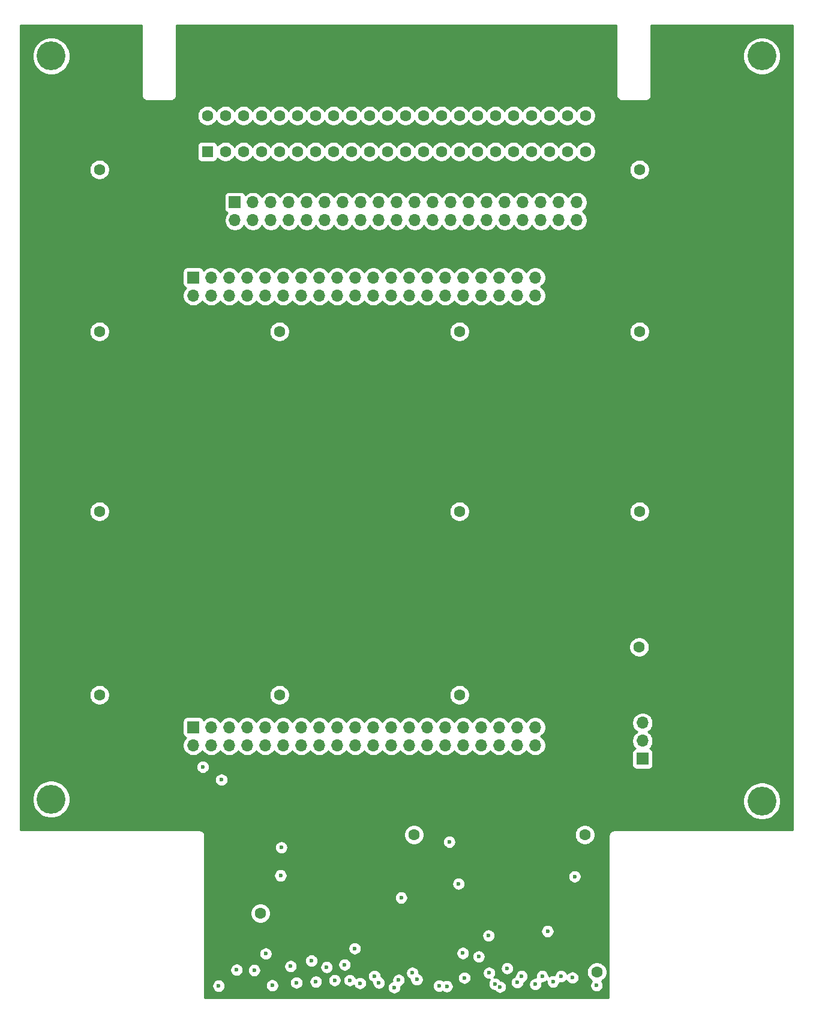
<source format=gbr>
%TF.GenerationSoftware,KiCad,Pcbnew,(5.1.9)-1*%
%TF.CreationDate,2025-01-23T06:38:53-08:00*%
%TF.ProjectId,RADA3K,52414441-334b-42e6-9b69-6361645f7063,rev?*%
%TF.SameCoordinates,Original*%
%TF.FileFunction,Copper,L2,Inr*%
%TF.FilePolarity,Positive*%
%FSLAX46Y46*%
G04 Gerber Fmt 4.6, Leading zero omitted, Abs format (unit mm)*
G04 Created by KiCad (PCBNEW (5.1.9)-1) date 2025-01-23 06:38:53*
%MOMM*%
%LPD*%
G01*
G04 APERTURE LIST*
%TA.AperFunction,ComponentPad*%
%ADD10O,1.700000X1.700000*%
%TD*%
%TA.AperFunction,ComponentPad*%
%ADD11R,1.700000X1.700000*%
%TD*%
%TA.AperFunction,ComponentPad*%
%ADD12C,1.600000*%
%TD*%
%TA.AperFunction,ComponentPad*%
%ADD13R,1.600000X1.600000*%
%TD*%
%TA.AperFunction,ComponentPad*%
%ADD14C,4.064000*%
%TD*%
%TA.AperFunction,ViaPad*%
%ADD15C,1.600000*%
%TD*%
%TA.AperFunction,ViaPad*%
%ADD16C,0.600000*%
%TD*%
%TA.AperFunction,Conductor*%
%ADD17C,0.254000*%
%TD*%
%TA.AperFunction,Conductor*%
%ADD18C,0.100000*%
%TD*%
G04 APERTURE END LIST*
D10*
%TO.N,/_CHAREN*%
%TO.C,J1*%
X120230900Y-124460000D03*
%TO.N,/_HIRAM*%
X120230900Y-127000000D03*
D11*
%TO.N,/_LORAM*%
X120230900Y-129540000D03*
%TD*%
D10*
%TO.N,/GPIO_1_1*%
%TO.C,J4*%
X110960000Y-53500000D03*
%TO.N,Net-(J4-Pad39)*%
X110960000Y-50960000D03*
%TO.N,/GPIO_1_3*%
X108420000Y-53500000D03*
%TO.N,Net-(J4-Pad37)*%
X108420000Y-50960000D03*
%TO.N,/GPIO_1_5*%
X105880000Y-53500000D03*
%TO.N,Net-(J4-Pad35)*%
X105880000Y-50960000D03*
%TO.N,/GPIO_1_7*%
X103340000Y-53500000D03*
%TO.N,/GPIO_1_6*%
X103340000Y-50960000D03*
%TO.N,/GPIO_1_9*%
X100800000Y-53500000D03*
%TO.N,/GPIO_1_8*%
X100800000Y-50960000D03*
%TO.N,GND*%
X98260000Y-53500000D03*
%TO.N,/FPGA_5V*%
X98260000Y-50960000D03*
%TO.N,/GPIO_1_11*%
X95720000Y-53500000D03*
%TO.N,/GPIO_1_10*%
X95720000Y-50960000D03*
%TO.N,/GPIO_1_13*%
X93180000Y-53500000D03*
%TO.N,/GPIO_1_12*%
X93180000Y-50960000D03*
%TO.N,/GPIO_1_15*%
X90640000Y-53500000D03*
%TO.N,/GPIO_1_14*%
X90640000Y-50960000D03*
%TO.N,/GPIO_1_17*%
X88100000Y-53500000D03*
%TO.N,/GPIO_1_16*%
X88100000Y-50960000D03*
%TO.N,/GPIO_1_19*%
X85560000Y-53500000D03*
%TO.N,/GPIO_1_18*%
X85560000Y-50960000D03*
%TO.N,/GPIO_1_21*%
X83020000Y-53500000D03*
%TO.N,/GPIO_1_20*%
X83020000Y-50960000D03*
%TO.N,/GPIO_1_23*%
X80480000Y-53500000D03*
%TO.N,/GPIO_1_22*%
X80480000Y-50960000D03*
%TO.N,/GPIO_1_25*%
X77940000Y-53500000D03*
%TO.N,/GPIO_1_24*%
X77940000Y-50960000D03*
%TO.N,GND*%
X75400000Y-53500000D03*
%TO.N,/FPGA_3V*%
X75400000Y-50960000D03*
%TO.N,/GPIO_1_27*%
X72860000Y-53500000D03*
%TO.N,/GPIO_1_26*%
X72860000Y-50960000D03*
%TO.N,/GPIO_1_29*%
X70320000Y-53500000D03*
%TO.N,/GPIO_1_28*%
X70320000Y-50960000D03*
%TO.N,/GPIO_1_31*%
X67780000Y-53500000D03*
%TO.N,/GPIO_1_30*%
X67780000Y-50960000D03*
%TO.N,/GPIO_1_33*%
X65240000Y-53500000D03*
%TO.N,/FPGA__NMI*%
X65240000Y-50960000D03*
%TO.N,/GPIO_1_35*%
X62700000Y-53500000D03*
D11*
%TO.N,/FPGA__RST*%
X62700000Y-50960000D03*
%TD*%
D12*
%TO.N,GND*%
%TO.C,J5*%
X112166400Y-38722300D03*
%TO.N,/A0*%
X109626400Y-38722300D03*
%TO.N,/A1*%
X107086400Y-38722300D03*
%TO.N,/A2*%
X104546400Y-38722300D03*
%TO.N,/A3*%
X102006400Y-38722300D03*
%TO.N,/A4*%
X99466400Y-38722300D03*
%TO.N,/A5*%
X96926400Y-38722300D03*
%TO.N,/A6*%
X94386400Y-38722300D03*
%TO.N,/A7*%
X91846400Y-38722300D03*
%TO.N,/A8*%
X89306400Y-38722300D03*
%TO.N,/A9*%
X86766400Y-38722300D03*
%TO.N,/A10*%
X84226400Y-38722300D03*
%TO.N,/A11*%
X81686400Y-38722300D03*
%TO.N,/A12*%
X79146400Y-38722300D03*
%TO.N,/A13*%
X76606400Y-38722300D03*
%TO.N,/A14*%
X74066400Y-38722300D03*
%TO.N,/A15*%
X71526400Y-38722300D03*
%TO.N,/PHI2*%
X68986400Y-38722300D03*
%TO.N,/_NMI*%
X66446400Y-38722300D03*
%TO.N,/_RST*%
X63906400Y-38722300D03*
%TO.N,/_ROMH*%
X61366400Y-38722300D03*
%TO.N,GND*%
X58826400Y-38722300D03*
X112166400Y-43802300D03*
%TO.N,/D0*%
X109626400Y-43802300D03*
%TO.N,/D1*%
X107086400Y-43802300D03*
%TO.N,/D2*%
X104546400Y-43802300D03*
%TO.N,/D3*%
X102006400Y-43802300D03*
%TO.N,/D4*%
X99466400Y-43802300D03*
%TO.N,/D5*%
X96926400Y-43802300D03*
%TO.N,/D6*%
X94386400Y-43802300D03*
%TO.N,/D7*%
X91846400Y-43802300D03*
%TO.N,/_DMA*%
X89306400Y-43802300D03*
%TO.N,/BA*%
X86766400Y-43802300D03*
%TO.N,/_ROML*%
X84226400Y-43802300D03*
%TO.N,/_IO2*%
X81686400Y-43802300D03*
%TO.N,/_EXROM*%
X79146400Y-43802300D03*
%TO.N,/_GAME*%
X76606400Y-43802300D03*
%TO.N,/_IO1*%
X74066400Y-43802300D03*
%TO.N,/DOT_CLK*%
X71526400Y-43802300D03*
%TO.N,/R__W*%
X68986400Y-43802300D03*
%TO.N,/_IRQ*%
X66446400Y-43802300D03*
%TO.N,+5V*%
X63906400Y-43802300D03*
D13*
%TO.N,GND*%
X58826400Y-43802300D03*
D12*
%TO.N,+5V*%
X61366400Y-43802300D03*
%TD*%
D10*
%TO.N,/FPGA__CHAREN*%
%TO.C,J3*%
X105086400Y-64122300D03*
%TO.N,/GPIO_1_1*%
X105086400Y-61582300D03*
%TO.N,/FPGA__HIRAM*%
X102546400Y-64122300D03*
%TO.N,/GPIO_1_3*%
X102546400Y-61582300D03*
%TO.N,/FPGA__LORAM*%
X100006400Y-64122300D03*
%TO.N,/GPIO_1_5*%
X100006400Y-61582300D03*
%TO.N,/GPIO_1_6*%
X97466400Y-64122300D03*
%TO.N,/GPIO_1_7*%
X97466400Y-61582300D03*
%TO.N,/GPIO_1_8*%
X94926400Y-64122300D03*
%TO.N,/GPIO_1_9*%
X94926400Y-61582300D03*
%TO.N,/FPGA_5V*%
X92386400Y-64122300D03*
%TO.N,GND*%
X92386400Y-61582300D03*
%TO.N,/GPIO_1_10*%
X89846400Y-64122300D03*
%TO.N,/GPIO_1_11*%
X89846400Y-61582300D03*
%TO.N,/GPIO_1_12*%
X87306400Y-64122300D03*
%TO.N,/GPIO_1_13*%
X87306400Y-61582300D03*
%TO.N,/GPIO_1_14*%
X84766400Y-64122300D03*
%TO.N,/GPIO_1_15*%
X84766400Y-61582300D03*
%TO.N,/GPIO_1_16*%
X82226400Y-64122300D03*
%TO.N,/GPIO_1_17*%
X82226400Y-61582300D03*
%TO.N,/GPIO_1_18*%
X79686400Y-64122300D03*
%TO.N,/GPIO_1_19*%
X79686400Y-61582300D03*
%TO.N,/GPIO_1_20*%
X77146400Y-64122300D03*
%TO.N,/GPIO_1_21*%
X77146400Y-61582300D03*
%TO.N,/GPIO_1_22*%
X74606400Y-64122300D03*
%TO.N,/GPIO_1_23*%
X74606400Y-61582300D03*
%TO.N,/GPIO_1_24*%
X72066400Y-64122300D03*
%TO.N,/GPIO_1_25*%
X72066400Y-61582300D03*
%TO.N,/FPGA_3V*%
X69526400Y-64122300D03*
%TO.N,GND*%
X69526400Y-61582300D03*
%TO.N,/GPIO_1_26*%
X66986400Y-64122300D03*
%TO.N,/GPIO_1_27*%
X66986400Y-61582300D03*
%TO.N,/GPIO_1_28*%
X64446400Y-64122300D03*
%TO.N,/GPIO_1_29*%
X64446400Y-61582300D03*
%TO.N,/GPIO_1_30*%
X61906400Y-64122300D03*
%TO.N,/GPIO_1_31*%
X61906400Y-61582300D03*
%TO.N,/FPGA__NMI*%
X59366400Y-64122300D03*
%TO.N,/GPIO_1_33*%
X59366400Y-61582300D03*
%TO.N,/FPGA__RST*%
X56826400Y-64122300D03*
D11*
%TO.N,/GPIO_1_35*%
X56826400Y-61582300D03*
%TD*%
D10*
%TO.N,/FPGA_A0*%
%TO.C,J2*%
X105086400Y-127622300D03*
%TO.N,/FPGA_D0*%
X105086400Y-125082300D03*
%TO.N,/FPGA_D1*%
X102546400Y-127622300D03*
%TO.N,/FPGA_A1*%
X102546400Y-125082300D03*
%TO.N,/FPGA_D2*%
X100006400Y-127622300D03*
%TO.N,/FPGA_A2*%
X100006400Y-125082300D03*
%TO.N,/FPGA_D3*%
X97466400Y-127622300D03*
%TO.N,/FPGA_A3*%
X97466400Y-125082300D03*
%TO.N,/FPGA_D4*%
X94926400Y-127622300D03*
%TO.N,/FPGA_A4*%
X94926400Y-125082300D03*
%TO.N,GND*%
X92386400Y-127622300D03*
%TO.N,Net-(J2-Pad29)*%
X92386400Y-125082300D03*
%TO.N,/FPGA_A5*%
X89846400Y-127622300D03*
%TO.N,/FPGA_D5*%
X89846400Y-125082300D03*
%TO.N,/FPGA_A6*%
X87306400Y-127622300D03*
%TO.N,/FPGA_D6*%
X87306400Y-125082300D03*
%TO.N,/FPGA_A7*%
X84766400Y-127622300D03*
%TO.N,/FPGA_D7*%
X84766400Y-125082300D03*
%TO.N,/FPGA__DMA*%
X82226400Y-127622300D03*
%TO.N,/FPGA_A8*%
X82226400Y-125082300D03*
%TO.N,/FPGA_A9*%
X79686400Y-127622300D03*
%TO.N,/FPGA_BA*%
X79686400Y-125082300D03*
%TO.N,/FPGA_A10*%
X77146400Y-127622300D03*
%TO.N,/FPGA__ROML*%
X77146400Y-125082300D03*
%TO.N,/FPGA_A11*%
X74606400Y-127622300D03*
%TO.N,/FPGA__IO2*%
X74606400Y-125082300D03*
%TO.N,/FPGA_A12*%
X72066400Y-127622300D03*
%TO.N,/FPGA__EXROM*%
X72066400Y-125082300D03*
%TO.N,GND*%
X69526400Y-127622300D03*
%TO.N,Net-(J2-Pad11)*%
X69526400Y-125082300D03*
%TO.N,/FPGA__GAME*%
X66986400Y-127622300D03*
%TO.N,/FPGA_A13*%
X66986400Y-125082300D03*
%TO.N,/FPGA__IO1*%
X64446400Y-127622300D03*
%TO.N,/FPGA_A14*%
X64446400Y-125082300D03*
%TO.N,/FPGA_DOT_CLK*%
X61906400Y-127622300D03*
%TO.N,/FPGA_A15*%
X61906400Y-125082300D03*
%TO.N,/FPGA_R__W*%
X59366400Y-127622300D03*
%TO.N,/FPGA_PHI2*%
X59366400Y-125082300D03*
%TO.N,/FPGA__ROMH*%
X56826400Y-127622300D03*
D11*
%TO.N,/FPGA__IRQ*%
X56826400Y-125082300D03*
%TD*%
D14*
%TO.N,GND*%
%TO.C,GND*%
X137063972Y-135496300D03*
%TD*%
%TO.N,GND*%
%TO.C,GND*%
X36791900Y-135242300D03*
%TD*%
%TO.N,GND*%
%TO.C,GND*%
X137063972Y-30314900D03*
%TD*%
%TO.N,GND*%
%TO.C,GND*%
X36791900Y-30314900D03*
%TD*%
D15*
%TO.N,GND*%
X113779300Y-159651700D03*
D16*
X60413900Y-161594800D03*
X110636400Y-146152300D03*
X69146400Y-146012300D03*
X94259400Y-147180300D03*
X92956400Y-141262300D03*
X86169500Y-149136100D03*
X69256400Y-142052300D03*
D15*
X66306700Y-151358600D03*
X43586400Y-120510300D03*
X43586400Y-94602300D03*
X43586400Y-69202300D03*
X43586400Y-46342300D03*
X119760000Y-113750000D03*
X119786400Y-69202300D03*
X119786400Y-94602300D03*
X119786400Y-46342300D03*
X87972900Y-140246100D03*
X112077500Y-140246100D03*
D16*
X113753900Y-161531300D03*
D15*
X68986400Y-69202300D03*
X94386400Y-69202300D03*
X94386400Y-94602300D03*
X68986400Y-120510300D03*
X94386400Y-120510300D03*
%TO.N,+3V3*%
X112064800Y-147916900D03*
X66332100Y-142709900D03*
X87972900Y-147916900D03*
D16*
%TO.N,/A8*%
X91528900Y-161594800D03*
%TO.N,/A0*%
X110326400Y-160442300D03*
%TO.N,/A9*%
X88366400Y-160692300D03*
%TO.N,/A1*%
X107600000Y-161000000D03*
%TO.N,/A10*%
X85816400Y-160772300D03*
%TO.N,/A2*%
X105106400Y-161362300D03*
%TO.N,/A3*%
X102536400Y-161108800D03*
%TO.N,/A15*%
X74126400Y-161012300D03*
%TO.N,/A7*%
X92608400Y-161658300D03*
%TO.N,/A14*%
X76776400Y-160792300D03*
%TO.N,/A6*%
X95084900Y-160451800D03*
%TO.N,/A13*%
X78906400Y-160802300D03*
%TO.N,/A5*%
X98577400Y-159753300D03*
%TO.N,/A12*%
X80352900Y-161213800D03*
%TO.N,/A4*%
X100101400Y-161721800D03*
%TO.N,/A11*%
X83019900Y-161150300D03*
%TO.N,/D0*%
X106822050Y-153877950D03*
%TO.N,/D1*%
X108736400Y-160236400D03*
%TO.N,/D2*%
X106074870Y-160225130D03*
%TO.N,/D3*%
X103168310Y-160242390D03*
%TO.N,/D4*%
X101117400Y-159118300D03*
%TO.N,/D5*%
X99375400Y-161313300D03*
%TO.N,/D6*%
X98500000Y-154500000D03*
%TO.N,/D7*%
X97111400Y-157455849D03*
%TO.N,/_ROMH*%
X62956400Y-159332300D03*
%TO.N,/R__W*%
X70573900Y-158826100D03*
%TO.N,/_IRQ*%
X67054350Y-157054350D03*
%TO.N,/_RST*%
X65436400Y-159382300D03*
%TO.N,/PHI2*%
X71386400Y-161132300D03*
%TO.N,/_NMI*%
X67970400Y-161531300D03*
%TO.N,/DOT_CLK*%
X73501399Y-158044471D03*
%TO.N,/_IO1*%
X75653900Y-158946100D03*
%TO.N,/_GAME*%
X78193900Y-158593900D03*
%TO.N,/_EXROM*%
X79616400Y-156316400D03*
%TO.N,/_IO2*%
X82394899Y-160205101D03*
%TO.N,/_ROML*%
X85188900Y-161817299D03*
%TO.N,/BA*%
X87741399Y-159758601D03*
%TO.N,/_DMA*%
X94874350Y-156974350D03*
%TO.N,/FPGA__RST*%
X58180000Y-130680000D03*
%TO.N,/FPGA__NMI*%
X60800000Y-132500000D03*
%TD*%
D17*
%TO.N,+3V3*%
X116536400Y-35857423D02*
X116532965Y-35892300D01*
X116546673Y-36031484D01*
X116587272Y-36165320D01*
X116653200Y-36288663D01*
X116741925Y-36396775D01*
X116850037Y-36485500D01*
X116973380Y-36551428D01*
X117107216Y-36592027D01*
X117246400Y-36605735D01*
X117281277Y-36602300D01*
X120711523Y-36602300D01*
X120746400Y-36605735D01*
X120781277Y-36602300D01*
X120885584Y-36592027D01*
X121019420Y-36551428D01*
X121142763Y-36485500D01*
X121250875Y-36396775D01*
X121339600Y-36288663D01*
X121405528Y-36165320D01*
X121446127Y-36031484D01*
X121459835Y-35892300D01*
X121456400Y-35857423D01*
X121456400Y-30052223D01*
X134396972Y-30052223D01*
X134396972Y-30577577D01*
X134499464Y-31092835D01*
X134700508Y-31578198D01*
X134992378Y-32015013D01*
X135363859Y-32386494D01*
X135800674Y-32678364D01*
X136286037Y-32879408D01*
X136801295Y-32981900D01*
X137326649Y-32981900D01*
X137841907Y-32879408D01*
X138327270Y-32678364D01*
X138764085Y-32386494D01*
X139135566Y-32015013D01*
X139427436Y-31578198D01*
X139628480Y-31092835D01*
X139730972Y-30577577D01*
X139730972Y-30052223D01*
X139628480Y-29536965D01*
X139427436Y-29051602D01*
X139135566Y-28614787D01*
X138764085Y-28243306D01*
X138327270Y-27951436D01*
X137841907Y-27750392D01*
X137326649Y-27647900D01*
X136801295Y-27647900D01*
X136286037Y-27750392D01*
X135800674Y-27951436D01*
X135363859Y-28243306D01*
X134992378Y-28614787D01*
X134700508Y-29051602D01*
X134499464Y-29536965D01*
X134396972Y-30052223D01*
X121456400Y-30052223D01*
X121456400Y-25944900D01*
X141433973Y-25944900D01*
X141433972Y-139612300D01*
X116193777Y-139612300D01*
X116158900Y-139608865D01*
X116124023Y-139612300D01*
X116019716Y-139622573D01*
X115885880Y-139663172D01*
X115762537Y-139729100D01*
X115654425Y-139817825D01*
X115565700Y-139925937D01*
X115499772Y-140049280D01*
X115459173Y-140183116D01*
X115445465Y-140322300D01*
X115448901Y-140357187D01*
X115448900Y-142643176D01*
X115448901Y-142643186D01*
X115448900Y-163273000D01*
X58464900Y-163273000D01*
X58464900Y-161502711D01*
X59478900Y-161502711D01*
X59478900Y-161686889D01*
X59514832Y-161867529D01*
X59585314Y-162037689D01*
X59687638Y-162190828D01*
X59817872Y-162321062D01*
X59971011Y-162423386D01*
X60141171Y-162493868D01*
X60321811Y-162529800D01*
X60505989Y-162529800D01*
X60686629Y-162493868D01*
X60856789Y-162423386D01*
X61009928Y-162321062D01*
X61140162Y-162190828D01*
X61242486Y-162037689D01*
X61312968Y-161867529D01*
X61348900Y-161686889D01*
X61348900Y-161502711D01*
X61336269Y-161439211D01*
X67035400Y-161439211D01*
X67035400Y-161623389D01*
X67071332Y-161804029D01*
X67141814Y-161974189D01*
X67244138Y-162127328D01*
X67374372Y-162257562D01*
X67527511Y-162359886D01*
X67697671Y-162430368D01*
X67878311Y-162466300D01*
X68062489Y-162466300D01*
X68243129Y-162430368D01*
X68413289Y-162359886D01*
X68566428Y-162257562D01*
X68696662Y-162127328D01*
X68798986Y-161974189D01*
X68869468Y-161804029D01*
X68905400Y-161623389D01*
X68905400Y-161439211D01*
X68869468Y-161258571D01*
X68798986Y-161088411D01*
X68766780Y-161040211D01*
X70451400Y-161040211D01*
X70451400Y-161224389D01*
X70487332Y-161405029D01*
X70557814Y-161575189D01*
X70660138Y-161728328D01*
X70790372Y-161858562D01*
X70943511Y-161960886D01*
X71113671Y-162031368D01*
X71294311Y-162067300D01*
X71478489Y-162067300D01*
X71659129Y-162031368D01*
X71829289Y-161960886D01*
X71982428Y-161858562D01*
X72112662Y-161728328D01*
X72214986Y-161575189D01*
X72285468Y-161405029D01*
X72321400Y-161224389D01*
X72321400Y-161040211D01*
X72297531Y-160920211D01*
X73191400Y-160920211D01*
X73191400Y-161104389D01*
X73227332Y-161285029D01*
X73297814Y-161455189D01*
X73400138Y-161608328D01*
X73530372Y-161738562D01*
X73683511Y-161840886D01*
X73853671Y-161911368D01*
X74034311Y-161947300D01*
X74218489Y-161947300D01*
X74399129Y-161911368D01*
X74569289Y-161840886D01*
X74722428Y-161738562D01*
X74852662Y-161608328D01*
X74954986Y-161455189D01*
X75025468Y-161285029D01*
X75061400Y-161104389D01*
X75061400Y-160920211D01*
X75025468Y-160739571D01*
X75009165Y-160700211D01*
X75841400Y-160700211D01*
X75841400Y-160884389D01*
X75877332Y-161065029D01*
X75947814Y-161235189D01*
X76050138Y-161388328D01*
X76180372Y-161518562D01*
X76333511Y-161620886D01*
X76503671Y-161691368D01*
X76684311Y-161727300D01*
X76868489Y-161727300D01*
X77049129Y-161691368D01*
X77219289Y-161620886D01*
X77372428Y-161518562D01*
X77502662Y-161388328D01*
X77604986Y-161235189D01*
X77675468Y-161065029D01*
X77711400Y-160884389D01*
X77711400Y-160710211D01*
X77971400Y-160710211D01*
X77971400Y-160894389D01*
X78007332Y-161075029D01*
X78077814Y-161245189D01*
X78180138Y-161398328D01*
X78310372Y-161528562D01*
X78463511Y-161630886D01*
X78633671Y-161701368D01*
X78814311Y-161737300D01*
X78998489Y-161737300D01*
X79179129Y-161701368D01*
X79349289Y-161630886D01*
X79478003Y-161544882D01*
X79524314Y-161656689D01*
X79626638Y-161809828D01*
X79756872Y-161940062D01*
X79910011Y-162042386D01*
X80080171Y-162112868D01*
X80260811Y-162148800D01*
X80444989Y-162148800D01*
X80625629Y-162112868D01*
X80795789Y-162042386D01*
X80948928Y-161940062D01*
X81079162Y-161809828D01*
X81181486Y-161656689D01*
X81251968Y-161486529D01*
X81287900Y-161305889D01*
X81287900Y-161121711D01*
X81251968Y-160941071D01*
X81181486Y-160770911D01*
X81079162Y-160617772D01*
X80948928Y-160487538D01*
X80795789Y-160385214D01*
X80625629Y-160314732D01*
X80444989Y-160278800D01*
X80260811Y-160278800D01*
X80080171Y-160314732D01*
X79910011Y-160385214D01*
X79781297Y-160471218D01*
X79734986Y-160359411D01*
X79632662Y-160206272D01*
X79539402Y-160113012D01*
X81459899Y-160113012D01*
X81459899Y-160297190D01*
X81495831Y-160477830D01*
X81566313Y-160647990D01*
X81668637Y-160801129D01*
X81798871Y-160931363D01*
X81952010Y-161033687D01*
X82084900Y-161088731D01*
X82084900Y-161242389D01*
X82120832Y-161423029D01*
X82191314Y-161593189D01*
X82293638Y-161746328D01*
X82423872Y-161876562D01*
X82577011Y-161978886D01*
X82747171Y-162049368D01*
X82927811Y-162085300D01*
X83111989Y-162085300D01*
X83292629Y-162049368D01*
X83462789Y-161978886D01*
X83615928Y-161876562D01*
X83746162Y-161746328D01*
X83760272Y-161725210D01*
X84253900Y-161725210D01*
X84253900Y-161909388D01*
X84289832Y-162090028D01*
X84360314Y-162260188D01*
X84462638Y-162413327D01*
X84592872Y-162543561D01*
X84746011Y-162645885D01*
X84916171Y-162716367D01*
X85096811Y-162752299D01*
X85280989Y-162752299D01*
X85461629Y-162716367D01*
X85631789Y-162645885D01*
X85784928Y-162543561D01*
X85915162Y-162413327D01*
X86017486Y-162260188D01*
X86087968Y-162090028D01*
X86123900Y-161909388D01*
X86123900Y-161725210D01*
X86111358Y-161662160D01*
X86259289Y-161600886D01*
X86412428Y-161498562D01*
X86542662Y-161368328D01*
X86644986Y-161215189D01*
X86715468Y-161045029D01*
X86751400Y-160864389D01*
X86751400Y-160680211D01*
X86715468Y-160499571D01*
X86644986Y-160329411D01*
X86542662Y-160176272D01*
X86412428Y-160046038D01*
X86259289Y-159943714D01*
X86089129Y-159873232D01*
X85908489Y-159837300D01*
X85724311Y-159837300D01*
X85543671Y-159873232D01*
X85373511Y-159943714D01*
X85220372Y-160046038D01*
X85090138Y-160176272D01*
X84987814Y-160329411D01*
X84917332Y-160499571D01*
X84881400Y-160680211D01*
X84881400Y-160864389D01*
X84893942Y-160927439D01*
X84746011Y-160988713D01*
X84592872Y-161091037D01*
X84462638Y-161221271D01*
X84360314Y-161374410D01*
X84289832Y-161544570D01*
X84253900Y-161725210D01*
X83760272Y-161725210D01*
X83848486Y-161593189D01*
X83918968Y-161423029D01*
X83954900Y-161242389D01*
X83954900Y-161058211D01*
X83918968Y-160877571D01*
X83848486Y-160707411D01*
X83746162Y-160554272D01*
X83615928Y-160424038D01*
X83462789Y-160321714D01*
X83329899Y-160266670D01*
X83329899Y-160113012D01*
X83293967Y-159932372D01*
X83223485Y-159762212D01*
X83159541Y-159666512D01*
X86806399Y-159666512D01*
X86806399Y-159850690D01*
X86842331Y-160031330D01*
X86912813Y-160201490D01*
X87015137Y-160354629D01*
X87145371Y-160484863D01*
X87298510Y-160587187D01*
X87431400Y-160642231D01*
X87431400Y-160784389D01*
X87467332Y-160965029D01*
X87537814Y-161135189D01*
X87640138Y-161288328D01*
X87770372Y-161418562D01*
X87923511Y-161520886D01*
X88093671Y-161591368D01*
X88274311Y-161627300D01*
X88458489Y-161627300D01*
X88639129Y-161591368D01*
X88809289Y-161520886D01*
X88836489Y-161502711D01*
X90593900Y-161502711D01*
X90593900Y-161686889D01*
X90629832Y-161867529D01*
X90700314Y-162037689D01*
X90802638Y-162190828D01*
X90932872Y-162321062D01*
X91086011Y-162423386D01*
X91256171Y-162493868D01*
X91436811Y-162529800D01*
X91620989Y-162529800D01*
X91801629Y-162493868D01*
X91971789Y-162423386D01*
X92021133Y-162390416D01*
X92165511Y-162486886D01*
X92335671Y-162557368D01*
X92516311Y-162593300D01*
X92700489Y-162593300D01*
X92881129Y-162557368D01*
X93051289Y-162486886D01*
X93204428Y-162384562D01*
X93334662Y-162254328D01*
X93436986Y-162101189D01*
X93507468Y-161931029D01*
X93543400Y-161750389D01*
X93543400Y-161566211D01*
X93507468Y-161385571D01*
X93436986Y-161215411D01*
X93334662Y-161062272D01*
X93204428Y-160932038D01*
X93051289Y-160829714D01*
X92881129Y-160759232D01*
X92700489Y-160723300D01*
X92516311Y-160723300D01*
X92335671Y-160759232D01*
X92165511Y-160829714D01*
X92116167Y-160862684D01*
X91971789Y-160766214D01*
X91801629Y-160695732D01*
X91620989Y-160659800D01*
X91436811Y-160659800D01*
X91256171Y-160695732D01*
X91086011Y-160766214D01*
X90932872Y-160868538D01*
X90802638Y-160998772D01*
X90700314Y-161151911D01*
X90629832Y-161322071D01*
X90593900Y-161502711D01*
X88836489Y-161502711D01*
X88962428Y-161418562D01*
X89092662Y-161288328D01*
X89194986Y-161135189D01*
X89265468Y-160965029D01*
X89301400Y-160784389D01*
X89301400Y-160600211D01*
X89265468Y-160419571D01*
X89240674Y-160359711D01*
X94149900Y-160359711D01*
X94149900Y-160543889D01*
X94185832Y-160724529D01*
X94256314Y-160894689D01*
X94358638Y-161047828D01*
X94488872Y-161178062D01*
X94642011Y-161280386D01*
X94812171Y-161350868D01*
X94992811Y-161386800D01*
X95176989Y-161386800D01*
X95357629Y-161350868D01*
X95527789Y-161280386D01*
X95680928Y-161178062D01*
X95811162Y-161047828D01*
X95913486Y-160894689D01*
X95983968Y-160724529D01*
X96019900Y-160543889D01*
X96019900Y-160359711D01*
X95983968Y-160179071D01*
X95913486Y-160008911D01*
X95811162Y-159855772D01*
X95680928Y-159725538D01*
X95584656Y-159661211D01*
X97642400Y-159661211D01*
X97642400Y-159845389D01*
X97678332Y-160026029D01*
X97748814Y-160196189D01*
X97851138Y-160349328D01*
X97981372Y-160479562D01*
X98134511Y-160581886D01*
X98304671Y-160652368D01*
X98485311Y-160688300D01*
X98669489Y-160688300D01*
X98680251Y-160686159D01*
X98649138Y-160717272D01*
X98546814Y-160870411D01*
X98476332Y-161040571D01*
X98440400Y-161221211D01*
X98440400Y-161405389D01*
X98476332Y-161586029D01*
X98546814Y-161756189D01*
X98649138Y-161909328D01*
X98779372Y-162039562D01*
X98932511Y-162141886D01*
X99102671Y-162212368D01*
X99283311Y-162248300D01*
X99328681Y-162248300D01*
X99375138Y-162317828D01*
X99505372Y-162448062D01*
X99658511Y-162550386D01*
X99828671Y-162620868D01*
X100009311Y-162656800D01*
X100193489Y-162656800D01*
X100374129Y-162620868D01*
X100544289Y-162550386D01*
X100697428Y-162448062D01*
X100827662Y-162317828D01*
X100929986Y-162164689D01*
X101000468Y-161994529D01*
X101036400Y-161813889D01*
X101036400Y-161629711D01*
X101000468Y-161449071D01*
X100929986Y-161278911D01*
X100827662Y-161125772D01*
X100718601Y-161016711D01*
X101601400Y-161016711D01*
X101601400Y-161200889D01*
X101637332Y-161381529D01*
X101707814Y-161551689D01*
X101810138Y-161704828D01*
X101940372Y-161835062D01*
X102093511Y-161937386D01*
X102263671Y-162007868D01*
X102444311Y-162043800D01*
X102628489Y-162043800D01*
X102809129Y-162007868D01*
X102979289Y-161937386D01*
X103132428Y-161835062D01*
X103262662Y-161704828D01*
X103364986Y-161551689D01*
X103435468Y-161381529D01*
X103457610Y-161270211D01*
X104171400Y-161270211D01*
X104171400Y-161454389D01*
X104207332Y-161635029D01*
X104277814Y-161805189D01*
X104380138Y-161958328D01*
X104510372Y-162088562D01*
X104663511Y-162190886D01*
X104833671Y-162261368D01*
X105014311Y-162297300D01*
X105198489Y-162297300D01*
X105379129Y-162261368D01*
X105549289Y-162190886D01*
X105702428Y-162088562D01*
X105832662Y-161958328D01*
X105934986Y-161805189D01*
X106005468Y-161635029D01*
X106041400Y-161454389D01*
X106041400Y-161270211D01*
X106019503Y-161160130D01*
X106166959Y-161160130D01*
X106347599Y-161124198D01*
X106517759Y-161053716D01*
X106665000Y-160955333D01*
X106665000Y-161092089D01*
X106700932Y-161272729D01*
X106771414Y-161442889D01*
X106873738Y-161596028D01*
X107003972Y-161726262D01*
X107157111Y-161828586D01*
X107327271Y-161899068D01*
X107507911Y-161935000D01*
X107692089Y-161935000D01*
X107872729Y-161899068D01*
X108042889Y-161828586D01*
X108196028Y-161726262D01*
X108326262Y-161596028D01*
X108428586Y-161442889D01*
X108499068Y-161272729D01*
X108523985Y-161147465D01*
X108644311Y-161171400D01*
X108828489Y-161171400D01*
X109009129Y-161135468D01*
X109179289Y-161064986D01*
X109332428Y-160962662D01*
X109462662Y-160832428D01*
X109470871Y-160820142D01*
X109497814Y-160885189D01*
X109600138Y-161038328D01*
X109730372Y-161168562D01*
X109883511Y-161270886D01*
X110053671Y-161341368D01*
X110234311Y-161377300D01*
X110418489Y-161377300D01*
X110599129Y-161341368D01*
X110769289Y-161270886D01*
X110922428Y-161168562D01*
X111052662Y-161038328D01*
X111154986Y-160885189D01*
X111225468Y-160715029D01*
X111261400Y-160534389D01*
X111261400Y-160350211D01*
X111225468Y-160169571D01*
X111154986Y-159999411D01*
X111052662Y-159846272D01*
X110922428Y-159716038D01*
X110769289Y-159613714D01*
X110599129Y-159543232D01*
X110433898Y-159510365D01*
X112344300Y-159510365D01*
X112344300Y-159793035D01*
X112399447Y-160070274D01*
X112507620Y-160331427D01*
X112664663Y-160566459D01*
X112864541Y-160766337D01*
X113063580Y-160899330D01*
X113027638Y-160935272D01*
X112925314Y-161088411D01*
X112854832Y-161258571D01*
X112818900Y-161439211D01*
X112818900Y-161623389D01*
X112854832Y-161804029D01*
X112925314Y-161974189D01*
X113027638Y-162127328D01*
X113157872Y-162257562D01*
X113311011Y-162359886D01*
X113481171Y-162430368D01*
X113661811Y-162466300D01*
X113845989Y-162466300D01*
X114026629Y-162430368D01*
X114196789Y-162359886D01*
X114349928Y-162257562D01*
X114480162Y-162127328D01*
X114582486Y-161974189D01*
X114652968Y-161804029D01*
X114688900Y-161623389D01*
X114688900Y-161439211D01*
X114652968Y-161258571D01*
X114582486Y-161088411D01*
X114480162Y-160935272D01*
X114464568Y-160919678D01*
X114694059Y-160766337D01*
X114893937Y-160566459D01*
X115050980Y-160331427D01*
X115159153Y-160070274D01*
X115214300Y-159793035D01*
X115214300Y-159510365D01*
X115159153Y-159233126D01*
X115050980Y-158971973D01*
X114893937Y-158736941D01*
X114694059Y-158537063D01*
X114459027Y-158380020D01*
X114197874Y-158271847D01*
X113920635Y-158216700D01*
X113637965Y-158216700D01*
X113360726Y-158271847D01*
X113099573Y-158380020D01*
X112864541Y-158537063D01*
X112664663Y-158736941D01*
X112507620Y-158971973D01*
X112399447Y-159233126D01*
X112344300Y-159510365D01*
X110433898Y-159510365D01*
X110418489Y-159507300D01*
X110234311Y-159507300D01*
X110053671Y-159543232D01*
X109883511Y-159613714D01*
X109730372Y-159716038D01*
X109600138Y-159846272D01*
X109591929Y-159858558D01*
X109564986Y-159793511D01*
X109462662Y-159640372D01*
X109332428Y-159510138D01*
X109179289Y-159407814D01*
X109009129Y-159337332D01*
X108828489Y-159301400D01*
X108644311Y-159301400D01*
X108463671Y-159337332D01*
X108293511Y-159407814D01*
X108140372Y-159510138D01*
X108010138Y-159640372D01*
X107907814Y-159793511D01*
X107837332Y-159963671D01*
X107812415Y-160088935D01*
X107692089Y-160065000D01*
X107507911Y-160065000D01*
X107327271Y-160100932D01*
X107157111Y-160171414D01*
X107009870Y-160269797D01*
X107009870Y-160133041D01*
X106973938Y-159952401D01*
X106903456Y-159782241D01*
X106801132Y-159629102D01*
X106670898Y-159498868D01*
X106517759Y-159396544D01*
X106347599Y-159326062D01*
X106166959Y-159290130D01*
X105982781Y-159290130D01*
X105802141Y-159326062D01*
X105631981Y-159396544D01*
X105478842Y-159498868D01*
X105348608Y-159629102D01*
X105246284Y-159782241D01*
X105175802Y-159952401D01*
X105139870Y-160133041D01*
X105139870Y-160317219D01*
X105161767Y-160427300D01*
X105014311Y-160427300D01*
X104833671Y-160463232D01*
X104663511Y-160533714D01*
X104510372Y-160636038D01*
X104380138Y-160766272D01*
X104277814Y-160919411D01*
X104207332Y-161089571D01*
X104171400Y-161270211D01*
X103457610Y-161270211D01*
X103471400Y-161200889D01*
X103471400Y-161128882D01*
X103611199Y-161070976D01*
X103764338Y-160968652D01*
X103894572Y-160838418D01*
X103996896Y-160685279D01*
X104067378Y-160515119D01*
X104103310Y-160334479D01*
X104103310Y-160150301D01*
X104067378Y-159969661D01*
X103996896Y-159799501D01*
X103894572Y-159646362D01*
X103764338Y-159516128D01*
X103611199Y-159413804D01*
X103441039Y-159343322D01*
X103260399Y-159307390D01*
X103076221Y-159307390D01*
X102895581Y-159343322D01*
X102725421Y-159413804D01*
X102572282Y-159516128D01*
X102442048Y-159646362D01*
X102339724Y-159799501D01*
X102269242Y-159969661D01*
X102233310Y-160150301D01*
X102233310Y-160222308D01*
X102093511Y-160280214D01*
X101940372Y-160382538D01*
X101810138Y-160512772D01*
X101707814Y-160665911D01*
X101637332Y-160836071D01*
X101601400Y-161016711D01*
X100718601Y-161016711D01*
X100697428Y-160995538D01*
X100544289Y-160893214D01*
X100374129Y-160822732D01*
X100193489Y-160786800D01*
X100148119Y-160786800D01*
X100101662Y-160717272D01*
X99971428Y-160587038D01*
X99818289Y-160484714D01*
X99648129Y-160414232D01*
X99467489Y-160378300D01*
X99283311Y-160378300D01*
X99272549Y-160380441D01*
X99303662Y-160349328D01*
X99405986Y-160196189D01*
X99476468Y-160026029D01*
X99512400Y-159845389D01*
X99512400Y-159661211D01*
X99476468Y-159480571D01*
X99405986Y-159310411D01*
X99303662Y-159157272D01*
X99173428Y-159027038D01*
X99172191Y-159026211D01*
X100182400Y-159026211D01*
X100182400Y-159210389D01*
X100218332Y-159391029D01*
X100288814Y-159561189D01*
X100391138Y-159714328D01*
X100521372Y-159844562D01*
X100674511Y-159946886D01*
X100844671Y-160017368D01*
X101025311Y-160053300D01*
X101209489Y-160053300D01*
X101390129Y-160017368D01*
X101560289Y-159946886D01*
X101713428Y-159844562D01*
X101843662Y-159714328D01*
X101945986Y-159561189D01*
X102016468Y-159391029D01*
X102052400Y-159210389D01*
X102052400Y-159026211D01*
X102016468Y-158845571D01*
X101945986Y-158675411D01*
X101843662Y-158522272D01*
X101713428Y-158392038D01*
X101560289Y-158289714D01*
X101390129Y-158219232D01*
X101209489Y-158183300D01*
X101025311Y-158183300D01*
X100844671Y-158219232D01*
X100674511Y-158289714D01*
X100521372Y-158392038D01*
X100391138Y-158522272D01*
X100288814Y-158675411D01*
X100218332Y-158845571D01*
X100182400Y-159026211D01*
X99172191Y-159026211D01*
X99020289Y-158924714D01*
X98850129Y-158854232D01*
X98669489Y-158818300D01*
X98485311Y-158818300D01*
X98304671Y-158854232D01*
X98134511Y-158924714D01*
X97981372Y-159027038D01*
X97851138Y-159157272D01*
X97748814Y-159310411D01*
X97678332Y-159480571D01*
X97642400Y-159661211D01*
X95584656Y-159661211D01*
X95527789Y-159623214D01*
X95357629Y-159552732D01*
X95176989Y-159516800D01*
X94992811Y-159516800D01*
X94812171Y-159552732D01*
X94642011Y-159623214D01*
X94488872Y-159725538D01*
X94358638Y-159855772D01*
X94256314Y-160008911D01*
X94185832Y-160179071D01*
X94149900Y-160359711D01*
X89240674Y-160359711D01*
X89194986Y-160249411D01*
X89092662Y-160096272D01*
X88962428Y-159966038D01*
X88809289Y-159863714D01*
X88676399Y-159808670D01*
X88676399Y-159666512D01*
X88640467Y-159485872D01*
X88569985Y-159315712D01*
X88467661Y-159162573D01*
X88337427Y-159032339D01*
X88184288Y-158930015D01*
X88014128Y-158859533D01*
X87833488Y-158823601D01*
X87649310Y-158823601D01*
X87468670Y-158859533D01*
X87298510Y-158930015D01*
X87145371Y-159032339D01*
X87015137Y-159162573D01*
X86912813Y-159315712D01*
X86842331Y-159485872D01*
X86806399Y-159666512D01*
X83159541Y-159666512D01*
X83121161Y-159609073D01*
X82990927Y-159478839D01*
X82837788Y-159376515D01*
X82667628Y-159306033D01*
X82486988Y-159270101D01*
X82302810Y-159270101D01*
X82122170Y-159306033D01*
X81952010Y-159376515D01*
X81798871Y-159478839D01*
X81668637Y-159609073D01*
X81566313Y-159762212D01*
X81495831Y-159932372D01*
X81459899Y-160113012D01*
X79539402Y-160113012D01*
X79502428Y-160076038D01*
X79349289Y-159973714D01*
X79179129Y-159903232D01*
X78998489Y-159867300D01*
X78814311Y-159867300D01*
X78633671Y-159903232D01*
X78463511Y-159973714D01*
X78310372Y-160076038D01*
X78180138Y-160206272D01*
X78077814Y-160359411D01*
X78007332Y-160529571D01*
X77971400Y-160710211D01*
X77711400Y-160710211D01*
X77711400Y-160700211D01*
X77675468Y-160519571D01*
X77604986Y-160349411D01*
X77502662Y-160196272D01*
X77372428Y-160066038D01*
X77219289Y-159963714D01*
X77049129Y-159893232D01*
X76868489Y-159857300D01*
X76684311Y-159857300D01*
X76503671Y-159893232D01*
X76333511Y-159963714D01*
X76180372Y-160066038D01*
X76050138Y-160196272D01*
X75947814Y-160349411D01*
X75877332Y-160519571D01*
X75841400Y-160700211D01*
X75009165Y-160700211D01*
X74954986Y-160569411D01*
X74852662Y-160416272D01*
X74722428Y-160286038D01*
X74569289Y-160183714D01*
X74399129Y-160113232D01*
X74218489Y-160077300D01*
X74034311Y-160077300D01*
X73853671Y-160113232D01*
X73683511Y-160183714D01*
X73530372Y-160286038D01*
X73400138Y-160416272D01*
X73297814Y-160569411D01*
X73227332Y-160739571D01*
X73191400Y-160920211D01*
X72297531Y-160920211D01*
X72285468Y-160859571D01*
X72214986Y-160689411D01*
X72112662Y-160536272D01*
X71982428Y-160406038D01*
X71829289Y-160303714D01*
X71659129Y-160233232D01*
X71478489Y-160197300D01*
X71294311Y-160197300D01*
X71113671Y-160233232D01*
X70943511Y-160303714D01*
X70790372Y-160406038D01*
X70660138Y-160536272D01*
X70557814Y-160689411D01*
X70487332Y-160859571D01*
X70451400Y-161040211D01*
X68766780Y-161040211D01*
X68696662Y-160935272D01*
X68566428Y-160805038D01*
X68413289Y-160702714D01*
X68243129Y-160632232D01*
X68062489Y-160596300D01*
X67878311Y-160596300D01*
X67697671Y-160632232D01*
X67527511Y-160702714D01*
X67374372Y-160805038D01*
X67244138Y-160935272D01*
X67141814Y-161088411D01*
X67071332Y-161258571D01*
X67035400Y-161439211D01*
X61336269Y-161439211D01*
X61312968Y-161322071D01*
X61242486Y-161151911D01*
X61140162Y-160998772D01*
X61009928Y-160868538D01*
X60856789Y-160766214D01*
X60686629Y-160695732D01*
X60505989Y-160659800D01*
X60321811Y-160659800D01*
X60141171Y-160695732D01*
X59971011Y-160766214D01*
X59817872Y-160868538D01*
X59687638Y-160998772D01*
X59585314Y-161151911D01*
X59514832Y-161322071D01*
X59478900Y-161502711D01*
X58464900Y-161502711D01*
X58464900Y-159240211D01*
X62021400Y-159240211D01*
X62021400Y-159424389D01*
X62057332Y-159605029D01*
X62127814Y-159775189D01*
X62230138Y-159928328D01*
X62360372Y-160058562D01*
X62513511Y-160160886D01*
X62683671Y-160231368D01*
X62864311Y-160267300D01*
X63048489Y-160267300D01*
X63229129Y-160231368D01*
X63399289Y-160160886D01*
X63552428Y-160058562D01*
X63682662Y-159928328D01*
X63784986Y-159775189D01*
X63855468Y-159605029D01*
X63891400Y-159424389D01*
X63891400Y-159290211D01*
X64501400Y-159290211D01*
X64501400Y-159474389D01*
X64537332Y-159655029D01*
X64607814Y-159825189D01*
X64710138Y-159978328D01*
X64840372Y-160108562D01*
X64993511Y-160210886D01*
X65163671Y-160281368D01*
X65344311Y-160317300D01*
X65528489Y-160317300D01*
X65709129Y-160281368D01*
X65879289Y-160210886D01*
X66032428Y-160108562D01*
X66162662Y-159978328D01*
X66264986Y-159825189D01*
X66335468Y-159655029D01*
X66371400Y-159474389D01*
X66371400Y-159290211D01*
X66335468Y-159109571D01*
X66264986Y-158939411D01*
X66162662Y-158786272D01*
X66110401Y-158734011D01*
X69638900Y-158734011D01*
X69638900Y-158918189D01*
X69674832Y-159098829D01*
X69745314Y-159268989D01*
X69847638Y-159422128D01*
X69977872Y-159552362D01*
X70131011Y-159654686D01*
X70301171Y-159725168D01*
X70481811Y-159761100D01*
X70665989Y-159761100D01*
X70846629Y-159725168D01*
X71016789Y-159654686D01*
X71169928Y-159552362D01*
X71300162Y-159422128D01*
X71402486Y-159268989D01*
X71472968Y-159098829D01*
X71508900Y-158918189D01*
X71508900Y-158734011D01*
X71472968Y-158553371D01*
X71402486Y-158383211D01*
X71300162Y-158230072D01*
X71169928Y-158099838D01*
X71016789Y-157997514D01*
X70907830Y-157952382D01*
X72566399Y-157952382D01*
X72566399Y-158136560D01*
X72602331Y-158317200D01*
X72672813Y-158487360D01*
X72775137Y-158640499D01*
X72905371Y-158770733D01*
X73058510Y-158873057D01*
X73228670Y-158943539D01*
X73409310Y-158979471D01*
X73593488Y-158979471D01*
X73774128Y-158943539D01*
X73944288Y-158873057D01*
X73972792Y-158854011D01*
X74718900Y-158854011D01*
X74718900Y-159038189D01*
X74754832Y-159218829D01*
X74825314Y-159388989D01*
X74927638Y-159542128D01*
X75057872Y-159672362D01*
X75211011Y-159774686D01*
X75381171Y-159845168D01*
X75561811Y-159881100D01*
X75745989Y-159881100D01*
X75926629Y-159845168D01*
X76096789Y-159774686D01*
X76249928Y-159672362D01*
X76380162Y-159542128D01*
X76482486Y-159388989D01*
X76552968Y-159218829D01*
X76588900Y-159038189D01*
X76588900Y-158854011D01*
X76552968Y-158673371D01*
X76482486Y-158503211D01*
X76481551Y-158501811D01*
X77258900Y-158501811D01*
X77258900Y-158685989D01*
X77294832Y-158866629D01*
X77365314Y-159036789D01*
X77467638Y-159189928D01*
X77597872Y-159320162D01*
X77751011Y-159422486D01*
X77921171Y-159492968D01*
X78101811Y-159528900D01*
X78285989Y-159528900D01*
X78466629Y-159492968D01*
X78636789Y-159422486D01*
X78789928Y-159320162D01*
X78920162Y-159189928D01*
X79022486Y-159036789D01*
X79092968Y-158866629D01*
X79128900Y-158685989D01*
X79128900Y-158501811D01*
X79092968Y-158321171D01*
X79022486Y-158151011D01*
X78920162Y-157997872D01*
X78789928Y-157867638D01*
X78636789Y-157765314D01*
X78466629Y-157694832D01*
X78285989Y-157658900D01*
X78101811Y-157658900D01*
X77921171Y-157694832D01*
X77751011Y-157765314D01*
X77597872Y-157867638D01*
X77467638Y-157997872D01*
X77365314Y-158151011D01*
X77294832Y-158321171D01*
X77258900Y-158501811D01*
X76481551Y-158501811D01*
X76380162Y-158350072D01*
X76249928Y-158219838D01*
X76096789Y-158117514D01*
X75926629Y-158047032D01*
X75745989Y-158011100D01*
X75561811Y-158011100D01*
X75381171Y-158047032D01*
X75211011Y-158117514D01*
X75057872Y-158219838D01*
X74927638Y-158350072D01*
X74825314Y-158503211D01*
X74754832Y-158673371D01*
X74718900Y-158854011D01*
X73972792Y-158854011D01*
X74097427Y-158770733D01*
X74227661Y-158640499D01*
X74329985Y-158487360D01*
X74400467Y-158317200D01*
X74436399Y-158136560D01*
X74436399Y-157952382D01*
X74400467Y-157771742D01*
X74329985Y-157601582D01*
X74227661Y-157448443D01*
X74097427Y-157318209D01*
X73944288Y-157215885D01*
X73774128Y-157145403D01*
X73593488Y-157109471D01*
X73409310Y-157109471D01*
X73228670Y-157145403D01*
X73058510Y-157215885D01*
X72905371Y-157318209D01*
X72775137Y-157448443D01*
X72672813Y-157601582D01*
X72602331Y-157771742D01*
X72566399Y-157952382D01*
X70907830Y-157952382D01*
X70846629Y-157927032D01*
X70665989Y-157891100D01*
X70481811Y-157891100D01*
X70301171Y-157927032D01*
X70131011Y-157997514D01*
X69977872Y-158099838D01*
X69847638Y-158230072D01*
X69745314Y-158383211D01*
X69674832Y-158553371D01*
X69638900Y-158734011D01*
X66110401Y-158734011D01*
X66032428Y-158656038D01*
X65879289Y-158553714D01*
X65709129Y-158483232D01*
X65528489Y-158447300D01*
X65344311Y-158447300D01*
X65163671Y-158483232D01*
X64993511Y-158553714D01*
X64840372Y-158656038D01*
X64710138Y-158786272D01*
X64607814Y-158939411D01*
X64537332Y-159109571D01*
X64501400Y-159290211D01*
X63891400Y-159290211D01*
X63891400Y-159240211D01*
X63855468Y-159059571D01*
X63784986Y-158889411D01*
X63682662Y-158736272D01*
X63552428Y-158606038D01*
X63399289Y-158503714D01*
X63229129Y-158433232D01*
X63048489Y-158397300D01*
X62864311Y-158397300D01*
X62683671Y-158433232D01*
X62513511Y-158503714D01*
X62360372Y-158606038D01*
X62230138Y-158736272D01*
X62127814Y-158889411D01*
X62057332Y-159059571D01*
X62021400Y-159240211D01*
X58464900Y-159240211D01*
X58464900Y-156962261D01*
X66119350Y-156962261D01*
X66119350Y-157146439D01*
X66155282Y-157327079D01*
X66225764Y-157497239D01*
X66328088Y-157650378D01*
X66458322Y-157780612D01*
X66611461Y-157882936D01*
X66781621Y-157953418D01*
X66962261Y-157989350D01*
X67146439Y-157989350D01*
X67327079Y-157953418D01*
X67497239Y-157882936D01*
X67650378Y-157780612D01*
X67780612Y-157650378D01*
X67882936Y-157497239D01*
X67953418Y-157327079D01*
X67989350Y-157146439D01*
X67989350Y-156962261D01*
X67953418Y-156781621D01*
X67882936Y-156611461D01*
X67780612Y-156458322D01*
X67650378Y-156328088D01*
X67497239Y-156225764D01*
X67493732Y-156224311D01*
X78681400Y-156224311D01*
X78681400Y-156408489D01*
X78717332Y-156589129D01*
X78787814Y-156759289D01*
X78890138Y-156912428D01*
X79020372Y-157042662D01*
X79173511Y-157144986D01*
X79343671Y-157215468D01*
X79524311Y-157251400D01*
X79708489Y-157251400D01*
X79889129Y-157215468D01*
X80059289Y-157144986D01*
X80212428Y-157042662D01*
X80342662Y-156912428D01*
X80362818Y-156882261D01*
X93939350Y-156882261D01*
X93939350Y-157066439D01*
X93975282Y-157247079D01*
X94045764Y-157417239D01*
X94148088Y-157570378D01*
X94278322Y-157700612D01*
X94431461Y-157802936D01*
X94601621Y-157873418D01*
X94782261Y-157909350D01*
X94966439Y-157909350D01*
X95147079Y-157873418D01*
X95317239Y-157802936D01*
X95470378Y-157700612D01*
X95600612Y-157570378D01*
X95702936Y-157417239D01*
X95725087Y-157363760D01*
X96176400Y-157363760D01*
X96176400Y-157547938D01*
X96212332Y-157728578D01*
X96282814Y-157898738D01*
X96385138Y-158051877D01*
X96515372Y-158182111D01*
X96668511Y-158284435D01*
X96838671Y-158354917D01*
X97019311Y-158390849D01*
X97203489Y-158390849D01*
X97384129Y-158354917D01*
X97554289Y-158284435D01*
X97707428Y-158182111D01*
X97837662Y-158051877D01*
X97939986Y-157898738D01*
X98010468Y-157728578D01*
X98046400Y-157547938D01*
X98046400Y-157363760D01*
X98010468Y-157183120D01*
X97939986Y-157012960D01*
X97837662Y-156859821D01*
X97707428Y-156729587D01*
X97554289Y-156627263D01*
X97384129Y-156556781D01*
X97203489Y-156520849D01*
X97019311Y-156520849D01*
X96838671Y-156556781D01*
X96668511Y-156627263D01*
X96515372Y-156729587D01*
X96385138Y-156859821D01*
X96282814Y-157012960D01*
X96212332Y-157183120D01*
X96176400Y-157363760D01*
X95725087Y-157363760D01*
X95773418Y-157247079D01*
X95809350Y-157066439D01*
X95809350Y-156882261D01*
X95773418Y-156701621D01*
X95702936Y-156531461D01*
X95600612Y-156378322D01*
X95470378Y-156248088D01*
X95317239Y-156145764D01*
X95147079Y-156075282D01*
X94966439Y-156039350D01*
X94782261Y-156039350D01*
X94601621Y-156075282D01*
X94431461Y-156145764D01*
X94278322Y-156248088D01*
X94148088Y-156378322D01*
X94045764Y-156531461D01*
X93975282Y-156701621D01*
X93939350Y-156882261D01*
X80362818Y-156882261D01*
X80444986Y-156759289D01*
X80515468Y-156589129D01*
X80551400Y-156408489D01*
X80551400Y-156224311D01*
X80515468Y-156043671D01*
X80444986Y-155873511D01*
X80342662Y-155720372D01*
X80212428Y-155590138D01*
X80059289Y-155487814D01*
X79889129Y-155417332D01*
X79708489Y-155381400D01*
X79524311Y-155381400D01*
X79343671Y-155417332D01*
X79173511Y-155487814D01*
X79020372Y-155590138D01*
X78890138Y-155720372D01*
X78787814Y-155873511D01*
X78717332Y-156043671D01*
X78681400Y-156224311D01*
X67493732Y-156224311D01*
X67327079Y-156155282D01*
X67146439Y-156119350D01*
X66962261Y-156119350D01*
X66781621Y-156155282D01*
X66611461Y-156225764D01*
X66458322Y-156328088D01*
X66328088Y-156458322D01*
X66225764Y-156611461D01*
X66155282Y-156781621D01*
X66119350Y-156962261D01*
X58464900Y-156962261D01*
X58464900Y-154407911D01*
X97565000Y-154407911D01*
X97565000Y-154592089D01*
X97600932Y-154772729D01*
X97671414Y-154942889D01*
X97773738Y-155096028D01*
X97903972Y-155226262D01*
X98057111Y-155328586D01*
X98227271Y-155399068D01*
X98407911Y-155435000D01*
X98592089Y-155435000D01*
X98772729Y-155399068D01*
X98942889Y-155328586D01*
X99096028Y-155226262D01*
X99226262Y-155096028D01*
X99328586Y-154942889D01*
X99399068Y-154772729D01*
X99435000Y-154592089D01*
X99435000Y-154407911D01*
X99399068Y-154227271D01*
X99328586Y-154057111D01*
X99226262Y-153903972D01*
X99108151Y-153785861D01*
X105887050Y-153785861D01*
X105887050Y-153970039D01*
X105922982Y-154150679D01*
X105993464Y-154320839D01*
X106095788Y-154473978D01*
X106226022Y-154604212D01*
X106379161Y-154706536D01*
X106549321Y-154777018D01*
X106729961Y-154812950D01*
X106914139Y-154812950D01*
X107094779Y-154777018D01*
X107264939Y-154706536D01*
X107418078Y-154604212D01*
X107548312Y-154473978D01*
X107650636Y-154320839D01*
X107721118Y-154150679D01*
X107757050Y-153970039D01*
X107757050Y-153785861D01*
X107721118Y-153605221D01*
X107650636Y-153435061D01*
X107548312Y-153281922D01*
X107418078Y-153151688D01*
X107264939Y-153049364D01*
X107094779Y-152978882D01*
X106914139Y-152942950D01*
X106729961Y-152942950D01*
X106549321Y-152978882D01*
X106379161Y-153049364D01*
X106226022Y-153151688D01*
X106095788Y-153281922D01*
X105993464Y-153435061D01*
X105922982Y-153605221D01*
X105887050Y-153785861D01*
X99108151Y-153785861D01*
X99096028Y-153773738D01*
X98942889Y-153671414D01*
X98772729Y-153600932D01*
X98592089Y-153565000D01*
X98407911Y-153565000D01*
X98227271Y-153600932D01*
X98057111Y-153671414D01*
X97903972Y-153773738D01*
X97773738Y-153903972D01*
X97671414Y-154057111D01*
X97600932Y-154227271D01*
X97565000Y-154407911D01*
X58464900Y-154407911D01*
X58464900Y-151217265D01*
X64871700Y-151217265D01*
X64871700Y-151499935D01*
X64926847Y-151777174D01*
X65035020Y-152038327D01*
X65192063Y-152273359D01*
X65391941Y-152473237D01*
X65626973Y-152630280D01*
X65888126Y-152738453D01*
X66165365Y-152793600D01*
X66448035Y-152793600D01*
X66725274Y-152738453D01*
X66986427Y-152630280D01*
X67221459Y-152473237D01*
X67421337Y-152273359D01*
X67578380Y-152038327D01*
X67686553Y-151777174D01*
X67741700Y-151499935D01*
X67741700Y-151217265D01*
X67686553Y-150940026D01*
X67578380Y-150678873D01*
X67421337Y-150443841D01*
X67221459Y-150243963D01*
X66986427Y-150086920D01*
X66725274Y-149978747D01*
X66448035Y-149923600D01*
X66165365Y-149923600D01*
X65888126Y-149978747D01*
X65626973Y-150086920D01*
X65391941Y-150243963D01*
X65192063Y-150443841D01*
X65035020Y-150678873D01*
X64926847Y-150940026D01*
X64871700Y-151217265D01*
X58464900Y-151217265D01*
X58464900Y-149044011D01*
X85234500Y-149044011D01*
X85234500Y-149228189D01*
X85270432Y-149408829D01*
X85340914Y-149578989D01*
X85443238Y-149732128D01*
X85573472Y-149862362D01*
X85726611Y-149964686D01*
X85896771Y-150035168D01*
X86077411Y-150071100D01*
X86261589Y-150071100D01*
X86442229Y-150035168D01*
X86612389Y-149964686D01*
X86765528Y-149862362D01*
X86895762Y-149732128D01*
X86998086Y-149578989D01*
X87068568Y-149408829D01*
X87104500Y-149228189D01*
X87104500Y-149044011D01*
X87068568Y-148863371D01*
X86998086Y-148693211D01*
X86895762Y-148540072D01*
X86765528Y-148409838D01*
X86612389Y-148307514D01*
X86442229Y-148237032D01*
X86261589Y-148201100D01*
X86077411Y-148201100D01*
X85896771Y-148237032D01*
X85726611Y-148307514D01*
X85573472Y-148409838D01*
X85443238Y-148540072D01*
X85340914Y-148693211D01*
X85270432Y-148863371D01*
X85234500Y-149044011D01*
X58464900Y-149044011D01*
X58464900Y-147088211D01*
X93324400Y-147088211D01*
X93324400Y-147272389D01*
X93360332Y-147453029D01*
X93430814Y-147623189D01*
X93533138Y-147776328D01*
X93663372Y-147906562D01*
X93816511Y-148008886D01*
X93986671Y-148079368D01*
X94167311Y-148115300D01*
X94351489Y-148115300D01*
X94532129Y-148079368D01*
X94702289Y-148008886D01*
X94855428Y-147906562D01*
X94985662Y-147776328D01*
X95087986Y-147623189D01*
X95158468Y-147453029D01*
X95194400Y-147272389D01*
X95194400Y-147088211D01*
X95158468Y-146907571D01*
X95087986Y-146737411D01*
X94985662Y-146584272D01*
X94855428Y-146454038D01*
X94702289Y-146351714D01*
X94532129Y-146281232D01*
X94351489Y-146245300D01*
X94167311Y-146245300D01*
X93986671Y-146281232D01*
X93816511Y-146351714D01*
X93663372Y-146454038D01*
X93533138Y-146584272D01*
X93430814Y-146737411D01*
X93360332Y-146907571D01*
X93324400Y-147088211D01*
X58464900Y-147088211D01*
X58464900Y-145920211D01*
X68211400Y-145920211D01*
X68211400Y-146104389D01*
X68247332Y-146285029D01*
X68317814Y-146455189D01*
X68420138Y-146608328D01*
X68550372Y-146738562D01*
X68703511Y-146840886D01*
X68873671Y-146911368D01*
X69054311Y-146947300D01*
X69238489Y-146947300D01*
X69419129Y-146911368D01*
X69589289Y-146840886D01*
X69742428Y-146738562D01*
X69872662Y-146608328D01*
X69974986Y-146455189D01*
X70045468Y-146285029D01*
X70081400Y-146104389D01*
X70081400Y-146060211D01*
X109701400Y-146060211D01*
X109701400Y-146244389D01*
X109737332Y-146425029D01*
X109807814Y-146595189D01*
X109910138Y-146748328D01*
X110040372Y-146878562D01*
X110193511Y-146980886D01*
X110363671Y-147051368D01*
X110544311Y-147087300D01*
X110728489Y-147087300D01*
X110909129Y-147051368D01*
X111079289Y-146980886D01*
X111232428Y-146878562D01*
X111362662Y-146748328D01*
X111464986Y-146595189D01*
X111535468Y-146425029D01*
X111571400Y-146244389D01*
X111571400Y-146060211D01*
X111535468Y-145879571D01*
X111464986Y-145709411D01*
X111362662Y-145556272D01*
X111232428Y-145426038D01*
X111079289Y-145323714D01*
X110909129Y-145253232D01*
X110728489Y-145217300D01*
X110544311Y-145217300D01*
X110363671Y-145253232D01*
X110193511Y-145323714D01*
X110040372Y-145426038D01*
X109910138Y-145556272D01*
X109807814Y-145709411D01*
X109737332Y-145879571D01*
X109701400Y-146060211D01*
X70081400Y-146060211D01*
X70081400Y-145920211D01*
X70045468Y-145739571D01*
X69974986Y-145569411D01*
X69872662Y-145416272D01*
X69742428Y-145286038D01*
X69589289Y-145183714D01*
X69419129Y-145113232D01*
X69238489Y-145077300D01*
X69054311Y-145077300D01*
X68873671Y-145113232D01*
X68703511Y-145183714D01*
X68550372Y-145286038D01*
X68420138Y-145416272D01*
X68317814Y-145569411D01*
X68247332Y-145739571D01*
X68211400Y-145920211D01*
X58464900Y-145920211D01*
X58464900Y-141960211D01*
X68321400Y-141960211D01*
X68321400Y-142144389D01*
X68357332Y-142325029D01*
X68427814Y-142495189D01*
X68530138Y-142648328D01*
X68660372Y-142778562D01*
X68813511Y-142880886D01*
X68983671Y-142951368D01*
X69164311Y-142987300D01*
X69348489Y-142987300D01*
X69529129Y-142951368D01*
X69699289Y-142880886D01*
X69852428Y-142778562D01*
X69982662Y-142648328D01*
X70084986Y-142495189D01*
X70155468Y-142325029D01*
X70191400Y-142144389D01*
X70191400Y-141960211D01*
X70155468Y-141779571D01*
X70084986Y-141609411D01*
X69982662Y-141456272D01*
X69852428Y-141326038D01*
X69699289Y-141223714D01*
X69529129Y-141153232D01*
X69348489Y-141117300D01*
X69164311Y-141117300D01*
X68983671Y-141153232D01*
X68813511Y-141223714D01*
X68660372Y-141326038D01*
X68530138Y-141456272D01*
X68427814Y-141609411D01*
X68357332Y-141779571D01*
X68321400Y-141960211D01*
X58464900Y-141960211D01*
X58464900Y-140357176D01*
X58468335Y-140322300D01*
X58454627Y-140183116D01*
X58430860Y-140104765D01*
X86537900Y-140104765D01*
X86537900Y-140387435D01*
X86593047Y-140664674D01*
X86701220Y-140925827D01*
X86858263Y-141160859D01*
X87058141Y-141360737D01*
X87293173Y-141517780D01*
X87554326Y-141625953D01*
X87831565Y-141681100D01*
X88114235Y-141681100D01*
X88391474Y-141625953D01*
X88652627Y-141517780D01*
X88887659Y-141360737D01*
X89078185Y-141170211D01*
X92021400Y-141170211D01*
X92021400Y-141354389D01*
X92057332Y-141535029D01*
X92127814Y-141705189D01*
X92230138Y-141858328D01*
X92360372Y-141988562D01*
X92513511Y-142090886D01*
X92683671Y-142161368D01*
X92864311Y-142197300D01*
X93048489Y-142197300D01*
X93229129Y-142161368D01*
X93399289Y-142090886D01*
X93552428Y-141988562D01*
X93682662Y-141858328D01*
X93784986Y-141705189D01*
X93855468Y-141535029D01*
X93891400Y-141354389D01*
X93891400Y-141170211D01*
X93855468Y-140989571D01*
X93784986Y-140819411D01*
X93682662Y-140666272D01*
X93552428Y-140536038D01*
X93399289Y-140433714D01*
X93229129Y-140363232D01*
X93048489Y-140327300D01*
X92864311Y-140327300D01*
X92683671Y-140363232D01*
X92513511Y-140433714D01*
X92360372Y-140536038D01*
X92230138Y-140666272D01*
X92127814Y-140819411D01*
X92057332Y-140989571D01*
X92021400Y-141170211D01*
X89078185Y-141170211D01*
X89087537Y-141160859D01*
X89244580Y-140925827D01*
X89352753Y-140664674D01*
X89407900Y-140387435D01*
X89407900Y-140104765D01*
X110642500Y-140104765D01*
X110642500Y-140387435D01*
X110697647Y-140664674D01*
X110805820Y-140925827D01*
X110962863Y-141160859D01*
X111162741Y-141360737D01*
X111397773Y-141517780D01*
X111658926Y-141625953D01*
X111936165Y-141681100D01*
X112218835Y-141681100D01*
X112496074Y-141625953D01*
X112757227Y-141517780D01*
X112992259Y-141360737D01*
X113192137Y-141160859D01*
X113349180Y-140925827D01*
X113457353Y-140664674D01*
X113512500Y-140387435D01*
X113512500Y-140104765D01*
X113457353Y-139827526D01*
X113349180Y-139566373D01*
X113192137Y-139331341D01*
X112992259Y-139131463D01*
X112757227Y-138974420D01*
X112496074Y-138866247D01*
X112218835Y-138811100D01*
X111936165Y-138811100D01*
X111658926Y-138866247D01*
X111397773Y-138974420D01*
X111162741Y-139131463D01*
X110962863Y-139331341D01*
X110805820Y-139566373D01*
X110697647Y-139827526D01*
X110642500Y-140104765D01*
X89407900Y-140104765D01*
X89352753Y-139827526D01*
X89244580Y-139566373D01*
X89087537Y-139331341D01*
X88887659Y-139131463D01*
X88652627Y-138974420D01*
X88391474Y-138866247D01*
X88114235Y-138811100D01*
X87831565Y-138811100D01*
X87554326Y-138866247D01*
X87293173Y-138974420D01*
X87058141Y-139131463D01*
X86858263Y-139331341D01*
X86701220Y-139566373D01*
X86593047Y-139827526D01*
X86537900Y-140104765D01*
X58430860Y-140104765D01*
X58414028Y-140049280D01*
X58348100Y-139925937D01*
X58259375Y-139817825D01*
X58151263Y-139729100D01*
X58027920Y-139663172D01*
X57894084Y-139622573D01*
X57789777Y-139612300D01*
X57754900Y-139608865D01*
X57720023Y-139612300D01*
X32421900Y-139612300D01*
X32421900Y-134979623D01*
X34124900Y-134979623D01*
X34124900Y-135504977D01*
X34227392Y-136020235D01*
X34428436Y-136505598D01*
X34720306Y-136942413D01*
X35091787Y-137313894D01*
X35528602Y-137605764D01*
X36013965Y-137806808D01*
X36529223Y-137909300D01*
X37054577Y-137909300D01*
X37569835Y-137806808D01*
X38055198Y-137605764D01*
X38492013Y-137313894D01*
X38863494Y-136942413D01*
X39155364Y-136505598D01*
X39356408Y-136020235D01*
X39458900Y-135504977D01*
X39458900Y-135233623D01*
X134396972Y-135233623D01*
X134396972Y-135758977D01*
X134499464Y-136274235D01*
X134700508Y-136759598D01*
X134992378Y-137196413D01*
X135363859Y-137567894D01*
X135800674Y-137859764D01*
X136286037Y-138060808D01*
X136801295Y-138163300D01*
X137326649Y-138163300D01*
X137841907Y-138060808D01*
X138327270Y-137859764D01*
X138764085Y-137567894D01*
X139135566Y-137196413D01*
X139427436Y-136759598D01*
X139628480Y-136274235D01*
X139730972Y-135758977D01*
X139730972Y-135233623D01*
X139628480Y-134718365D01*
X139427436Y-134233002D01*
X139135566Y-133796187D01*
X138764085Y-133424706D01*
X138327270Y-133132836D01*
X137841907Y-132931792D01*
X137326649Y-132829300D01*
X136801295Y-132829300D01*
X136286037Y-132931792D01*
X135800674Y-133132836D01*
X135363859Y-133424706D01*
X134992378Y-133796187D01*
X134700508Y-134233002D01*
X134499464Y-134718365D01*
X134396972Y-135233623D01*
X39458900Y-135233623D01*
X39458900Y-134979623D01*
X39356408Y-134464365D01*
X39155364Y-133979002D01*
X38863494Y-133542187D01*
X38492013Y-133170706D01*
X38055198Y-132878836D01*
X37569835Y-132677792D01*
X37054577Y-132575300D01*
X36529223Y-132575300D01*
X36013965Y-132677792D01*
X35528602Y-132878836D01*
X35091787Y-133170706D01*
X34720306Y-133542187D01*
X34428436Y-133979002D01*
X34227392Y-134464365D01*
X34124900Y-134979623D01*
X32421900Y-134979623D01*
X32421900Y-132407911D01*
X59865000Y-132407911D01*
X59865000Y-132592089D01*
X59900932Y-132772729D01*
X59971414Y-132942889D01*
X60073738Y-133096028D01*
X60203972Y-133226262D01*
X60357111Y-133328586D01*
X60527271Y-133399068D01*
X60707911Y-133435000D01*
X60892089Y-133435000D01*
X61072729Y-133399068D01*
X61242889Y-133328586D01*
X61396028Y-133226262D01*
X61526262Y-133096028D01*
X61628586Y-132942889D01*
X61699068Y-132772729D01*
X61735000Y-132592089D01*
X61735000Y-132407911D01*
X61699068Y-132227271D01*
X61628586Y-132057111D01*
X61526262Y-131903972D01*
X61396028Y-131773738D01*
X61242889Y-131671414D01*
X61072729Y-131600932D01*
X60892089Y-131565000D01*
X60707911Y-131565000D01*
X60527271Y-131600932D01*
X60357111Y-131671414D01*
X60203972Y-131773738D01*
X60073738Y-131903972D01*
X59971414Y-132057111D01*
X59900932Y-132227271D01*
X59865000Y-132407911D01*
X32421900Y-132407911D01*
X32421900Y-130587911D01*
X57245000Y-130587911D01*
X57245000Y-130772089D01*
X57280932Y-130952729D01*
X57351414Y-131122889D01*
X57453738Y-131276028D01*
X57583972Y-131406262D01*
X57737111Y-131508586D01*
X57907271Y-131579068D01*
X58087911Y-131615000D01*
X58272089Y-131615000D01*
X58452729Y-131579068D01*
X58622889Y-131508586D01*
X58776028Y-131406262D01*
X58906262Y-131276028D01*
X59008586Y-131122889D01*
X59079068Y-130952729D01*
X59115000Y-130772089D01*
X59115000Y-130587911D01*
X59079068Y-130407271D01*
X59008586Y-130237111D01*
X58906262Y-130083972D01*
X58776028Y-129953738D01*
X58622889Y-129851414D01*
X58452729Y-129780932D01*
X58272089Y-129745000D01*
X58087911Y-129745000D01*
X57907271Y-129780932D01*
X57737111Y-129851414D01*
X57583972Y-129953738D01*
X57453738Y-130083972D01*
X57351414Y-130237111D01*
X57280932Y-130407271D01*
X57245000Y-130587911D01*
X32421900Y-130587911D01*
X32421900Y-124232300D01*
X55338328Y-124232300D01*
X55338328Y-125932300D01*
X55350588Y-126056782D01*
X55386898Y-126176480D01*
X55445863Y-126286794D01*
X55525215Y-126383485D01*
X55621906Y-126462837D01*
X55732220Y-126521802D01*
X55804780Y-126543813D01*
X55672925Y-126675668D01*
X55510410Y-126918889D01*
X55398468Y-127189142D01*
X55341400Y-127476040D01*
X55341400Y-127768560D01*
X55398468Y-128055458D01*
X55510410Y-128325711D01*
X55672925Y-128568932D01*
X55879768Y-128775775D01*
X56122989Y-128938290D01*
X56393242Y-129050232D01*
X56680140Y-129107300D01*
X56972660Y-129107300D01*
X57259558Y-129050232D01*
X57529811Y-128938290D01*
X57773032Y-128775775D01*
X57979875Y-128568932D01*
X58096400Y-128394540D01*
X58212925Y-128568932D01*
X58419768Y-128775775D01*
X58662989Y-128938290D01*
X58933242Y-129050232D01*
X59220140Y-129107300D01*
X59512660Y-129107300D01*
X59799558Y-129050232D01*
X60069811Y-128938290D01*
X60313032Y-128775775D01*
X60519875Y-128568932D01*
X60636400Y-128394540D01*
X60752925Y-128568932D01*
X60959768Y-128775775D01*
X61202989Y-128938290D01*
X61473242Y-129050232D01*
X61760140Y-129107300D01*
X62052660Y-129107300D01*
X62339558Y-129050232D01*
X62609811Y-128938290D01*
X62853032Y-128775775D01*
X63059875Y-128568932D01*
X63176400Y-128394540D01*
X63292925Y-128568932D01*
X63499768Y-128775775D01*
X63742989Y-128938290D01*
X64013242Y-129050232D01*
X64300140Y-129107300D01*
X64592660Y-129107300D01*
X64879558Y-129050232D01*
X65149811Y-128938290D01*
X65393032Y-128775775D01*
X65599875Y-128568932D01*
X65716400Y-128394540D01*
X65832925Y-128568932D01*
X66039768Y-128775775D01*
X66282989Y-128938290D01*
X66553242Y-129050232D01*
X66840140Y-129107300D01*
X67132660Y-129107300D01*
X67419558Y-129050232D01*
X67689811Y-128938290D01*
X67933032Y-128775775D01*
X68139875Y-128568932D01*
X68256400Y-128394540D01*
X68372925Y-128568932D01*
X68579768Y-128775775D01*
X68822989Y-128938290D01*
X69093242Y-129050232D01*
X69380140Y-129107300D01*
X69672660Y-129107300D01*
X69959558Y-129050232D01*
X70229811Y-128938290D01*
X70473032Y-128775775D01*
X70679875Y-128568932D01*
X70796400Y-128394540D01*
X70912925Y-128568932D01*
X71119768Y-128775775D01*
X71362989Y-128938290D01*
X71633242Y-129050232D01*
X71920140Y-129107300D01*
X72212660Y-129107300D01*
X72499558Y-129050232D01*
X72769811Y-128938290D01*
X73013032Y-128775775D01*
X73219875Y-128568932D01*
X73336400Y-128394540D01*
X73452925Y-128568932D01*
X73659768Y-128775775D01*
X73902989Y-128938290D01*
X74173242Y-129050232D01*
X74460140Y-129107300D01*
X74752660Y-129107300D01*
X75039558Y-129050232D01*
X75309811Y-128938290D01*
X75553032Y-128775775D01*
X75759875Y-128568932D01*
X75876400Y-128394540D01*
X75992925Y-128568932D01*
X76199768Y-128775775D01*
X76442989Y-128938290D01*
X76713242Y-129050232D01*
X77000140Y-129107300D01*
X77292660Y-129107300D01*
X77579558Y-129050232D01*
X77849811Y-128938290D01*
X78093032Y-128775775D01*
X78299875Y-128568932D01*
X78416400Y-128394540D01*
X78532925Y-128568932D01*
X78739768Y-128775775D01*
X78982989Y-128938290D01*
X79253242Y-129050232D01*
X79540140Y-129107300D01*
X79832660Y-129107300D01*
X80119558Y-129050232D01*
X80389811Y-128938290D01*
X80633032Y-128775775D01*
X80839875Y-128568932D01*
X80956400Y-128394540D01*
X81072925Y-128568932D01*
X81279768Y-128775775D01*
X81522989Y-128938290D01*
X81793242Y-129050232D01*
X82080140Y-129107300D01*
X82372660Y-129107300D01*
X82659558Y-129050232D01*
X82929811Y-128938290D01*
X83173032Y-128775775D01*
X83379875Y-128568932D01*
X83496400Y-128394540D01*
X83612925Y-128568932D01*
X83819768Y-128775775D01*
X84062989Y-128938290D01*
X84333242Y-129050232D01*
X84620140Y-129107300D01*
X84912660Y-129107300D01*
X85199558Y-129050232D01*
X85469811Y-128938290D01*
X85713032Y-128775775D01*
X85919875Y-128568932D01*
X86036400Y-128394540D01*
X86152925Y-128568932D01*
X86359768Y-128775775D01*
X86602989Y-128938290D01*
X86873242Y-129050232D01*
X87160140Y-129107300D01*
X87452660Y-129107300D01*
X87739558Y-129050232D01*
X88009811Y-128938290D01*
X88253032Y-128775775D01*
X88459875Y-128568932D01*
X88576400Y-128394540D01*
X88692925Y-128568932D01*
X88899768Y-128775775D01*
X89142989Y-128938290D01*
X89413242Y-129050232D01*
X89700140Y-129107300D01*
X89992660Y-129107300D01*
X90279558Y-129050232D01*
X90549811Y-128938290D01*
X90793032Y-128775775D01*
X90999875Y-128568932D01*
X91116400Y-128394540D01*
X91232925Y-128568932D01*
X91439768Y-128775775D01*
X91682989Y-128938290D01*
X91953242Y-129050232D01*
X92240140Y-129107300D01*
X92532660Y-129107300D01*
X92819558Y-129050232D01*
X93089811Y-128938290D01*
X93333032Y-128775775D01*
X93539875Y-128568932D01*
X93656400Y-128394540D01*
X93772925Y-128568932D01*
X93979768Y-128775775D01*
X94222989Y-128938290D01*
X94493242Y-129050232D01*
X94780140Y-129107300D01*
X95072660Y-129107300D01*
X95359558Y-129050232D01*
X95629811Y-128938290D01*
X95873032Y-128775775D01*
X96079875Y-128568932D01*
X96196400Y-128394540D01*
X96312925Y-128568932D01*
X96519768Y-128775775D01*
X96762989Y-128938290D01*
X97033242Y-129050232D01*
X97320140Y-129107300D01*
X97612660Y-129107300D01*
X97899558Y-129050232D01*
X98169811Y-128938290D01*
X98413032Y-128775775D01*
X98619875Y-128568932D01*
X98736400Y-128394540D01*
X98852925Y-128568932D01*
X99059768Y-128775775D01*
X99302989Y-128938290D01*
X99573242Y-129050232D01*
X99860140Y-129107300D01*
X100152660Y-129107300D01*
X100439558Y-129050232D01*
X100709811Y-128938290D01*
X100953032Y-128775775D01*
X101159875Y-128568932D01*
X101276400Y-128394540D01*
X101392925Y-128568932D01*
X101599768Y-128775775D01*
X101842989Y-128938290D01*
X102113242Y-129050232D01*
X102400140Y-129107300D01*
X102692660Y-129107300D01*
X102979558Y-129050232D01*
X103249811Y-128938290D01*
X103493032Y-128775775D01*
X103699875Y-128568932D01*
X103816400Y-128394540D01*
X103932925Y-128568932D01*
X104139768Y-128775775D01*
X104382989Y-128938290D01*
X104653242Y-129050232D01*
X104940140Y-129107300D01*
X105232660Y-129107300D01*
X105519558Y-129050232D01*
X105789811Y-128938290D01*
X106033032Y-128775775D01*
X106118807Y-128690000D01*
X118742828Y-128690000D01*
X118742828Y-130390000D01*
X118755088Y-130514482D01*
X118791398Y-130634180D01*
X118850363Y-130744494D01*
X118929715Y-130841185D01*
X119026406Y-130920537D01*
X119136720Y-130979502D01*
X119256418Y-131015812D01*
X119380900Y-131028072D01*
X121080900Y-131028072D01*
X121205382Y-131015812D01*
X121325080Y-130979502D01*
X121435394Y-130920537D01*
X121532085Y-130841185D01*
X121611437Y-130744494D01*
X121670402Y-130634180D01*
X121706712Y-130514482D01*
X121718972Y-130390000D01*
X121718972Y-128690000D01*
X121706712Y-128565518D01*
X121670402Y-128445820D01*
X121611437Y-128335506D01*
X121532085Y-128238815D01*
X121435394Y-128159463D01*
X121325080Y-128100498D01*
X121252520Y-128078487D01*
X121384375Y-127946632D01*
X121546890Y-127703411D01*
X121658832Y-127433158D01*
X121715900Y-127146260D01*
X121715900Y-126853740D01*
X121658832Y-126566842D01*
X121546890Y-126296589D01*
X121384375Y-126053368D01*
X121177532Y-125846525D01*
X121003140Y-125730000D01*
X121177532Y-125613475D01*
X121384375Y-125406632D01*
X121546890Y-125163411D01*
X121658832Y-124893158D01*
X121715900Y-124606260D01*
X121715900Y-124313740D01*
X121658832Y-124026842D01*
X121546890Y-123756589D01*
X121384375Y-123513368D01*
X121177532Y-123306525D01*
X120934311Y-123144010D01*
X120664058Y-123032068D01*
X120377160Y-122975000D01*
X120084640Y-122975000D01*
X119797742Y-123032068D01*
X119527489Y-123144010D01*
X119284268Y-123306525D01*
X119077425Y-123513368D01*
X118914910Y-123756589D01*
X118802968Y-124026842D01*
X118745900Y-124313740D01*
X118745900Y-124606260D01*
X118802968Y-124893158D01*
X118914910Y-125163411D01*
X119077425Y-125406632D01*
X119284268Y-125613475D01*
X119458660Y-125730000D01*
X119284268Y-125846525D01*
X119077425Y-126053368D01*
X118914910Y-126296589D01*
X118802968Y-126566842D01*
X118745900Y-126853740D01*
X118745900Y-127146260D01*
X118802968Y-127433158D01*
X118914910Y-127703411D01*
X119077425Y-127946632D01*
X119209280Y-128078487D01*
X119136720Y-128100498D01*
X119026406Y-128159463D01*
X118929715Y-128238815D01*
X118850363Y-128335506D01*
X118791398Y-128445820D01*
X118755088Y-128565518D01*
X118742828Y-128690000D01*
X106118807Y-128690000D01*
X106239875Y-128568932D01*
X106402390Y-128325711D01*
X106514332Y-128055458D01*
X106571400Y-127768560D01*
X106571400Y-127476040D01*
X106514332Y-127189142D01*
X106402390Y-126918889D01*
X106239875Y-126675668D01*
X106033032Y-126468825D01*
X105858640Y-126352300D01*
X106033032Y-126235775D01*
X106239875Y-126028932D01*
X106402390Y-125785711D01*
X106514332Y-125515458D01*
X106571400Y-125228560D01*
X106571400Y-124936040D01*
X106514332Y-124649142D01*
X106402390Y-124378889D01*
X106239875Y-124135668D01*
X106033032Y-123928825D01*
X105789811Y-123766310D01*
X105519558Y-123654368D01*
X105232660Y-123597300D01*
X104940140Y-123597300D01*
X104653242Y-123654368D01*
X104382989Y-123766310D01*
X104139768Y-123928825D01*
X103932925Y-124135668D01*
X103816400Y-124310060D01*
X103699875Y-124135668D01*
X103493032Y-123928825D01*
X103249811Y-123766310D01*
X102979558Y-123654368D01*
X102692660Y-123597300D01*
X102400140Y-123597300D01*
X102113242Y-123654368D01*
X101842989Y-123766310D01*
X101599768Y-123928825D01*
X101392925Y-124135668D01*
X101276400Y-124310060D01*
X101159875Y-124135668D01*
X100953032Y-123928825D01*
X100709811Y-123766310D01*
X100439558Y-123654368D01*
X100152660Y-123597300D01*
X99860140Y-123597300D01*
X99573242Y-123654368D01*
X99302989Y-123766310D01*
X99059768Y-123928825D01*
X98852925Y-124135668D01*
X98736400Y-124310060D01*
X98619875Y-124135668D01*
X98413032Y-123928825D01*
X98169811Y-123766310D01*
X97899558Y-123654368D01*
X97612660Y-123597300D01*
X97320140Y-123597300D01*
X97033242Y-123654368D01*
X96762989Y-123766310D01*
X96519768Y-123928825D01*
X96312925Y-124135668D01*
X96196400Y-124310060D01*
X96079875Y-124135668D01*
X95873032Y-123928825D01*
X95629811Y-123766310D01*
X95359558Y-123654368D01*
X95072660Y-123597300D01*
X94780140Y-123597300D01*
X94493242Y-123654368D01*
X94222989Y-123766310D01*
X93979768Y-123928825D01*
X93772925Y-124135668D01*
X93656400Y-124310060D01*
X93539875Y-124135668D01*
X93333032Y-123928825D01*
X93089811Y-123766310D01*
X92819558Y-123654368D01*
X92532660Y-123597300D01*
X92240140Y-123597300D01*
X91953242Y-123654368D01*
X91682989Y-123766310D01*
X91439768Y-123928825D01*
X91232925Y-124135668D01*
X91116400Y-124310060D01*
X90999875Y-124135668D01*
X90793032Y-123928825D01*
X90549811Y-123766310D01*
X90279558Y-123654368D01*
X89992660Y-123597300D01*
X89700140Y-123597300D01*
X89413242Y-123654368D01*
X89142989Y-123766310D01*
X88899768Y-123928825D01*
X88692925Y-124135668D01*
X88576400Y-124310060D01*
X88459875Y-124135668D01*
X88253032Y-123928825D01*
X88009811Y-123766310D01*
X87739558Y-123654368D01*
X87452660Y-123597300D01*
X87160140Y-123597300D01*
X86873242Y-123654368D01*
X86602989Y-123766310D01*
X86359768Y-123928825D01*
X86152925Y-124135668D01*
X86036400Y-124310060D01*
X85919875Y-124135668D01*
X85713032Y-123928825D01*
X85469811Y-123766310D01*
X85199558Y-123654368D01*
X84912660Y-123597300D01*
X84620140Y-123597300D01*
X84333242Y-123654368D01*
X84062989Y-123766310D01*
X83819768Y-123928825D01*
X83612925Y-124135668D01*
X83496400Y-124310060D01*
X83379875Y-124135668D01*
X83173032Y-123928825D01*
X82929811Y-123766310D01*
X82659558Y-123654368D01*
X82372660Y-123597300D01*
X82080140Y-123597300D01*
X81793242Y-123654368D01*
X81522989Y-123766310D01*
X81279768Y-123928825D01*
X81072925Y-124135668D01*
X80956400Y-124310060D01*
X80839875Y-124135668D01*
X80633032Y-123928825D01*
X80389811Y-123766310D01*
X80119558Y-123654368D01*
X79832660Y-123597300D01*
X79540140Y-123597300D01*
X79253242Y-123654368D01*
X78982989Y-123766310D01*
X78739768Y-123928825D01*
X78532925Y-124135668D01*
X78416400Y-124310060D01*
X78299875Y-124135668D01*
X78093032Y-123928825D01*
X77849811Y-123766310D01*
X77579558Y-123654368D01*
X77292660Y-123597300D01*
X77000140Y-123597300D01*
X76713242Y-123654368D01*
X76442989Y-123766310D01*
X76199768Y-123928825D01*
X75992925Y-124135668D01*
X75876400Y-124310060D01*
X75759875Y-124135668D01*
X75553032Y-123928825D01*
X75309811Y-123766310D01*
X75039558Y-123654368D01*
X74752660Y-123597300D01*
X74460140Y-123597300D01*
X74173242Y-123654368D01*
X73902989Y-123766310D01*
X73659768Y-123928825D01*
X73452925Y-124135668D01*
X73336400Y-124310060D01*
X73219875Y-124135668D01*
X73013032Y-123928825D01*
X72769811Y-123766310D01*
X72499558Y-123654368D01*
X72212660Y-123597300D01*
X71920140Y-123597300D01*
X71633242Y-123654368D01*
X71362989Y-123766310D01*
X71119768Y-123928825D01*
X70912925Y-124135668D01*
X70796400Y-124310060D01*
X70679875Y-124135668D01*
X70473032Y-123928825D01*
X70229811Y-123766310D01*
X69959558Y-123654368D01*
X69672660Y-123597300D01*
X69380140Y-123597300D01*
X69093242Y-123654368D01*
X68822989Y-123766310D01*
X68579768Y-123928825D01*
X68372925Y-124135668D01*
X68256400Y-124310060D01*
X68139875Y-124135668D01*
X67933032Y-123928825D01*
X67689811Y-123766310D01*
X67419558Y-123654368D01*
X67132660Y-123597300D01*
X66840140Y-123597300D01*
X66553242Y-123654368D01*
X66282989Y-123766310D01*
X66039768Y-123928825D01*
X65832925Y-124135668D01*
X65716400Y-124310060D01*
X65599875Y-124135668D01*
X65393032Y-123928825D01*
X65149811Y-123766310D01*
X64879558Y-123654368D01*
X64592660Y-123597300D01*
X64300140Y-123597300D01*
X64013242Y-123654368D01*
X63742989Y-123766310D01*
X63499768Y-123928825D01*
X63292925Y-124135668D01*
X63176400Y-124310060D01*
X63059875Y-124135668D01*
X62853032Y-123928825D01*
X62609811Y-123766310D01*
X62339558Y-123654368D01*
X62052660Y-123597300D01*
X61760140Y-123597300D01*
X61473242Y-123654368D01*
X61202989Y-123766310D01*
X60959768Y-123928825D01*
X60752925Y-124135668D01*
X60636400Y-124310060D01*
X60519875Y-124135668D01*
X60313032Y-123928825D01*
X60069811Y-123766310D01*
X59799558Y-123654368D01*
X59512660Y-123597300D01*
X59220140Y-123597300D01*
X58933242Y-123654368D01*
X58662989Y-123766310D01*
X58419768Y-123928825D01*
X58287913Y-124060680D01*
X58265902Y-123988120D01*
X58206937Y-123877806D01*
X58127585Y-123781115D01*
X58030894Y-123701763D01*
X57920580Y-123642798D01*
X57800882Y-123606488D01*
X57676400Y-123594228D01*
X55976400Y-123594228D01*
X55851918Y-123606488D01*
X55732220Y-123642798D01*
X55621906Y-123701763D01*
X55525215Y-123781115D01*
X55445863Y-123877806D01*
X55386898Y-123988120D01*
X55350588Y-124107818D01*
X55338328Y-124232300D01*
X32421900Y-124232300D01*
X32421900Y-120368965D01*
X42151400Y-120368965D01*
X42151400Y-120651635D01*
X42206547Y-120928874D01*
X42314720Y-121190027D01*
X42471763Y-121425059D01*
X42671641Y-121624937D01*
X42906673Y-121781980D01*
X43167826Y-121890153D01*
X43445065Y-121945300D01*
X43727735Y-121945300D01*
X44004974Y-121890153D01*
X44266127Y-121781980D01*
X44501159Y-121624937D01*
X44701037Y-121425059D01*
X44858080Y-121190027D01*
X44966253Y-120928874D01*
X45021400Y-120651635D01*
X45021400Y-120368965D01*
X67551400Y-120368965D01*
X67551400Y-120651635D01*
X67606547Y-120928874D01*
X67714720Y-121190027D01*
X67871763Y-121425059D01*
X68071641Y-121624937D01*
X68306673Y-121781980D01*
X68567826Y-121890153D01*
X68845065Y-121945300D01*
X69127735Y-121945300D01*
X69404974Y-121890153D01*
X69666127Y-121781980D01*
X69901159Y-121624937D01*
X70101037Y-121425059D01*
X70258080Y-121190027D01*
X70366253Y-120928874D01*
X70421400Y-120651635D01*
X70421400Y-120368965D01*
X92951400Y-120368965D01*
X92951400Y-120651635D01*
X93006547Y-120928874D01*
X93114720Y-121190027D01*
X93271763Y-121425059D01*
X93471641Y-121624937D01*
X93706673Y-121781980D01*
X93967826Y-121890153D01*
X94245065Y-121945300D01*
X94527735Y-121945300D01*
X94804974Y-121890153D01*
X95066127Y-121781980D01*
X95301159Y-121624937D01*
X95501037Y-121425059D01*
X95658080Y-121190027D01*
X95766253Y-120928874D01*
X95821400Y-120651635D01*
X95821400Y-120368965D01*
X95766253Y-120091726D01*
X95658080Y-119830573D01*
X95501037Y-119595541D01*
X95301159Y-119395663D01*
X95066127Y-119238620D01*
X94804974Y-119130447D01*
X94527735Y-119075300D01*
X94245065Y-119075300D01*
X93967826Y-119130447D01*
X93706673Y-119238620D01*
X93471641Y-119395663D01*
X93271763Y-119595541D01*
X93114720Y-119830573D01*
X93006547Y-120091726D01*
X92951400Y-120368965D01*
X70421400Y-120368965D01*
X70366253Y-120091726D01*
X70258080Y-119830573D01*
X70101037Y-119595541D01*
X69901159Y-119395663D01*
X69666127Y-119238620D01*
X69404974Y-119130447D01*
X69127735Y-119075300D01*
X68845065Y-119075300D01*
X68567826Y-119130447D01*
X68306673Y-119238620D01*
X68071641Y-119395663D01*
X67871763Y-119595541D01*
X67714720Y-119830573D01*
X67606547Y-120091726D01*
X67551400Y-120368965D01*
X45021400Y-120368965D01*
X44966253Y-120091726D01*
X44858080Y-119830573D01*
X44701037Y-119595541D01*
X44501159Y-119395663D01*
X44266127Y-119238620D01*
X44004974Y-119130447D01*
X43727735Y-119075300D01*
X43445065Y-119075300D01*
X43167826Y-119130447D01*
X42906673Y-119238620D01*
X42671641Y-119395663D01*
X42471763Y-119595541D01*
X42314720Y-119830573D01*
X42206547Y-120091726D01*
X42151400Y-120368965D01*
X32421900Y-120368965D01*
X32421900Y-113608665D01*
X118325000Y-113608665D01*
X118325000Y-113891335D01*
X118380147Y-114168574D01*
X118488320Y-114429727D01*
X118645363Y-114664759D01*
X118845241Y-114864637D01*
X119080273Y-115021680D01*
X119341426Y-115129853D01*
X119618665Y-115185000D01*
X119901335Y-115185000D01*
X120178574Y-115129853D01*
X120439727Y-115021680D01*
X120674759Y-114864637D01*
X120874637Y-114664759D01*
X121031680Y-114429727D01*
X121139853Y-114168574D01*
X121195000Y-113891335D01*
X121195000Y-113608665D01*
X121139853Y-113331426D01*
X121031680Y-113070273D01*
X120874637Y-112835241D01*
X120674759Y-112635363D01*
X120439727Y-112478320D01*
X120178574Y-112370147D01*
X119901335Y-112315000D01*
X119618665Y-112315000D01*
X119341426Y-112370147D01*
X119080273Y-112478320D01*
X118845241Y-112635363D01*
X118645363Y-112835241D01*
X118488320Y-113070273D01*
X118380147Y-113331426D01*
X118325000Y-113608665D01*
X32421900Y-113608665D01*
X32421900Y-94460965D01*
X42151400Y-94460965D01*
X42151400Y-94743635D01*
X42206547Y-95020874D01*
X42314720Y-95282027D01*
X42471763Y-95517059D01*
X42671641Y-95716937D01*
X42906673Y-95873980D01*
X43167826Y-95982153D01*
X43445065Y-96037300D01*
X43727735Y-96037300D01*
X44004974Y-95982153D01*
X44266127Y-95873980D01*
X44501159Y-95716937D01*
X44701037Y-95517059D01*
X44858080Y-95282027D01*
X44966253Y-95020874D01*
X45021400Y-94743635D01*
X45021400Y-94460965D01*
X92951400Y-94460965D01*
X92951400Y-94743635D01*
X93006547Y-95020874D01*
X93114720Y-95282027D01*
X93271763Y-95517059D01*
X93471641Y-95716937D01*
X93706673Y-95873980D01*
X93967826Y-95982153D01*
X94245065Y-96037300D01*
X94527735Y-96037300D01*
X94804974Y-95982153D01*
X95066127Y-95873980D01*
X95301159Y-95716937D01*
X95501037Y-95517059D01*
X95658080Y-95282027D01*
X95766253Y-95020874D01*
X95821400Y-94743635D01*
X95821400Y-94460965D01*
X118351400Y-94460965D01*
X118351400Y-94743635D01*
X118406547Y-95020874D01*
X118514720Y-95282027D01*
X118671763Y-95517059D01*
X118871641Y-95716937D01*
X119106673Y-95873980D01*
X119367826Y-95982153D01*
X119645065Y-96037300D01*
X119927735Y-96037300D01*
X120204974Y-95982153D01*
X120466127Y-95873980D01*
X120701159Y-95716937D01*
X120901037Y-95517059D01*
X121058080Y-95282027D01*
X121166253Y-95020874D01*
X121221400Y-94743635D01*
X121221400Y-94460965D01*
X121166253Y-94183726D01*
X121058080Y-93922573D01*
X120901037Y-93687541D01*
X120701159Y-93487663D01*
X120466127Y-93330620D01*
X120204974Y-93222447D01*
X119927735Y-93167300D01*
X119645065Y-93167300D01*
X119367826Y-93222447D01*
X119106673Y-93330620D01*
X118871641Y-93487663D01*
X118671763Y-93687541D01*
X118514720Y-93922573D01*
X118406547Y-94183726D01*
X118351400Y-94460965D01*
X95821400Y-94460965D01*
X95766253Y-94183726D01*
X95658080Y-93922573D01*
X95501037Y-93687541D01*
X95301159Y-93487663D01*
X95066127Y-93330620D01*
X94804974Y-93222447D01*
X94527735Y-93167300D01*
X94245065Y-93167300D01*
X93967826Y-93222447D01*
X93706673Y-93330620D01*
X93471641Y-93487663D01*
X93271763Y-93687541D01*
X93114720Y-93922573D01*
X93006547Y-94183726D01*
X92951400Y-94460965D01*
X45021400Y-94460965D01*
X44966253Y-94183726D01*
X44858080Y-93922573D01*
X44701037Y-93687541D01*
X44501159Y-93487663D01*
X44266127Y-93330620D01*
X44004974Y-93222447D01*
X43727735Y-93167300D01*
X43445065Y-93167300D01*
X43167826Y-93222447D01*
X42906673Y-93330620D01*
X42671641Y-93487663D01*
X42471763Y-93687541D01*
X42314720Y-93922573D01*
X42206547Y-94183726D01*
X42151400Y-94460965D01*
X32421900Y-94460965D01*
X32421900Y-69060965D01*
X42151400Y-69060965D01*
X42151400Y-69343635D01*
X42206547Y-69620874D01*
X42314720Y-69882027D01*
X42471763Y-70117059D01*
X42671641Y-70316937D01*
X42906673Y-70473980D01*
X43167826Y-70582153D01*
X43445065Y-70637300D01*
X43727735Y-70637300D01*
X44004974Y-70582153D01*
X44266127Y-70473980D01*
X44501159Y-70316937D01*
X44701037Y-70117059D01*
X44858080Y-69882027D01*
X44966253Y-69620874D01*
X45021400Y-69343635D01*
X45021400Y-69060965D01*
X67551400Y-69060965D01*
X67551400Y-69343635D01*
X67606547Y-69620874D01*
X67714720Y-69882027D01*
X67871763Y-70117059D01*
X68071641Y-70316937D01*
X68306673Y-70473980D01*
X68567826Y-70582153D01*
X68845065Y-70637300D01*
X69127735Y-70637300D01*
X69404974Y-70582153D01*
X69666127Y-70473980D01*
X69901159Y-70316937D01*
X70101037Y-70117059D01*
X70258080Y-69882027D01*
X70366253Y-69620874D01*
X70421400Y-69343635D01*
X70421400Y-69060965D01*
X92951400Y-69060965D01*
X92951400Y-69343635D01*
X93006547Y-69620874D01*
X93114720Y-69882027D01*
X93271763Y-70117059D01*
X93471641Y-70316937D01*
X93706673Y-70473980D01*
X93967826Y-70582153D01*
X94245065Y-70637300D01*
X94527735Y-70637300D01*
X94804974Y-70582153D01*
X95066127Y-70473980D01*
X95301159Y-70316937D01*
X95501037Y-70117059D01*
X95658080Y-69882027D01*
X95766253Y-69620874D01*
X95821400Y-69343635D01*
X95821400Y-69060965D01*
X118351400Y-69060965D01*
X118351400Y-69343635D01*
X118406547Y-69620874D01*
X118514720Y-69882027D01*
X118671763Y-70117059D01*
X118871641Y-70316937D01*
X119106673Y-70473980D01*
X119367826Y-70582153D01*
X119645065Y-70637300D01*
X119927735Y-70637300D01*
X120204974Y-70582153D01*
X120466127Y-70473980D01*
X120701159Y-70316937D01*
X120901037Y-70117059D01*
X121058080Y-69882027D01*
X121166253Y-69620874D01*
X121221400Y-69343635D01*
X121221400Y-69060965D01*
X121166253Y-68783726D01*
X121058080Y-68522573D01*
X120901037Y-68287541D01*
X120701159Y-68087663D01*
X120466127Y-67930620D01*
X120204974Y-67822447D01*
X119927735Y-67767300D01*
X119645065Y-67767300D01*
X119367826Y-67822447D01*
X119106673Y-67930620D01*
X118871641Y-68087663D01*
X118671763Y-68287541D01*
X118514720Y-68522573D01*
X118406547Y-68783726D01*
X118351400Y-69060965D01*
X95821400Y-69060965D01*
X95766253Y-68783726D01*
X95658080Y-68522573D01*
X95501037Y-68287541D01*
X95301159Y-68087663D01*
X95066127Y-67930620D01*
X94804974Y-67822447D01*
X94527735Y-67767300D01*
X94245065Y-67767300D01*
X93967826Y-67822447D01*
X93706673Y-67930620D01*
X93471641Y-68087663D01*
X93271763Y-68287541D01*
X93114720Y-68522573D01*
X93006547Y-68783726D01*
X92951400Y-69060965D01*
X70421400Y-69060965D01*
X70366253Y-68783726D01*
X70258080Y-68522573D01*
X70101037Y-68287541D01*
X69901159Y-68087663D01*
X69666127Y-67930620D01*
X69404974Y-67822447D01*
X69127735Y-67767300D01*
X68845065Y-67767300D01*
X68567826Y-67822447D01*
X68306673Y-67930620D01*
X68071641Y-68087663D01*
X67871763Y-68287541D01*
X67714720Y-68522573D01*
X67606547Y-68783726D01*
X67551400Y-69060965D01*
X45021400Y-69060965D01*
X44966253Y-68783726D01*
X44858080Y-68522573D01*
X44701037Y-68287541D01*
X44501159Y-68087663D01*
X44266127Y-67930620D01*
X44004974Y-67822447D01*
X43727735Y-67767300D01*
X43445065Y-67767300D01*
X43167826Y-67822447D01*
X42906673Y-67930620D01*
X42671641Y-68087663D01*
X42471763Y-68287541D01*
X42314720Y-68522573D01*
X42206547Y-68783726D01*
X42151400Y-69060965D01*
X32421900Y-69060965D01*
X32421900Y-60732300D01*
X55338328Y-60732300D01*
X55338328Y-62432300D01*
X55350588Y-62556782D01*
X55386898Y-62676480D01*
X55445863Y-62786794D01*
X55525215Y-62883485D01*
X55621906Y-62962837D01*
X55732220Y-63021802D01*
X55804780Y-63043813D01*
X55672925Y-63175668D01*
X55510410Y-63418889D01*
X55398468Y-63689142D01*
X55341400Y-63976040D01*
X55341400Y-64268560D01*
X55398468Y-64555458D01*
X55510410Y-64825711D01*
X55672925Y-65068932D01*
X55879768Y-65275775D01*
X56122989Y-65438290D01*
X56393242Y-65550232D01*
X56680140Y-65607300D01*
X56972660Y-65607300D01*
X57259558Y-65550232D01*
X57529811Y-65438290D01*
X57773032Y-65275775D01*
X57979875Y-65068932D01*
X58096400Y-64894540D01*
X58212925Y-65068932D01*
X58419768Y-65275775D01*
X58662989Y-65438290D01*
X58933242Y-65550232D01*
X59220140Y-65607300D01*
X59512660Y-65607300D01*
X59799558Y-65550232D01*
X60069811Y-65438290D01*
X60313032Y-65275775D01*
X60519875Y-65068932D01*
X60636400Y-64894540D01*
X60752925Y-65068932D01*
X60959768Y-65275775D01*
X61202989Y-65438290D01*
X61473242Y-65550232D01*
X61760140Y-65607300D01*
X62052660Y-65607300D01*
X62339558Y-65550232D01*
X62609811Y-65438290D01*
X62853032Y-65275775D01*
X63059875Y-65068932D01*
X63176400Y-64894540D01*
X63292925Y-65068932D01*
X63499768Y-65275775D01*
X63742989Y-65438290D01*
X64013242Y-65550232D01*
X64300140Y-65607300D01*
X64592660Y-65607300D01*
X64879558Y-65550232D01*
X65149811Y-65438290D01*
X65393032Y-65275775D01*
X65599875Y-65068932D01*
X65716400Y-64894540D01*
X65832925Y-65068932D01*
X66039768Y-65275775D01*
X66282989Y-65438290D01*
X66553242Y-65550232D01*
X66840140Y-65607300D01*
X67132660Y-65607300D01*
X67419558Y-65550232D01*
X67689811Y-65438290D01*
X67933032Y-65275775D01*
X68139875Y-65068932D01*
X68256400Y-64894540D01*
X68372925Y-65068932D01*
X68579768Y-65275775D01*
X68822989Y-65438290D01*
X69093242Y-65550232D01*
X69380140Y-65607300D01*
X69672660Y-65607300D01*
X69959558Y-65550232D01*
X70229811Y-65438290D01*
X70473032Y-65275775D01*
X70679875Y-65068932D01*
X70796400Y-64894540D01*
X70912925Y-65068932D01*
X71119768Y-65275775D01*
X71362989Y-65438290D01*
X71633242Y-65550232D01*
X71920140Y-65607300D01*
X72212660Y-65607300D01*
X72499558Y-65550232D01*
X72769811Y-65438290D01*
X73013032Y-65275775D01*
X73219875Y-65068932D01*
X73336400Y-64894540D01*
X73452925Y-65068932D01*
X73659768Y-65275775D01*
X73902989Y-65438290D01*
X74173242Y-65550232D01*
X74460140Y-65607300D01*
X74752660Y-65607300D01*
X75039558Y-65550232D01*
X75309811Y-65438290D01*
X75553032Y-65275775D01*
X75759875Y-65068932D01*
X75876400Y-64894540D01*
X75992925Y-65068932D01*
X76199768Y-65275775D01*
X76442989Y-65438290D01*
X76713242Y-65550232D01*
X77000140Y-65607300D01*
X77292660Y-65607300D01*
X77579558Y-65550232D01*
X77849811Y-65438290D01*
X78093032Y-65275775D01*
X78299875Y-65068932D01*
X78416400Y-64894540D01*
X78532925Y-65068932D01*
X78739768Y-65275775D01*
X78982989Y-65438290D01*
X79253242Y-65550232D01*
X79540140Y-65607300D01*
X79832660Y-65607300D01*
X80119558Y-65550232D01*
X80389811Y-65438290D01*
X80633032Y-65275775D01*
X80839875Y-65068932D01*
X80956400Y-64894540D01*
X81072925Y-65068932D01*
X81279768Y-65275775D01*
X81522989Y-65438290D01*
X81793242Y-65550232D01*
X82080140Y-65607300D01*
X82372660Y-65607300D01*
X82659558Y-65550232D01*
X82929811Y-65438290D01*
X83173032Y-65275775D01*
X83379875Y-65068932D01*
X83496400Y-64894540D01*
X83612925Y-65068932D01*
X83819768Y-65275775D01*
X84062989Y-65438290D01*
X84333242Y-65550232D01*
X84620140Y-65607300D01*
X84912660Y-65607300D01*
X85199558Y-65550232D01*
X85469811Y-65438290D01*
X85713032Y-65275775D01*
X85919875Y-65068932D01*
X86036400Y-64894540D01*
X86152925Y-65068932D01*
X86359768Y-65275775D01*
X86602989Y-65438290D01*
X86873242Y-65550232D01*
X87160140Y-65607300D01*
X87452660Y-65607300D01*
X87739558Y-65550232D01*
X88009811Y-65438290D01*
X88253032Y-65275775D01*
X88459875Y-65068932D01*
X88576400Y-64894540D01*
X88692925Y-65068932D01*
X88899768Y-65275775D01*
X89142989Y-65438290D01*
X89413242Y-65550232D01*
X89700140Y-65607300D01*
X89992660Y-65607300D01*
X90279558Y-65550232D01*
X90549811Y-65438290D01*
X90793032Y-65275775D01*
X90999875Y-65068932D01*
X91116400Y-64894540D01*
X91232925Y-65068932D01*
X91439768Y-65275775D01*
X91682989Y-65438290D01*
X91953242Y-65550232D01*
X92240140Y-65607300D01*
X92532660Y-65607300D01*
X92819558Y-65550232D01*
X93089811Y-65438290D01*
X93333032Y-65275775D01*
X93539875Y-65068932D01*
X93656400Y-64894540D01*
X93772925Y-65068932D01*
X93979768Y-65275775D01*
X94222989Y-65438290D01*
X94493242Y-65550232D01*
X94780140Y-65607300D01*
X95072660Y-65607300D01*
X95359558Y-65550232D01*
X95629811Y-65438290D01*
X95873032Y-65275775D01*
X96079875Y-65068932D01*
X96196400Y-64894540D01*
X96312925Y-65068932D01*
X96519768Y-65275775D01*
X96762989Y-65438290D01*
X97033242Y-65550232D01*
X97320140Y-65607300D01*
X97612660Y-65607300D01*
X97899558Y-65550232D01*
X98169811Y-65438290D01*
X98413032Y-65275775D01*
X98619875Y-65068932D01*
X98736400Y-64894540D01*
X98852925Y-65068932D01*
X99059768Y-65275775D01*
X99302989Y-65438290D01*
X99573242Y-65550232D01*
X99860140Y-65607300D01*
X100152660Y-65607300D01*
X100439558Y-65550232D01*
X100709811Y-65438290D01*
X100953032Y-65275775D01*
X101159875Y-65068932D01*
X101276400Y-64894540D01*
X101392925Y-65068932D01*
X101599768Y-65275775D01*
X101842989Y-65438290D01*
X102113242Y-65550232D01*
X102400140Y-65607300D01*
X102692660Y-65607300D01*
X102979558Y-65550232D01*
X103249811Y-65438290D01*
X103493032Y-65275775D01*
X103699875Y-65068932D01*
X103816400Y-64894540D01*
X103932925Y-65068932D01*
X104139768Y-65275775D01*
X104382989Y-65438290D01*
X104653242Y-65550232D01*
X104940140Y-65607300D01*
X105232660Y-65607300D01*
X105519558Y-65550232D01*
X105789811Y-65438290D01*
X106033032Y-65275775D01*
X106239875Y-65068932D01*
X106402390Y-64825711D01*
X106514332Y-64555458D01*
X106571400Y-64268560D01*
X106571400Y-63976040D01*
X106514332Y-63689142D01*
X106402390Y-63418889D01*
X106239875Y-63175668D01*
X106033032Y-62968825D01*
X105858640Y-62852300D01*
X106033032Y-62735775D01*
X106239875Y-62528932D01*
X106402390Y-62285711D01*
X106514332Y-62015458D01*
X106571400Y-61728560D01*
X106571400Y-61436040D01*
X106514332Y-61149142D01*
X106402390Y-60878889D01*
X106239875Y-60635668D01*
X106033032Y-60428825D01*
X105789811Y-60266310D01*
X105519558Y-60154368D01*
X105232660Y-60097300D01*
X104940140Y-60097300D01*
X104653242Y-60154368D01*
X104382989Y-60266310D01*
X104139768Y-60428825D01*
X103932925Y-60635668D01*
X103816400Y-60810060D01*
X103699875Y-60635668D01*
X103493032Y-60428825D01*
X103249811Y-60266310D01*
X102979558Y-60154368D01*
X102692660Y-60097300D01*
X102400140Y-60097300D01*
X102113242Y-60154368D01*
X101842989Y-60266310D01*
X101599768Y-60428825D01*
X101392925Y-60635668D01*
X101276400Y-60810060D01*
X101159875Y-60635668D01*
X100953032Y-60428825D01*
X100709811Y-60266310D01*
X100439558Y-60154368D01*
X100152660Y-60097300D01*
X99860140Y-60097300D01*
X99573242Y-60154368D01*
X99302989Y-60266310D01*
X99059768Y-60428825D01*
X98852925Y-60635668D01*
X98736400Y-60810060D01*
X98619875Y-60635668D01*
X98413032Y-60428825D01*
X98169811Y-60266310D01*
X97899558Y-60154368D01*
X97612660Y-60097300D01*
X97320140Y-60097300D01*
X97033242Y-60154368D01*
X96762989Y-60266310D01*
X96519768Y-60428825D01*
X96312925Y-60635668D01*
X96196400Y-60810060D01*
X96079875Y-60635668D01*
X95873032Y-60428825D01*
X95629811Y-60266310D01*
X95359558Y-60154368D01*
X95072660Y-60097300D01*
X94780140Y-60097300D01*
X94493242Y-60154368D01*
X94222989Y-60266310D01*
X93979768Y-60428825D01*
X93772925Y-60635668D01*
X93656400Y-60810060D01*
X93539875Y-60635668D01*
X93333032Y-60428825D01*
X93089811Y-60266310D01*
X92819558Y-60154368D01*
X92532660Y-60097300D01*
X92240140Y-60097300D01*
X91953242Y-60154368D01*
X91682989Y-60266310D01*
X91439768Y-60428825D01*
X91232925Y-60635668D01*
X91116400Y-60810060D01*
X90999875Y-60635668D01*
X90793032Y-60428825D01*
X90549811Y-60266310D01*
X90279558Y-60154368D01*
X89992660Y-60097300D01*
X89700140Y-60097300D01*
X89413242Y-60154368D01*
X89142989Y-60266310D01*
X88899768Y-60428825D01*
X88692925Y-60635668D01*
X88576400Y-60810060D01*
X88459875Y-60635668D01*
X88253032Y-60428825D01*
X88009811Y-60266310D01*
X87739558Y-60154368D01*
X87452660Y-60097300D01*
X87160140Y-60097300D01*
X86873242Y-60154368D01*
X86602989Y-60266310D01*
X86359768Y-60428825D01*
X86152925Y-60635668D01*
X86036400Y-60810060D01*
X85919875Y-60635668D01*
X85713032Y-60428825D01*
X85469811Y-60266310D01*
X85199558Y-60154368D01*
X84912660Y-60097300D01*
X84620140Y-60097300D01*
X84333242Y-60154368D01*
X84062989Y-60266310D01*
X83819768Y-60428825D01*
X83612925Y-60635668D01*
X83496400Y-60810060D01*
X83379875Y-60635668D01*
X83173032Y-60428825D01*
X82929811Y-60266310D01*
X82659558Y-60154368D01*
X82372660Y-60097300D01*
X82080140Y-60097300D01*
X81793242Y-60154368D01*
X81522989Y-60266310D01*
X81279768Y-60428825D01*
X81072925Y-60635668D01*
X80956400Y-60810060D01*
X80839875Y-60635668D01*
X80633032Y-60428825D01*
X80389811Y-60266310D01*
X80119558Y-60154368D01*
X79832660Y-60097300D01*
X79540140Y-60097300D01*
X79253242Y-60154368D01*
X78982989Y-60266310D01*
X78739768Y-60428825D01*
X78532925Y-60635668D01*
X78416400Y-60810060D01*
X78299875Y-60635668D01*
X78093032Y-60428825D01*
X77849811Y-60266310D01*
X77579558Y-60154368D01*
X77292660Y-60097300D01*
X77000140Y-60097300D01*
X76713242Y-60154368D01*
X76442989Y-60266310D01*
X76199768Y-60428825D01*
X75992925Y-60635668D01*
X75876400Y-60810060D01*
X75759875Y-60635668D01*
X75553032Y-60428825D01*
X75309811Y-60266310D01*
X75039558Y-60154368D01*
X74752660Y-60097300D01*
X74460140Y-60097300D01*
X74173242Y-60154368D01*
X73902989Y-60266310D01*
X73659768Y-60428825D01*
X73452925Y-60635668D01*
X73336400Y-60810060D01*
X73219875Y-60635668D01*
X73013032Y-60428825D01*
X72769811Y-60266310D01*
X72499558Y-60154368D01*
X72212660Y-60097300D01*
X71920140Y-60097300D01*
X71633242Y-60154368D01*
X71362989Y-60266310D01*
X71119768Y-60428825D01*
X70912925Y-60635668D01*
X70796400Y-60810060D01*
X70679875Y-60635668D01*
X70473032Y-60428825D01*
X70229811Y-60266310D01*
X69959558Y-60154368D01*
X69672660Y-60097300D01*
X69380140Y-60097300D01*
X69093242Y-60154368D01*
X68822989Y-60266310D01*
X68579768Y-60428825D01*
X68372925Y-60635668D01*
X68256400Y-60810060D01*
X68139875Y-60635668D01*
X67933032Y-60428825D01*
X67689811Y-60266310D01*
X67419558Y-60154368D01*
X67132660Y-60097300D01*
X66840140Y-60097300D01*
X66553242Y-60154368D01*
X66282989Y-60266310D01*
X66039768Y-60428825D01*
X65832925Y-60635668D01*
X65716400Y-60810060D01*
X65599875Y-60635668D01*
X65393032Y-60428825D01*
X65149811Y-60266310D01*
X64879558Y-60154368D01*
X64592660Y-60097300D01*
X64300140Y-60097300D01*
X64013242Y-60154368D01*
X63742989Y-60266310D01*
X63499768Y-60428825D01*
X63292925Y-60635668D01*
X63176400Y-60810060D01*
X63059875Y-60635668D01*
X62853032Y-60428825D01*
X62609811Y-60266310D01*
X62339558Y-60154368D01*
X62052660Y-60097300D01*
X61760140Y-60097300D01*
X61473242Y-60154368D01*
X61202989Y-60266310D01*
X60959768Y-60428825D01*
X60752925Y-60635668D01*
X60636400Y-60810060D01*
X60519875Y-60635668D01*
X60313032Y-60428825D01*
X60069811Y-60266310D01*
X59799558Y-60154368D01*
X59512660Y-60097300D01*
X59220140Y-60097300D01*
X58933242Y-60154368D01*
X58662989Y-60266310D01*
X58419768Y-60428825D01*
X58287913Y-60560680D01*
X58265902Y-60488120D01*
X58206937Y-60377806D01*
X58127585Y-60281115D01*
X58030894Y-60201763D01*
X57920580Y-60142798D01*
X57800882Y-60106488D01*
X57676400Y-60094228D01*
X55976400Y-60094228D01*
X55851918Y-60106488D01*
X55732220Y-60142798D01*
X55621906Y-60201763D01*
X55525215Y-60281115D01*
X55445863Y-60377806D01*
X55386898Y-60488120D01*
X55350588Y-60607818D01*
X55338328Y-60732300D01*
X32421900Y-60732300D01*
X32421900Y-50110000D01*
X61211928Y-50110000D01*
X61211928Y-51810000D01*
X61224188Y-51934482D01*
X61260498Y-52054180D01*
X61319463Y-52164494D01*
X61398815Y-52261185D01*
X61495506Y-52340537D01*
X61605820Y-52399502D01*
X61678380Y-52421513D01*
X61546525Y-52553368D01*
X61384010Y-52796589D01*
X61272068Y-53066842D01*
X61215000Y-53353740D01*
X61215000Y-53646260D01*
X61272068Y-53933158D01*
X61384010Y-54203411D01*
X61546525Y-54446632D01*
X61753368Y-54653475D01*
X61996589Y-54815990D01*
X62266842Y-54927932D01*
X62553740Y-54985000D01*
X62846260Y-54985000D01*
X63133158Y-54927932D01*
X63403411Y-54815990D01*
X63646632Y-54653475D01*
X63853475Y-54446632D01*
X63970000Y-54272240D01*
X64086525Y-54446632D01*
X64293368Y-54653475D01*
X64536589Y-54815990D01*
X64806842Y-54927932D01*
X65093740Y-54985000D01*
X65386260Y-54985000D01*
X65673158Y-54927932D01*
X65943411Y-54815990D01*
X66186632Y-54653475D01*
X66393475Y-54446632D01*
X66510000Y-54272240D01*
X66626525Y-54446632D01*
X66833368Y-54653475D01*
X67076589Y-54815990D01*
X67346842Y-54927932D01*
X67633740Y-54985000D01*
X67926260Y-54985000D01*
X68213158Y-54927932D01*
X68483411Y-54815990D01*
X68726632Y-54653475D01*
X68933475Y-54446632D01*
X69050000Y-54272240D01*
X69166525Y-54446632D01*
X69373368Y-54653475D01*
X69616589Y-54815990D01*
X69886842Y-54927932D01*
X70173740Y-54985000D01*
X70466260Y-54985000D01*
X70753158Y-54927932D01*
X71023411Y-54815990D01*
X71266632Y-54653475D01*
X71473475Y-54446632D01*
X71590000Y-54272240D01*
X71706525Y-54446632D01*
X71913368Y-54653475D01*
X72156589Y-54815990D01*
X72426842Y-54927932D01*
X72713740Y-54985000D01*
X73006260Y-54985000D01*
X73293158Y-54927932D01*
X73563411Y-54815990D01*
X73806632Y-54653475D01*
X74013475Y-54446632D01*
X74130000Y-54272240D01*
X74246525Y-54446632D01*
X74453368Y-54653475D01*
X74696589Y-54815990D01*
X74966842Y-54927932D01*
X75253740Y-54985000D01*
X75546260Y-54985000D01*
X75833158Y-54927932D01*
X76103411Y-54815990D01*
X76346632Y-54653475D01*
X76553475Y-54446632D01*
X76670000Y-54272240D01*
X76786525Y-54446632D01*
X76993368Y-54653475D01*
X77236589Y-54815990D01*
X77506842Y-54927932D01*
X77793740Y-54985000D01*
X78086260Y-54985000D01*
X78373158Y-54927932D01*
X78643411Y-54815990D01*
X78886632Y-54653475D01*
X79093475Y-54446632D01*
X79210000Y-54272240D01*
X79326525Y-54446632D01*
X79533368Y-54653475D01*
X79776589Y-54815990D01*
X80046842Y-54927932D01*
X80333740Y-54985000D01*
X80626260Y-54985000D01*
X80913158Y-54927932D01*
X81183411Y-54815990D01*
X81426632Y-54653475D01*
X81633475Y-54446632D01*
X81750000Y-54272240D01*
X81866525Y-54446632D01*
X82073368Y-54653475D01*
X82316589Y-54815990D01*
X82586842Y-54927932D01*
X82873740Y-54985000D01*
X83166260Y-54985000D01*
X83453158Y-54927932D01*
X83723411Y-54815990D01*
X83966632Y-54653475D01*
X84173475Y-54446632D01*
X84290000Y-54272240D01*
X84406525Y-54446632D01*
X84613368Y-54653475D01*
X84856589Y-54815990D01*
X85126842Y-54927932D01*
X85413740Y-54985000D01*
X85706260Y-54985000D01*
X85993158Y-54927932D01*
X86263411Y-54815990D01*
X86506632Y-54653475D01*
X86713475Y-54446632D01*
X86830000Y-54272240D01*
X86946525Y-54446632D01*
X87153368Y-54653475D01*
X87396589Y-54815990D01*
X87666842Y-54927932D01*
X87953740Y-54985000D01*
X88246260Y-54985000D01*
X88533158Y-54927932D01*
X88803411Y-54815990D01*
X89046632Y-54653475D01*
X89253475Y-54446632D01*
X89370000Y-54272240D01*
X89486525Y-54446632D01*
X89693368Y-54653475D01*
X89936589Y-54815990D01*
X90206842Y-54927932D01*
X90493740Y-54985000D01*
X90786260Y-54985000D01*
X91073158Y-54927932D01*
X91343411Y-54815990D01*
X91586632Y-54653475D01*
X91793475Y-54446632D01*
X91910000Y-54272240D01*
X92026525Y-54446632D01*
X92233368Y-54653475D01*
X92476589Y-54815990D01*
X92746842Y-54927932D01*
X93033740Y-54985000D01*
X93326260Y-54985000D01*
X93613158Y-54927932D01*
X93883411Y-54815990D01*
X94126632Y-54653475D01*
X94333475Y-54446632D01*
X94450000Y-54272240D01*
X94566525Y-54446632D01*
X94773368Y-54653475D01*
X95016589Y-54815990D01*
X95286842Y-54927932D01*
X95573740Y-54985000D01*
X95866260Y-54985000D01*
X96153158Y-54927932D01*
X96423411Y-54815990D01*
X96666632Y-54653475D01*
X96873475Y-54446632D01*
X96990000Y-54272240D01*
X97106525Y-54446632D01*
X97313368Y-54653475D01*
X97556589Y-54815990D01*
X97826842Y-54927932D01*
X98113740Y-54985000D01*
X98406260Y-54985000D01*
X98693158Y-54927932D01*
X98963411Y-54815990D01*
X99206632Y-54653475D01*
X99413475Y-54446632D01*
X99530000Y-54272240D01*
X99646525Y-54446632D01*
X99853368Y-54653475D01*
X100096589Y-54815990D01*
X100366842Y-54927932D01*
X100653740Y-54985000D01*
X100946260Y-54985000D01*
X101233158Y-54927932D01*
X101503411Y-54815990D01*
X101746632Y-54653475D01*
X101953475Y-54446632D01*
X102070000Y-54272240D01*
X102186525Y-54446632D01*
X102393368Y-54653475D01*
X102636589Y-54815990D01*
X102906842Y-54927932D01*
X103193740Y-54985000D01*
X103486260Y-54985000D01*
X103773158Y-54927932D01*
X104043411Y-54815990D01*
X104286632Y-54653475D01*
X104493475Y-54446632D01*
X104610000Y-54272240D01*
X104726525Y-54446632D01*
X104933368Y-54653475D01*
X105176589Y-54815990D01*
X105446842Y-54927932D01*
X105733740Y-54985000D01*
X106026260Y-54985000D01*
X106313158Y-54927932D01*
X106583411Y-54815990D01*
X106826632Y-54653475D01*
X107033475Y-54446632D01*
X107150000Y-54272240D01*
X107266525Y-54446632D01*
X107473368Y-54653475D01*
X107716589Y-54815990D01*
X107986842Y-54927932D01*
X108273740Y-54985000D01*
X108566260Y-54985000D01*
X108853158Y-54927932D01*
X109123411Y-54815990D01*
X109366632Y-54653475D01*
X109573475Y-54446632D01*
X109690000Y-54272240D01*
X109806525Y-54446632D01*
X110013368Y-54653475D01*
X110256589Y-54815990D01*
X110526842Y-54927932D01*
X110813740Y-54985000D01*
X111106260Y-54985000D01*
X111393158Y-54927932D01*
X111663411Y-54815990D01*
X111906632Y-54653475D01*
X112113475Y-54446632D01*
X112275990Y-54203411D01*
X112387932Y-53933158D01*
X112445000Y-53646260D01*
X112445000Y-53353740D01*
X112387932Y-53066842D01*
X112275990Y-52796589D01*
X112113475Y-52553368D01*
X111906632Y-52346525D01*
X111732240Y-52230000D01*
X111906632Y-52113475D01*
X112113475Y-51906632D01*
X112275990Y-51663411D01*
X112387932Y-51393158D01*
X112445000Y-51106260D01*
X112445000Y-50813740D01*
X112387932Y-50526842D01*
X112275990Y-50256589D01*
X112113475Y-50013368D01*
X111906632Y-49806525D01*
X111663411Y-49644010D01*
X111393158Y-49532068D01*
X111106260Y-49475000D01*
X110813740Y-49475000D01*
X110526842Y-49532068D01*
X110256589Y-49644010D01*
X110013368Y-49806525D01*
X109806525Y-50013368D01*
X109690000Y-50187760D01*
X109573475Y-50013368D01*
X109366632Y-49806525D01*
X109123411Y-49644010D01*
X108853158Y-49532068D01*
X108566260Y-49475000D01*
X108273740Y-49475000D01*
X107986842Y-49532068D01*
X107716589Y-49644010D01*
X107473368Y-49806525D01*
X107266525Y-50013368D01*
X107150000Y-50187760D01*
X107033475Y-50013368D01*
X106826632Y-49806525D01*
X106583411Y-49644010D01*
X106313158Y-49532068D01*
X106026260Y-49475000D01*
X105733740Y-49475000D01*
X105446842Y-49532068D01*
X105176589Y-49644010D01*
X104933368Y-49806525D01*
X104726525Y-50013368D01*
X104610000Y-50187760D01*
X104493475Y-50013368D01*
X104286632Y-49806525D01*
X104043411Y-49644010D01*
X103773158Y-49532068D01*
X103486260Y-49475000D01*
X103193740Y-49475000D01*
X102906842Y-49532068D01*
X102636589Y-49644010D01*
X102393368Y-49806525D01*
X102186525Y-50013368D01*
X102070000Y-50187760D01*
X101953475Y-50013368D01*
X101746632Y-49806525D01*
X101503411Y-49644010D01*
X101233158Y-49532068D01*
X100946260Y-49475000D01*
X100653740Y-49475000D01*
X100366842Y-49532068D01*
X100096589Y-49644010D01*
X99853368Y-49806525D01*
X99646525Y-50013368D01*
X99530000Y-50187760D01*
X99413475Y-50013368D01*
X99206632Y-49806525D01*
X98963411Y-49644010D01*
X98693158Y-49532068D01*
X98406260Y-49475000D01*
X98113740Y-49475000D01*
X97826842Y-49532068D01*
X97556589Y-49644010D01*
X97313368Y-49806525D01*
X97106525Y-50013368D01*
X96990000Y-50187760D01*
X96873475Y-50013368D01*
X96666632Y-49806525D01*
X96423411Y-49644010D01*
X96153158Y-49532068D01*
X95866260Y-49475000D01*
X95573740Y-49475000D01*
X95286842Y-49532068D01*
X95016589Y-49644010D01*
X94773368Y-49806525D01*
X94566525Y-50013368D01*
X94450000Y-50187760D01*
X94333475Y-50013368D01*
X94126632Y-49806525D01*
X93883411Y-49644010D01*
X93613158Y-49532068D01*
X93326260Y-49475000D01*
X93033740Y-49475000D01*
X92746842Y-49532068D01*
X92476589Y-49644010D01*
X92233368Y-49806525D01*
X92026525Y-50013368D01*
X91910000Y-50187760D01*
X91793475Y-50013368D01*
X91586632Y-49806525D01*
X91343411Y-49644010D01*
X91073158Y-49532068D01*
X90786260Y-49475000D01*
X90493740Y-49475000D01*
X90206842Y-49532068D01*
X89936589Y-49644010D01*
X89693368Y-49806525D01*
X89486525Y-50013368D01*
X89370000Y-50187760D01*
X89253475Y-50013368D01*
X89046632Y-49806525D01*
X88803411Y-49644010D01*
X88533158Y-49532068D01*
X88246260Y-49475000D01*
X87953740Y-49475000D01*
X87666842Y-49532068D01*
X87396589Y-49644010D01*
X87153368Y-49806525D01*
X86946525Y-50013368D01*
X86830000Y-50187760D01*
X86713475Y-50013368D01*
X86506632Y-49806525D01*
X86263411Y-49644010D01*
X85993158Y-49532068D01*
X85706260Y-49475000D01*
X85413740Y-49475000D01*
X85126842Y-49532068D01*
X84856589Y-49644010D01*
X84613368Y-49806525D01*
X84406525Y-50013368D01*
X84290000Y-50187760D01*
X84173475Y-50013368D01*
X83966632Y-49806525D01*
X83723411Y-49644010D01*
X83453158Y-49532068D01*
X83166260Y-49475000D01*
X82873740Y-49475000D01*
X82586842Y-49532068D01*
X82316589Y-49644010D01*
X82073368Y-49806525D01*
X81866525Y-50013368D01*
X81750000Y-50187760D01*
X81633475Y-50013368D01*
X81426632Y-49806525D01*
X81183411Y-49644010D01*
X80913158Y-49532068D01*
X80626260Y-49475000D01*
X80333740Y-49475000D01*
X80046842Y-49532068D01*
X79776589Y-49644010D01*
X79533368Y-49806525D01*
X79326525Y-50013368D01*
X79210000Y-50187760D01*
X79093475Y-50013368D01*
X78886632Y-49806525D01*
X78643411Y-49644010D01*
X78373158Y-49532068D01*
X78086260Y-49475000D01*
X77793740Y-49475000D01*
X77506842Y-49532068D01*
X77236589Y-49644010D01*
X76993368Y-49806525D01*
X76786525Y-50013368D01*
X76670000Y-50187760D01*
X76553475Y-50013368D01*
X76346632Y-49806525D01*
X76103411Y-49644010D01*
X75833158Y-49532068D01*
X75546260Y-49475000D01*
X75253740Y-49475000D01*
X74966842Y-49532068D01*
X74696589Y-49644010D01*
X74453368Y-49806525D01*
X74246525Y-50013368D01*
X74130000Y-50187760D01*
X74013475Y-50013368D01*
X73806632Y-49806525D01*
X73563411Y-49644010D01*
X73293158Y-49532068D01*
X73006260Y-49475000D01*
X72713740Y-49475000D01*
X72426842Y-49532068D01*
X72156589Y-49644010D01*
X71913368Y-49806525D01*
X71706525Y-50013368D01*
X71590000Y-50187760D01*
X71473475Y-50013368D01*
X71266632Y-49806525D01*
X71023411Y-49644010D01*
X70753158Y-49532068D01*
X70466260Y-49475000D01*
X70173740Y-49475000D01*
X69886842Y-49532068D01*
X69616589Y-49644010D01*
X69373368Y-49806525D01*
X69166525Y-50013368D01*
X69050000Y-50187760D01*
X68933475Y-50013368D01*
X68726632Y-49806525D01*
X68483411Y-49644010D01*
X68213158Y-49532068D01*
X67926260Y-49475000D01*
X67633740Y-49475000D01*
X67346842Y-49532068D01*
X67076589Y-49644010D01*
X66833368Y-49806525D01*
X66626525Y-50013368D01*
X66510000Y-50187760D01*
X66393475Y-50013368D01*
X66186632Y-49806525D01*
X65943411Y-49644010D01*
X65673158Y-49532068D01*
X65386260Y-49475000D01*
X65093740Y-49475000D01*
X64806842Y-49532068D01*
X64536589Y-49644010D01*
X64293368Y-49806525D01*
X64161513Y-49938380D01*
X64139502Y-49865820D01*
X64080537Y-49755506D01*
X64001185Y-49658815D01*
X63904494Y-49579463D01*
X63794180Y-49520498D01*
X63674482Y-49484188D01*
X63550000Y-49471928D01*
X61850000Y-49471928D01*
X61725518Y-49484188D01*
X61605820Y-49520498D01*
X61495506Y-49579463D01*
X61398815Y-49658815D01*
X61319463Y-49755506D01*
X61260498Y-49865820D01*
X61224188Y-49985518D01*
X61211928Y-50110000D01*
X32421900Y-50110000D01*
X32421900Y-46200965D01*
X42151400Y-46200965D01*
X42151400Y-46483635D01*
X42206547Y-46760874D01*
X42314720Y-47022027D01*
X42471763Y-47257059D01*
X42671641Y-47456937D01*
X42906673Y-47613980D01*
X43167826Y-47722153D01*
X43445065Y-47777300D01*
X43727735Y-47777300D01*
X44004974Y-47722153D01*
X44266127Y-47613980D01*
X44501159Y-47456937D01*
X44701037Y-47257059D01*
X44858080Y-47022027D01*
X44966253Y-46760874D01*
X45021400Y-46483635D01*
X45021400Y-46200965D01*
X118351400Y-46200965D01*
X118351400Y-46483635D01*
X118406547Y-46760874D01*
X118514720Y-47022027D01*
X118671763Y-47257059D01*
X118871641Y-47456937D01*
X119106673Y-47613980D01*
X119367826Y-47722153D01*
X119645065Y-47777300D01*
X119927735Y-47777300D01*
X120204974Y-47722153D01*
X120466127Y-47613980D01*
X120701159Y-47456937D01*
X120901037Y-47257059D01*
X121058080Y-47022027D01*
X121166253Y-46760874D01*
X121221400Y-46483635D01*
X121221400Y-46200965D01*
X121166253Y-45923726D01*
X121058080Y-45662573D01*
X120901037Y-45427541D01*
X120701159Y-45227663D01*
X120466127Y-45070620D01*
X120204974Y-44962447D01*
X119927735Y-44907300D01*
X119645065Y-44907300D01*
X119367826Y-44962447D01*
X119106673Y-45070620D01*
X118871641Y-45227663D01*
X118671763Y-45427541D01*
X118514720Y-45662573D01*
X118406547Y-45923726D01*
X118351400Y-46200965D01*
X45021400Y-46200965D01*
X44966253Y-45923726D01*
X44858080Y-45662573D01*
X44701037Y-45427541D01*
X44501159Y-45227663D01*
X44266127Y-45070620D01*
X44004974Y-44962447D01*
X43727735Y-44907300D01*
X43445065Y-44907300D01*
X43167826Y-44962447D01*
X42906673Y-45070620D01*
X42671641Y-45227663D01*
X42471763Y-45427541D01*
X42314720Y-45662573D01*
X42206547Y-45923726D01*
X42151400Y-46200965D01*
X32421900Y-46200965D01*
X32421900Y-43002300D01*
X57388328Y-43002300D01*
X57388328Y-44602300D01*
X57400588Y-44726782D01*
X57436898Y-44846480D01*
X57495863Y-44956794D01*
X57575215Y-45053485D01*
X57671906Y-45132837D01*
X57782220Y-45191802D01*
X57901918Y-45228112D01*
X58026400Y-45240372D01*
X59626400Y-45240372D01*
X59750882Y-45228112D01*
X59870580Y-45191802D01*
X59980894Y-45132837D01*
X60077585Y-45053485D01*
X60156937Y-44956794D01*
X60215902Y-44846480D01*
X60252212Y-44726782D01*
X60253043Y-44718339D01*
X60451641Y-44916937D01*
X60686673Y-45073980D01*
X60947826Y-45182153D01*
X61225065Y-45237300D01*
X61507735Y-45237300D01*
X61784974Y-45182153D01*
X62046127Y-45073980D01*
X62281159Y-44916937D01*
X62481037Y-44717059D01*
X62636400Y-44484541D01*
X62791763Y-44717059D01*
X62991641Y-44916937D01*
X63226673Y-45073980D01*
X63487826Y-45182153D01*
X63765065Y-45237300D01*
X64047735Y-45237300D01*
X64324974Y-45182153D01*
X64586127Y-45073980D01*
X64821159Y-44916937D01*
X65021037Y-44717059D01*
X65176400Y-44484541D01*
X65331763Y-44717059D01*
X65531641Y-44916937D01*
X65766673Y-45073980D01*
X66027826Y-45182153D01*
X66305065Y-45237300D01*
X66587735Y-45237300D01*
X66864974Y-45182153D01*
X67126127Y-45073980D01*
X67361159Y-44916937D01*
X67561037Y-44717059D01*
X67716400Y-44484541D01*
X67871763Y-44717059D01*
X68071641Y-44916937D01*
X68306673Y-45073980D01*
X68567826Y-45182153D01*
X68845065Y-45237300D01*
X69127735Y-45237300D01*
X69404974Y-45182153D01*
X69666127Y-45073980D01*
X69901159Y-44916937D01*
X70101037Y-44717059D01*
X70256400Y-44484541D01*
X70411763Y-44717059D01*
X70611641Y-44916937D01*
X70846673Y-45073980D01*
X71107826Y-45182153D01*
X71385065Y-45237300D01*
X71667735Y-45237300D01*
X71944974Y-45182153D01*
X72206127Y-45073980D01*
X72441159Y-44916937D01*
X72641037Y-44717059D01*
X72796400Y-44484541D01*
X72951763Y-44717059D01*
X73151641Y-44916937D01*
X73386673Y-45073980D01*
X73647826Y-45182153D01*
X73925065Y-45237300D01*
X74207735Y-45237300D01*
X74484974Y-45182153D01*
X74746127Y-45073980D01*
X74981159Y-44916937D01*
X75181037Y-44717059D01*
X75336400Y-44484541D01*
X75491763Y-44717059D01*
X75691641Y-44916937D01*
X75926673Y-45073980D01*
X76187826Y-45182153D01*
X76465065Y-45237300D01*
X76747735Y-45237300D01*
X77024974Y-45182153D01*
X77286127Y-45073980D01*
X77521159Y-44916937D01*
X77721037Y-44717059D01*
X77876400Y-44484541D01*
X78031763Y-44717059D01*
X78231641Y-44916937D01*
X78466673Y-45073980D01*
X78727826Y-45182153D01*
X79005065Y-45237300D01*
X79287735Y-45237300D01*
X79564974Y-45182153D01*
X79826127Y-45073980D01*
X80061159Y-44916937D01*
X80261037Y-44717059D01*
X80416400Y-44484541D01*
X80571763Y-44717059D01*
X80771641Y-44916937D01*
X81006673Y-45073980D01*
X81267826Y-45182153D01*
X81545065Y-45237300D01*
X81827735Y-45237300D01*
X82104974Y-45182153D01*
X82366127Y-45073980D01*
X82601159Y-44916937D01*
X82801037Y-44717059D01*
X82956400Y-44484541D01*
X83111763Y-44717059D01*
X83311641Y-44916937D01*
X83546673Y-45073980D01*
X83807826Y-45182153D01*
X84085065Y-45237300D01*
X84367735Y-45237300D01*
X84644974Y-45182153D01*
X84906127Y-45073980D01*
X85141159Y-44916937D01*
X85341037Y-44717059D01*
X85496400Y-44484541D01*
X85651763Y-44717059D01*
X85851641Y-44916937D01*
X86086673Y-45073980D01*
X86347826Y-45182153D01*
X86625065Y-45237300D01*
X86907735Y-45237300D01*
X87184974Y-45182153D01*
X87446127Y-45073980D01*
X87681159Y-44916937D01*
X87881037Y-44717059D01*
X88036400Y-44484541D01*
X88191763Y-44717059D01*
X88391641Y-44916937D01*
X88626673Y-45073980D01*
X88887826Y-45182153D01*
X89165065Y-45237300D01*
X89447735Y-45237300D01*
X89724974Y-45182153D01*
X89986127Y-45073980D01*
X90221159Y-44916937D01*
X90421037Y-44717059D01*
X90576400Y-44484541D01*
X90731763Y-44717059D01*
X90931641Y-44916937D01*
X91166673Y-45073980D01*
X91427826Y-45182153D01*
X91705065Y-45237300D01*
X91987735Y-45237300D01*
X92264974Y-45182153D01*
X92526127Y-45073980D01*
X92761159Y-44916937D01*
X92961037Y-44717059D01*
X93116400Y-44484541D01*
X93271763Y-44717059D01*
X93471641Y-44916937D01*
X93706673Y-45073980D01*
X93967826Y-45182153D01*
X94245065Y-45237300D01*
X94527735Y-45237300D01*
X94804974Y-45182153D01*
X95066127Y-45073980D01*
X95301159Y-44916937D01*
X95501037Y-44717059D01*
X95656400Y-44484541D01*
X95811763Y-44717059D01*
X96011641Y-44916937D01*
X96246673Y-45073980D01*
X96507826Y-45182153D01*
X96785065Y-45237300D01*
X97067735Y-45237300D01*
X97344974Y-45182153D01*
X97606127Y-45073980D01*
X97841159Y-44916937D01*
X98041037Y-44717059D01*
X98196400Y-44484541D01*
X98351763Y-44717059D01*
X98551641Y-44916937D01*
X98786673Y-45073980D01*
X99047826Y-45182153D01*
X99325065Y-45237300D01*
X99607735Y-45237300D01*
X99884974Y-45182153D01*
X100146127Y-45073980D01*
X100381159Y-44916937D01*
X100581037Y-44717059D01*
X100736400Y-44484541D01*
X100891763Y-44717059D01*
X101091641Y-44916937D01*
X101326673Y-45073980D01*
X101587826Y-45182153D01*
X101865065Y-45237300D01*
X102147735Y-45237300D01*
X102424974Y-45182153D01*
X102686127Y-45073980D01*
X102921159Y-44916937D01*
X103121037Y-44717059D01*
X103276400Y-44484541D01*
X103431763Y-44717059D01*
X103631641Y-44916937D01*
X103866673Y-45073980D01*
X104127826Y-45182153D01*
X104405065Y-45237300D01*
X104687735Y-45237300D01*
X104964974Y-45182153D01*
X105226127Y-45073980D01*
X105461159Y-44916937D01*
X105661037Y-44717059D01*
X105816400Y-44484541D01*
X105971763Y-44717059D01*
X106171641Y-44916937D01*
X106406673Y-45073980D01*
X106667826Y-45182153D01*
X106945065Y-45237300D01*
X107227735Y-45237300D01*
X107504974Y-45182153D01*
X107766127Y-45073980D01*
X108001159Y-44916937D01*
X108201037Y-44717059D01*
X108356400Y-44484541D01*
X108511763Y-44717059D01*
X108711641Y-44916937D01*
X108946673Y-45073980D01*
X109207826Y-45182153D01*
X109485065Y-45237300D01*
X109767735Y-45237300D01*
X110044974Y-45182153D01*
X110306127Y-45073980D01*
X110541159Y-44916937D01*
X110741037Y-44717059D01*
X110896400Y-44484541D01*
X111051763Y-44717059D01*
X111251641Y-44916937D01*
X111486673Y-45073980D01*
X111747826Y-45182153D01*
X112025065Y-45237300D01*
X112307735Y-45237300D01*
X112584974Y-45182153D01*
X112846127Y-45073980D01*
X113081159Y-44916937D01*
X113281037Y-44717059D01*
X113438080Y-44482027D01*
X113546253Y-44220874D01*
X113601400Y-43943635D01*
X113601400Y-43660965D01*
X113546253Y-43383726D01*
X113438080Y-43122573D01*
X113281037Y-42887541D01*
X113081159Y-42687663D01*
X112846127Y-42530620D01*
X112584974Y-42422447D01*
X112307735Y-42367300D01*
X112025065Y-42367300D01*
X111747826Y-42422447D01*
X111486673Y-42530620D01*
X111251641Y-42687663D01*
X111051763Y-42887541D01*
X110896400Y-43120059D01*
X110741037Y-42887541D01*
X110541159Y-42687663D01*
X110306127Y-42530620D01*
X110044974Y-42422447D01*
X109767735Y-42367300D01*
X109485065Y-42367300D01*
X109207826Y-42422447D01*
X108946673Y-42530620D01*
X108711641Y-42687663D01*
X108511763Y-42887541D01*
X108356400Y-43120059D01*
X108201037Y-42887541D01*
X108001159Y-42687663D01*
X107766127Y-42530620D01*
X107504974Y-42422447D01*
X107227735Y-42367300D01*
X106945065Y-42367300D01*
X106667826Y-42422447D01*
X106406673Y-42530620D01*
X106171641Y-42687663D01*
X105971763Y-42887541D01*
X105816400Y-43120059D01*
X105661037Y-42887541D01*
X105461159Y-42687663D01*
X105226127Y-42530620D01*
X104964974Y-42422447D01*
X104687735Y-42367300D01*
X104405065Y-42367300D01*
X104127826Y-42422447D01*
X103866673Y-42530620D01*
X103631641Y-42687663D01*
X103431763Y-42887541D01*
X103276400Y-43120059D01*
X103121037Y-42887541D01*
X102921159Y-42687663D01*
X102686127Y-42530620D01*
X102424974Y-42422447D01*
X102147735Y-42367300D01*
X101865065Y-42367300D01*
X101587826Y-42422447D01*
X101326673Y-42530620D01*
X101091641Y-42687663D01*
X100891763Y-42887541D01*
X100736400Y-43120059D01*
X100581037Y-42887541D01*
X100381159Y-42687663D01*
X100146127Y-42530620D01*
X99884974Y-42422447D01*
X99607735Y-42367300D01*
X99325065Y-42367300D01*
X99047826Y-42422447D01*
X98786673Y-42530620D01*
X98551641Y-42687663D01*
X98351763Y-42887541D01*
X98196400Y-43120059D01*
X98041037Y-42887541D01*
X97841159Y-42687663D01*
X97606127Y-42530620D01*
X97344974Y-42422447D01*
X97067735Y-42367300D01*
X96785065Y-42367300D01*
X96507826Y-42422447D01*
X96246673Y-42530620D01*
X96011641Y-42687663D01*
X95811763Y-42887541D01*
X95656400Y-43120059D01*
X95501037Y-42887541D01*
X95301159Y-42687663D01*
X95066127Y-42530620D01*
X94804974Y-42422447D01*
X94527735Y-42367300D01*
X94245065Y-42367300D01*
X93967826Y-42422447D01*
X93706673Y-42530620D01*
X93471641Y-42687663D01*
X93271763Y-42887541D01*
X93116400Y-43120059D01*
X92961037Y-42887541D01*
X92761159Y-42687663D01*
X92526127Y-42530620D01*
X92264974Y-42422447D01*
X91987735Y-42367300D01*
X91705065Y-42367300D01*
X91427826Y-42422447D01*
X91166673Y-42530620D01*
X90931641Y-42687663D01*
X90731763Y-42887541D01*
X90576400Y-43120059D01*
X90421037Y-42887541D01*
X90221159Y-42687663D01*
X89986127Y-42530620D01*
X89724974Y-42422447D01*
X89447735Y-42367300D01*
X89165065Y-42367300D01*
X88887826Y-42422447D01*
X88626673Y-42530620D01*
X88391641Y-42687663D01*
X88191763Y-42887541D01*
X88036400Y-43120059D01*
X87881037Y-42887541D01*
X87681159Y-42687663D01*
X87446127Y-42530620D01*
X87184974Y-42422447D01*
X86907735Y-42367300D01*
X86625065Y-42367300D01*
X86347826Y-42422447D01*
X86086673Y-42530620D01*
X85851641Y-42687663D01*
X85651763Y-42887541D01*
X85496400Y-43120059D01*
X85341037Y-42887541D01*
X85141159Y-42687663D01*
X84906127Y-42530620D01*
X84644974Y-42422447D01*
X84367735Y-42367300D01*
X84085065Y-42367300D01*
X83807826Y-42422447D01*
X83546673Y-42530620D01*
X83311641Y-42687663D01*
X83111763Y-42887541D01*
X82956400Y-43120059D01*
X82801037Y-42887541D01*
X82601159Y-42687663D01*
X82366127Y-42530620D01*
X82104974Y-42422447D01*
X81827735Y-42367300D01*
X81545065Y-42367300D01*
X81267826Y-42422447D01*
X81006673Y-42530620D01*
X80771641Y-42687663D01*
X80571763Y-42887541D01*
X80416400Y-43120059D01*
X80261037Y-42887541D01*
X80061159Y-42687663D01*
X79826127Y-42530620D01*
X79564974Y-42422447D01*
X79287735Y-42367300D01*
X79005065Y-42367300D01*
X78727826Y-42422447D01*
X78466673Y-42530620D01*
X78231641Y-42687663D01*
X78031763Y-42887541D01*
X77876400Y-43120059D01*
X77721037Y-42887541D01*
X77521159Y-42687663D01*
X77286127Y-42530620D01*
X77024974Y-42422447D01*
X76747735Y-42367300D01*
X76465065Y-42367300D01*
X76187826Y-42422447D01*
X75926673Y-42530620D01*
X75691641Y-42687663D01*
X75491763Y-42887541D01*
X75336400Y-43120059D01*
X75181037Y-42887541D01*
X74981159Y-42687663D01*
X74746127Y-42530620D01*
X74484974Y-42422447D01*
X74207735Y-42367300D01*
X73925065Y-42367300D01*
X73647826Y-42422447D01*
X73386673Y-42530620D01*
X73151641Y-42687663D01*
X72951763Y-42887541D01*
X72796400Y-43120059D01*
X72641037Y-42887541D01*
X72441159Y-42687663D01*
X72206127Y-42530620D01*
X71944974Y-42422447D01*
X71667735Y-42367300D01*
X71385065Y-42367300D01*
X71107826Y-42422447D01*
X70846673Y-42530620D01*
X70611641Y-42687663D01*
X70411763Y-42887541D01*
X70256400Y-43120059D01*
X70101037Y-42887541D01*
X69901159Y-42687663D01*
X69666127Y-42530620D01*
X69404974Y-42422447D01*
X69127735Y-42367300D01*
X68845065Y-42367300D01*
X68567826Y-42422447D01*
X68306673Y-42530620D01*
X68071641Y-42687663D01*
X67871763Y-42887541D01*
X67716400Y-43120059D01*
X67561037Y-42887541D01*
X67361159Y-42687663D01*
X67126127Y-42530620D01*
X66864974Y-42422447D01*
X66587735Y-42367300D01*
X66305065Y-42367300D01*
X66027826Y-42422447D01*
X65766673Y-42530620D01*
X65531641Y-42687663D01*
X65331763Y-42887541D01*
X65176400Y-43120059D01*
X65021037Y-42887541D01*
X64821159Y-42687663D01*
X64586127Y-42530620D01*
X64324974Y-42422447D01*
X64047735Y-42367300D01*
X63765065Y-42367300D01*
X63487826Y-42422447D01*
X63226673Y-42530620D01*
X62991641Y-42687663D01*
X62791763Y-42887541D01*
X62636400Y-43120059D01*
X62481037Y-42887541D01*
X62281159Y-42687663D01*
X62046127Y-42530620D01*
X61784974Y-42422447D01*
X61507735Y-42367300D01*
X61225065Y-42367300D01*
X60947826Y-42422447D01*
X60686673Y-42530620D01*
X60451641Y-42687663D01*
X60253043Y-42886261D01*
X60252212Y-42877818D01*
X60215902Y-42758120D01*
X60156937Y-42647806D01*
X60077585Y-42551115D01*
X59980894Y-42471763D01*
X59870580Y-42412798D01*
X59750882Y-42376488D01*
X59626400Y-42364228D01*
X58026400Y-42364228D01*
X57901918Y-42376488D01*
X57782220Y-42412798D01*
X57671906Y-42471763D01*
X57575215Y-42551115D01*
X57495863Y-42647806D01*
X57436898Y-42758120D01*
X57400588Y-42877818D01*
X57388328Y-43002300D01*
X32421900Y-43002300D01*
X32421900Y-38580965D01*
X57391400Y-38580965D01*
X57391400Y-38863635D01*
X57446547Y-39140874D01*
X57554720Y-39402027D01*
X57711763Y-39637059D01*
X57911641Y-39836937D01*
X58146673Y-39993980D01*
X58407826Y-40102153D01*
X58685065Y-40157300D01*
X58967735Y-40157300D01*
X59244974Y-40102153D01*
X59506127Y-39993980D01*
X59741159Y-39836937D01*
X59941037Y-39637059D01*
X60096400Y-39404541D01*
X60251763Y-39637059D01*
X60451641Y-39836937D01*
X60686673Y-39993980D01*
X60947826Y-40102153D01*
X61225065Y-40157300D01*
X61507735Y-40157300D01*
X61784974Y-40102153D01*
X62046127Y-39993980D01*
X62281159Y-39836937D01*
X62481037Y-39637059D01*
X62636400Y-39404541D01*
X62791763Y-39637059D01*
X62991641Y-39836937D01*
X63226673Y-39993980D01*
X63487826Y-40102153D01*
X63765065Y-40157300D01*
X64047735Y-40157300D01*
X64324974Y-40102153D01*
X64586127Y-39993980D01*
X64821159Y-39836937D01*
X65021037Y-39637059D01*
X65176400Y-39404541D01*
X65331763Y-39637059D01*
X65531641Y-39836937D01*
X65766673Y-39993980D01*
X66027826Y-40102153D01*
X66305065Y-40157300D01*
X66587735Y-40157300D01*
X66864974Y-40102153D01*
X67126127Y-39993980D01*
X67361159Y-39836937D01*
X67561037Y-39637059D01*
X67716400Y-39404541D01*
X67871763Y-39637059D01*
X68071641Y-39836937D01*
X68306673Y-39993980D01*
X68567826Y-40102153D01*
X68845065Y-40157300D01*
X69127735Y-40157300D01*
X69404974Y-40102153D01*
X69666127Y-39993980D01*
X69901159Y-39836937D01*
X70101037Y-39637059D01*
X70256400Y-39404541D01*
X70411763Y-39637059D01*
X70611641Y-39836937D01*
X70846673Y-39993980D01*
X71107826Y-40102153D01*
X71385065Y-40157300D01*
X71667735Y-40157300D01*
X71944974Y-40102153D01*
X72206127Y-39993980D01*
X72441159Y-39836937D01*
X72641037Y-39637059D01*
X72796400Y-39404541D01*
X72951763Y-39637059D01*
X73151641Y-39836937D01*
X73386673Y-39993980D01*
X73647826Y-40102153D01*
X73925065Y-40157300D01*
X74207735Y-40157300D01*
X74484974Y-40102153D01*
X74746127Y-39993980D01*
X74981159Y-39836937D01*
X75181037Y-39637059D01*
X75336400Y-39404541D01*
X75491763Y-39637059D01*
X75691641Y-39836937D01*
X75926673Y-39993980D01*
X76187826Y-40102153D01*
X76465065Y-40157300D01*
X76747735Y-40157300D01*
X77024974Y-40102153D01*
X77286127Y-39993980D01*
X77521159Y-39836937D01*
X77721037Y-39637059D01*
X77876400Y-39404541D01*
X78031763Y-39637059D01*
X78231641Y-39836937D01*
X78466673Y-39993980D01*
X78727826Y-40102153D01*
X79005065Y-40157300D01*
X79287735Y-40157300D01*
X79564974Y-40102153D01*
X79826127Y-39993980D01*
X80061159Y-39836937D01*
X80261037Y-39637059D01*
X80416400Y-39404541D01*
X80571763Y-39637059D01*
X80771641Y-39836937D01*
X81006673Y-39993980D01*
X81267826Y-40102153D01*
X81545065Y-40157300D01*
X81827735Y-40157300D01*
X82104974Y-40102153D01*
X82366127Y-39993980D01*
X82601159Y-39836937D01*
X82801037Y-39637059D01*
X82956400Y-39404541D01*
X83111763Y-39637059D01*
X83311641Y-39836937D01*
X83546673Y-39993980D01*
X83807826Y-40102153D01*
X84085065Y-40157300D01*
X84367735Y-40157300D01*
X84644974Y-40102153D01*
X84906127Y-39993980D01*
X85141159Y-39836937D01*
X85341037Y-39637059D01*
X85496400Y-39404541D01*
X85651763Y-39637059D01*
X85851641Y-39836937D01*
X86086673Y-39993980D01*
X86347826Y-40102153D01*
X86625065Y-40157300D01*
X86907735Y-40157300D01*
X87184974Y-40102153D01*
X87446127Y-39993980D01*
X87681159Y-39836937D01*
X87881037Y-39637059D01*
X88036400Y-39404541D01*
X88191763Y-39637059D01*
X88391641Y-39836937D01*
X88626673Y-39993980D01*
X88887826Y-40102153D01*
X89165065Y-40157300D01*
X89447735Y-40157300D01*
X89724974Y-40102153D01*
X89986127Y-39993980D01*
X90221159Y-39836937D01*
X90421037Y-39637059D01*
X90576400Y-39404541D01*
X90731763Y-39637059D01*
X90931641Y-39836937D01*
X91166673Y-39993980D01*
X91427826Y-40102153D01*
X91705065Y-40157300D01*
X91987735Y-40157300D01*
X92264974Y-40102153D01*
X92526127Y-39993980D01*
X92761159Y-39836937D01*
X92961037Y-39637059D01*
X93116400Y-39404541D01*
X93271763Y-39637059D01*
X93471641Y-39836937D01*
X93706673Y-39993980D01*
X93967826Y-40102153D01*
X94245065Y-40157300D01*
X94527735Y-40157300D01*
X94804974Y-40102153D01*
X95066127Y-39993980D01*
X95301159Y-39836937D01*
X95501037Y-39637059D01*
X95656400Y-39404541D01*
X95811763Y-39637059D01*
X96011641Y-39836937D01*
X96246673Y-39993980D01*
X96507826Y-40102153D01*
X96785065Y-40157300D01*
X97067735Y-40157300D01*
X97344974Y-40102153D01*
X97606127Y-39993980D01*
X97841159Y-39836937D01*
X98041037Y-39637059D01*
X98196400Y-39404541D01*
X98351763Y-39637059D01*
X98551641Y-39836937D01*
X98786673Y-39993980D01*
X99047826Y-40102153D01*
X99325065Y-40157300D01*
X99607735Y-40157300D01*
X99884974Y-40102153D01*
X100146127Y-39993980D01*
X100381159Y-39836937D01*
X100581037Y-39637059D01*
X100736400Y-39404541D01*
X100891763Y-39637059D01*
X101091641Y-39836937D01*
X101326673Y-39993980D01*
X101587826Y-40102153D01*
X101865065Y-40157300D01*
X102147735Y-40157300D01*
X102424974Y-40102153D01*
X102686127Y-39993980D01*
X102921159Y-39836937D01*
X103121037Y-39637059D01*
X103276400Y-39404541D01*
X103431763Y-39637059D01*
X103631641Y-39836937D01*
X103866673Y-39993980D01*
X104127826Y-40102153D01*
X104405065Y-40157300D01*
X104687735Y-40157300D01*
X104964974Y-40102153D01*
X105226127Y-39993980D01*
X105461159Y-39836937D01*
X105661037Y-39637059D01*
X105816400Y-39404541D01*
X105971763Y-39637059D01*
X106171641Y-39836937D01*
X106406673Y-39993980D01*
X106667826Y-40102153D01*
X106945065Y-40157300D01*
X107227735Y-40157300D01*
X107504974Y-40102153D01*
X107766127Y-39993980D01*
X108001159Y-39836937D01*
X108201037Y-39637059D01*
X108356400Y-39404541D01*
X108511763Y-39637059D01*
X108711641Y-39836937D01*
X108946673Y-39993980D01*
X109207826Y-40102153D01*
X109485065Y-40157300D01*
X109767735Y-40157300D01*
X110044974Y-40102153D01*
X110306127Y-39993980D01*
X110541159Y-39836937D01*
X110741037Y-39637059D01*
X110896400Y-39404541D01*
X111051763Y-39637059D01*
X111251641Y-39836937D01*
X111486673Y-39993980D01*
X111747826Y-40102153D01*
X112025065Y-40157300D01*
X112307735Y-40157300D01*
X112584974Y-40102153D01*
X112846127Y-39993980D01*
X113081159Y-39836937D01*
X113281037Y-39637059D01*
X113438080Y-39402027D01*
X113546253Y-39140874D01*
X113601400Y-38863635D01*
X113601400Y-38580965D01*
X113546253Y-38303726D01*
X113438080Y-38042573D01*
X113281037Y-37807541D01*
X113081159Y-37607663D01*
X112846127Y-37450620D01*
X112584974Y-37342447D01*
X112307735Y-37287300D01*
X112025065Y-37287300D01*
X111747826Y-37342447D01*
X111486673Y-37450620D01*
X111251641Y-37607663D01*
X111051763Y-37807541D01*
X110896400Y-38040059D01*
X110741037Y-37807541D01*
X110541159Y-37607663D01*
X110306127Y-37450620D01*
X110044974Y-37342447D01*
X109767735Y-37287300D01*
X109485065Y-37287300D01*
X109207826Y-37342447D01*
X108946673Y-37450620D01*
X108711641Y-37607663D01*
X108511763Y-37807541D01*
X108356400Y-38040059D01*
X108201037Y-37807541D01*
X108001159Y-37607663D01*
X107766127Y-37450620D01*
X107504974Y-37342447D01*
X107227735Y-37287300D01*
X106945065Y-37287300D01*
X106667826Y-37342447D01*
X106406673Y-37450620D01*
X106171641Y-37607663D01*
X105971763Y-37807541D01*
X105816400Y-38040059D01*
X105661037Y-37807541D01*
X105461159Y-37607663D01*
X105226127Y-37450620D01*
X104964974Y-37342447D01*
X104687735Y-37287300D01*
X104405065Y-37287300D01*
X104127826Y-37342447D01*
X103866673Y-37450620D01*
X103631641Y-37607663D01*
X103431763Y-37807541D01*
X103276400Y-38040059D01*
X103121037Y-37807541D01*
X102921159Y-37607663D01*
X102686127Y-37450620D01*
X102424974Y-37342447D01*
X102147735Y-37287300D01*
X101865065Y-37287300D01*
X101587826Y-37342447D01*
X101326673Y-37450620D01*
X101091641Y-37607663D01*
X100891763Y-37807541D01*
X100736400Y-38040059D01*
X100581037Y-37807541D01*
X100381159Y-37607663D01*
X100146127Y-37450620D01*
X99884974Y-37342447D01*
X99607735Y-37287300D01*
X99325065Y-37287300D01*
X99047826Y-37342447D01*
X98786673Y-37450620D01*
X98551641Y-37607663D01*
X98351763Y-37807541D01*
X98196400Y-38040059D01*
X98041037Y-37807541D01*
X97841159Y-37607663D01*
X97606127Y-37450620D01*
X97344974Y-37342447D01*
X97067735Y-37287300D01*
X96785065Y-37287300D01*
X96507826Y-37342447D01*
X96246673Y-37450620D01*
X96011641Y-37607663D01*
X95811763Y-37807541D01*
X95656400Y-38040059D01*
X95501037Y-37807541D01*
X95301159Y-37607663D01*
X95066127Y-37450620D01*
X94804974Y-37342447D01*
X94527735Y-37287300D01*
X94245065Y-37287300D01*
X93967826Y-37342447D01*
X93706673Y-37450620D01*
X93471641Y-37607663D01*
X93271763Y-37807541D01*
X93116400Y-38040059D01*
X92961037Y-37807541D01*
X92761159Y-37607663D01*
X92526127Y-37450620D01*
X92264974Y-37342447D01*
X91987735Y-37287300D01*
X91705065Y-37287300D01*
X91427826Y-37342447D01*
X91166673Y-37450620D01*
X90931641Y-37607663D01*
X90731763Y-37807541D01*
X90576400Y-38040059D01*
X90421037Y-37807541D01*
X90221159Y-37607663D01*
X89986127Y-37450620D01*
X89724974Y-37342447D01*
X89447735Y-37287300D01*
X89165065Y-37287300D01*
X88887826Y-37342447D01*
X88626673Y-37450620D01*
X88391641Y-37607663D01*
X88191763Y-37807541D01*
X88036400Y-38040059D01*
X87881037Y-37807541D01*
X87681159Y-37607663D01*
X87446127Y-37450620D01*
X87184974Y-37342447D01*
X86907735Y-37287300D01*
X86625065Y-37287300D01*
X86347826Y-37342447D01*
X86086673Y-37450620D01*
X85851641Y-37607663D01*
X85651763Y-37807541D01*
X85496400Y-38040059D01*
X85341037Y-37807541D01*
X85141159Y-37607663D01*
X84906127Y-37450620D01*
X84644974Y-37342447D01*
X84367735Y-37287300D01*
X84085065Y-37287300D01*
X83807826Y-37342447D01*
X83546673Y-37450620D01*
X83311641Y-37607663D01*
X83111763Y-37807541D01*
X82956400Y-38040059D01*
X82801037Y-37807541D01*
X82601159Y-37607663D01*
X82366127Y-37450620D01*
X82104974Y-37342447D01*
X81827735Y-37287300D01*
X81545065Y-37287300D01*
X81267826Y-37342447D01*
X81006673Y-37450620D01*
X80771641Y-37607663D01*
X80571763Y-37807541D01*
X80416400Y-38040059D01*
X80261037Y-37807541D01*
X80061159Y-37607663D01*
X79826127Y-37450620D01*
X79564974Y-37342447D01*
X79287735Y-37287300D01*
X79005065Y-37287300D01*
X78727826Y-37342447D01*
X78466673Y-37450620D01*
X78231641Y-37607663D01*
X78031763Y-37807541D01*
X77876400Y-38040059D01*
X77721037Y-37807541D01*
X77521159Y-37607663D01*
X77286127Y-37450620D01*
X77024974Y-37342447D01*
X76747735Y-37287300D01*
X76465065Y-37287300D01*
X76187826Y-37342447D01*
X75926673Y-37450620D01*
X75691641Y-37607663D01*
X75491763Y-37807541D01*
X75336400Y-38040059D01*
X75181037Y-37807541D01*
X74981159Y-37607663D01*
X74746127Y-37450620D01*
X74484974Y-37342447D01*
X74207735Y-37287300D01*
X73925065Y-37287300D01*
X73647826Y-37342447D01*
X73386673Y-37450620D01*
X73151641Y-37607663D01*
X72951763Y-37807541D01*
X72796400Y-38040059D01*
X72641037Y-37807541D01*
X72441159Y-37607663D01*
X72206127Y-37450620D01*
X71944974Y-37342447D01*
X71667735Y-37287300D01*
X71385065Y-37287300D01*
X71107826Y-37342447D01*
X70846673Y-37450620D01*
X70611641Y-37607663D01*
X70411763Y-37807541D01*
X70256400Y-38040059D01*
X70101037Y-37807541D01*
X69901159Y-37607663D01*
X69666127Y-37450620D01*
X69404974Y-37342447D01*
X69127735Y-37287300D01*
X68845065Y-37287300D01*
X68567826Y-37342447D01*
X68306673Y-37450620D01*
X68071641Y-37607663D01*
X67871763Y-37807541D01*
X67716400Y-38040059D01*
X67561037Y-37807541D01*
X67361159Y-37607663D01*
X67126127Y-37450620D01*
X66864974Y-37342447D01*
X66587735Y-37287300D01*
X66305065Y-37287300D01*
X66027826Y-37342447D01*
X65766673Y-37450620D01*
X65531641Y-37607663D01*
X65331763Y-37807541D01*
X65176400Y-38040059D01*
X65021037Y-37807541D01*
X64821159Y-37607663D01*
X64586127Y-37450620D01*
X64324974Y-37342447D01*
X64047735Y-37287300D01*
X63765065Y-37287300D01*
X63487826Y-37342447D01*
X63226673Y-37450620D01*
X62991641Y-37607663D01*
X62791763Y-37807541D01*
X62636400Y-38040059D01*
X62481037Y-37807541D01*
X62281159Y-37607663D01*
X62046127Y-37450620D01*
X61784974Y-37342447D01*
X61507735Y-37287300D01*
X61225065Y-37287300D01*
X60947826Y-37342447D01*
X60686673Y-37450620D01*
X60451641Y-37607663D01*
X60251763Y-37807541D01*
X60096400Y-38040059D01*
X59941037Y-37807541D01*
X59741159Y-37607663D01*
X59506127Y-37450620D01*
X59244974Y-37342447D01*
X58967735Y-37287300D01*
X58685065Y-37287300D01*
X58407826Y-37342447D01*
X58146673Y-37450620D01*
X57911641Y-37607663D01*
X57711763Y-37807541D01*
X57554720Y-38042573D01*
X57446547Y-38303726D01*
X57391400Y-38580965D01*
X32421900Y-38580965D01*
X32421900Y-30052223D01*
X34124900Y-30052223D01*
X34124900Y-30577577D01*
X34227392Y-31092835D01*
X34428436Y-31578198D01*
X34720306Y-32015013D01*
X35091787Y-32386494D01*
X35528602Y-32678364D01*
X36013965Y-32879408D01*
X36529223Y-32981900D01*
X37054577Y-32981900D01*
X37569835Y-32879408D01*
X38055198Y-32678364D01*
X38492013Y-32386494D01*
X38863494Y-32015013D01*
X39155364Y-31578198D01*
X39356408Y-31092835D01*
X39458900Y-30577577D01*
X39458900Y-30052223D01*
X39356408Y-29536965D01*
X39155364Y-29051602D01*
X38863494Y-28614787D01*
X38492013Y-28243306D01*
X38055198Y-27951436D01*
X37569835Y-27750392D01*
X37054577Y-27647900D01*
X36529223Y-27647900D01*
X36013965Y-27750392D01*
X35528602Y-27951436D01*
X35091787Y-28243306D01*
X34720306Y-28614787D01*
X34428436Y-29051602D01*
X34227392Y-29536965D01*
X34124900Y-30052223D01*
X32421900Y-30052223D01*
X32421900Y-25944900D01*
X49536401Y-25944900D01*
X49536400Y-35857423D01*
X49532965Y-35892300D01*
X49546673Y-36031484D01*
X49587272Y-36165320D01*
X49653200Y-36288663D01*
X49741925Y-36396775D01*
X49850037Y-36485500D01*
X49973380Y-36551428D01*
X50107216Y-36592027D01*
X50246400Y-36605735D01*
X50281277Y-36602300D01*
X53711523Y-36602300D01*
X53746400Y-36605735D01*
X53781277Y-36602300D01*
X53885584Y-36592027D01*
X54019420Y-36551428D01*
X54142763Y-36485500D01*
X54250875Y-36396775D01*
X54339600Y-36288663D01*
X54405528Y-36165320D01*
X54446127Y-36031484D01*
X54459835Y-35892300D01*
X54456400Y-35857423D01*
X54456400Y-25942300D01*
X116536401Y-25942300D01*
X116536400Y-35857423D01*
%TA.AperFunction,Conductor*%
D18*
G36*
X116536400Y-35857423D02*
G01*
X116532965Y-35892300D01*
X116546673Y-36031484D01*
X116587272Y-36165320D01*
X116653200Y-36288663D01*
X116741925Y-36396775D01*
X116850037Y-36485500D01*
X116973380Y-36551428D01*
X117107216Y-36592027D01*
X117246400Y-36605735D01*
X117281277Y-36602300D01*
X120711523Y-36602300D01*
X120746400Y-36605735D01*
X120781277Y-36602300D01*
X120885584Y-36592027D01*
X121019420Y-36551428D01*
X121142763Y-36485500D01*
X121250875Y-36396775D01*
X121339600Y-36288663D01*
X121405528Y-36165320D01*
X121446127Y-36031484D01*
X121459835Y-35892300D01*
X121456400Y-35857423D01*
X121456400Y-30052223D01*
X134396972Y-30052223D01*
X134396972Y-30577577D01*
X134499464Y-31092835D01*
X134700508Y-31578198D01*
X134992378Y-32015013D01*
X135363859Y-32386494D01*
X135800674Y-32678364D01*
X136286037Y-32879408D01*
X136801295Y-32981900D01*
X137326649Y-32981900D01*
X137841907Y-32879408D01*
X138327270Y-32678364D01*
X138764085Y-32386494D01*
X139135566Y-32015013D01*
X139427436Y-31578198D01*
X139628480Y-31092835D01*
X139730972Y-30577577D01*
X139730972Y-30052223D01*
X139628480Y-29536965D01*
X139427436Y-29051602D01*
X139135566Y-28614787D01*
X138764085Y-28243306D01*
X138327270Y-27951436D01*
X137841907Y-27750392D01*
X137326649Y-27647900D01*
X136801295Y-27647900D01*
X136286037Y-27750392D01*
X135800674Y-27951436D01*
X135363859Y-28243306D01*
X134992378Y-28614787D01*
X134700508Y-29051602D01*
X134499464Y-29536965D01*
X134396972Y-30052223D01*
X121456400Y-30052223D01*
X121456400Y-25944900D01*
X141433973Y-25944900D01*
X141433972Y-139612300D01*
X116193777Y-139612300D01*
X116158900Y-139608865D01*
X116124023Y-139612300D01*
X116019716Y-139622573D01*
X115885880Y-139663172D01*
X115762537Y-139729100D01*
X115654425Y-139817825D01*
X115565700Y-139925937D01*
X115499772Y-140049280D01*
X115459173Y-140183116D01*
X115445465Y-140322300D01*
X115448901Y-140357187D01*
X115448900Y-142643176D01*
X115448901Y-142643186D01*
X115448900Y-163273000D01*
X58464900Y-163273000D01*
X58464900Y-161502711D01*
X59478900Y-161502711D01*
X59478900Y-161686889D01*
X59514832Y-161867529D01*
X59585314Y-162037689D01*
X59687638Y-162190828D01*
X59817872Y-162321062D01*
X59971011Y-162423386D01*
X60141171Y-162493868D01*
X60321811Y-162529800D01*
X60505989Y-162529800D01*
X60686629Y-162493868D01*
X60856789Y-162423386D01*
X61009928Y-162321062D01*
X61140162Y-162190828D01*
X61242486Y-162037689D01*
X61312968Y-161867529D01*
X61348900Y-161686889D01*
X61348900Y-161502711D01*
X61336269Y-161439211D01*
X67035400Y-161439211D01*
X67035400Y-161623389D01*
X67071332Y-161804029D01*
X67141814Y-161974189D01*
X67244138Y-162127328D01*
X67374372Y-162257562D01*
X67527511Y-162359886D01*
X67697671Y-162430368D01*
X67878311Y-162466300D01*
X68062489Y-162466300D01*
X68243129Y-162430368D01*
X68413289Y-162359886D01*
X68566428Y-162257562D01*
X68696662Y-162127328D01*
X68798986Y-161974189D01*
X68869468Y-161804029D01*
X68905400Y-161623389D01*
X68905400Y-161439211D01*
X68869468Y-161258571D01*
X68798986Y-161088411D01*
X68766780Y-161040211D01*
X70451400Y-161040211D01*
X70451400Y-161224389D01*
X70487332Y-161405029D01*
X70557814Y-161575189D01*
X70660138Y-161728328D01*
X70790372Y-161858562D01*
X70943511Y-161960886D01*
X71113671Y-162031368D01*
X71294311Y-162067300D01*
X71478489Y-162067300D01*
X71659129Y-162031368D01*
X71829289Y-161960886D01*
X71982428Y-161858562D01*
X72112662Y-161728328D01*
X72214986Y-161575189D01*
X72285468Y-161405029D01*
X72321400Y-161224389D01*
X72321400Y-161040211D01*
X72297531Y-160920211D01*
X73191400Y-160920211D01*
X73191400Y-161104389D01*
X73227332Y-161285029D01*
X73297814Y-161455189D01*
X73400138Y-161608328D01*
X73530372Y-161738562D01*
X73683511Y-161840886D01*
X73853671Y-161911368D01*
X74034311Y-161947300D01*
X74218489Y-161947300D01*
X74399129Y-161911368D01*
X74569289Y-161840886D01*
X74722428Y-161738562D01*
X74852662Y-161608328D01*
X74954986Y-161455189D01*
X75025468Y-161285029D01*
X75061400Y-161104389D01*
X75061400Y-160920211D01*
X75025468Y-160739571D01*
X75009165Y-160700211D01*
X75841400Y-160700211D01*
X75841400Y-160884389D01*
X75877332Y-161065029D01*
X75947814Y-161235189D01*
X76050138Y-161388328D01*
X76180372Y-161518562D01*
X76333511Y-161620886D01*
X76503671Y-161691368D01*
X76684311Y-161727300D01*
X76868489Y-161727300D01*
X77049129Y-161691368D01*
X77219289Y-161620886D01*
X77372428Y-161518562D01*
X77502662Y-161388328D01*
X77604986Y-161235189D01*
X77675468Y-161065029D01*
X77711400Y-160884389D01*
X77711400Y-160710211D01*
X77971400Y-160710211D01*
X77971400Y-160894389D01*
X78007332Y-161075029D01*
X78077814Y-161245189D01*
X78180138Y-161398328D01*
X78310372Y-161528562D01*
X78463511Y-161630886D01*
X78633671Y-161701368D01*
X78814311Y-161737300D01*
X78998489Y-161737300D01*
X79179129Y-161701368D01*
X79349289Y-161630886D01*
X79478003Y-161544882D01*
X79524314Y-161656689D01*
X79626638Y-161809828D01*
X79756872Y-161940062D01*
X79910011Y-162042386D01*
X80080171Y-162112868D01*
X80260811Y-162148800D01*
X80444989Y-162148800D01*
X80625629Y-162112868D01*
X80795789Y-162042386D01*
X80948928Y-161940062D01*
X81079162Y-161809828D01*
X81181486Y-161656689D01*
X81251968Y-161486529D01*
X81287900Y-161305889D01*
X81287900Y-161121711D01*
X81251968Y-160941071D01*
X81181486Y-160770911D01*
X81079162Y-160617772D01*
X80948928Y-160487538D01*
X80795789Y-160385214D01*
X80625629Y-160314732D01*
X80444989Y-160278800D01*
X80260811Y-160278800D01*
X80080171Y-160314732D01*
X79910011Y-160385214D01*
X79781297Y-160471218D01*
X79734986Y-160359411D01*
X79632662Y-160206272D01*
X79539402Y-160113012D01*
X81459899Y-160113012D01*
X81459899Y-160297190D01*
X81495831Y-160477830D01*
X81566313Y-160647990D01*
X81668637Y-160801129D01*
X81798871Y-160931363D01*
X81952010Y-161033687D01*
X82084900Y-161088731D01*
X82084900Y-161242389D01*
X82120832Y-161423029D01*
X82191314Y-161593189D01*
X82293638Y-161746328D01*
X82423872Y-161876562D01*
X82577011Y-161978886D01*
X82747171Y-162049368D01*
X82927811Y-162085300D01*
X83111989Y-162085300D01*
X83292629Y-162049368D01*
X83462789Y-161978886D01*
X83615928Y-161876562D01*
X83746162Y-161746328D01*
X83760272Y-161725210D01*
X84253900Y-161725210D01*
X84253900Y-161909388D01*
X84289832Y-162090028D01*
X84360314Y-162260188D01*
X84462638Y-162413327D01*
X84592872Y-162543561D01*
X84746011Y-162645885D01*
X84916171Y-162716367D01*
X85096811Y-162752299D01*
X85280989Y-162752299D01*
X85461629Y-162716367D01*
X85631789Y-162645885D01*
X85784928Y-162543561D01*
X85915162Y-162413327D01*
X86017486Y-162260188D01*
X86087968Y-162090028D01*
X86123900Y-161909388D01*
X86123900Y-161725210D01*
X86111358Y-161662160D01*
X86259289Y-161600886D01*
X86412428Y-161498562D01*
X86542662Y-161368328D01*
X86644986Y-161215189D01*
X86715468Y-161045029D01*
X86751400Y-160864389D01*
X86751400Y-160680211D01*
X86715468Y-160499571D01*
X86644986Y-160329411D01*
X86542662Y-160176272D01*
X86412428Y-160046038D01*
X86259289Y-159943714D01*
X86089129Y-159873232D01*
X85908489Y-159837300D01*
X85724311Y-159837300D01*
X85543671Y-159873232D01*
X85373511Y-159943714D01*
X85220372Y-160046038D01*
X85090138Y-160176272D01*
X84987814Y-160329411D01*
X84917332Y-160499571D01*
X84881400Y-160680211D01*
X84881400Y-160864389D01*
X84893942Y-160927439D01*
X84746011Y-160988713D01*
X84592872Y-161091037D01*
X84462638Y-161221271D01*
X84360314Y-161374410D01*
X84289832Y-161544570D01*
X84253900Y-161725210D01*
X83760272Y-161725210D01*
X83848486Y-161593189D01*
X83918968Y-161423029D01*
X83954900Y-161242389D01*
X83954900Y-161058211D01*
X83918968Y-160877571D01*
X83848486Y-160707411D01*
X83746162Y-160554272D01*
X83615928Y-160424038D01*
X83462789Y-160321714D01*
X83329899Y-160266670D01*
X83329899Y-160113012D01*
X83293967Y-159932372D01*
X83223485Y-159762212D01*
X83159541Y-159666512D01*
X86806399Y-159666512D01*
X86806399Y-159850690D01*
X86842331Y-160031330D01*
X86912813Y-160201490D01*
X87015137Y-160354629D01*
X87145371Y-160484863D01*
X87298510Y-160587187D01*
X87431400Y-160642231D01*
X87431400Y-160784389D01*
X87467332Y-160965029D01*
X87537814Y-161135189D01*
X87640138Y-161288328D01*
X87770372Y-161418562D01*
X87923511Y-161520886D01*
X88093671Y-161591368D01*
X88274311Y-161627300D01*
X88458489Y-161627300D01*
X88639129Y-161591368D01*
X88809289Y-161520886D01*
X88836489Y-161502711D01*
X90593900Y-161502711D01*
X90593900Y-161686889D01*
X90629832Y-161867529D01*
X90700314Y-162037689D01*
X90802638Y-162190828D01*
X90932872Y-162321062D01*
X91086011Y-162423386D01*
X91256171Y-162493868D01*
X91436811Y-162529800D01*
X91620989Y-162529800D01*
X91801629Y-162493868D01*
X91971789Y-162423386D01*
X92021133Y-162390416D01*
X92165511Y-162486886D01*
X92335671Y-162557368D01*
X92516311Y-162593300D01*
X92700489Y-162593300D01*
X92881129Y-162557368D01*
X93051289Y-162486886D01*
X93204428Y-162384562D01*
X93334662Y-162254328D01*
X93436986Y-162101189D01*
X93507468Y-161931029D01*
X93543400Y-161750389D01*
X93543400Y-161566211D01*
X93507468Y-161385571D01*
X93436986Y-161215411D01*
X93334662Y-161062272D01*
X93204428Y-160932038D01*
X93051289Y-160829714D01*
X92881129Y-160759232D01*
X92700489Y-160723300D01*
X92516311Y-160723300D01*
X92335671Y-160759232D01*
X92165511Y-160829714D01*
X92116167Y-160862684D01*
X91971789Y-160766214D01*
X91801629Y-160695732D01*
X91620989Y-160659800D01*
X91436811Y-160659800D01*
X91256171Y-160695732D01*
X91086011Y-160766214D01*
X90932872Y-160868538D01*
X90802638Y-160998772D01*
X90700314Y-161151911D01*
X90629832Y-161322071D01*
X90593900Y-161502711D01*
X88836489Y-161502711D01*
X88962428Y-161418562D01*
X89092662Y-161288328D01*
X89194986Y-161135189D01*
X89265468Y-160965029D01*
X89301400Y-160784389D01*
X89301400Y-160600211D01*
X89265468Y-160419571D01*
X89240674Y-160359711D01*
X94149900Y-160359711D01*
X94149900Y-160543889D01*
X94185832Y-160724529D01*
X94256314Y-160894689D01*
X94358638Y-161047828D01*
X94488872Y-161178062D01*
X94642011Y-161280386D01*
X94812171Y-161350868D01*
X94992811Y-161386800D01*
X95176989Y-161386800D01*
X95357629Y-161350868D01*
X95527789Y-161280386D01*
X95680928Y-161178062D01*
X95811162Y-161047828D01*
X95913486Y-160894689D01*
X95983968Y-160724529D01*
X96019900Y-160543889D01*
X96019900Y-160359711D01*
X95983968Y-160179071D01*
X95913486Y-160008911D01*
X95811162Y-159855772D01*
X95680928Y-159725538D01*
X95584656Y-159661211D01*
X97642400Y-159661211D01*
X97642400Y-159845389D01*
X97678332Y-160026029D01*
X97748814Y-160196189D01*
X97851138Y-160349328D01*
X97981372Y-160479562D01*
X98134511Y-160581886D01*
X98304671Y-160652368D01*
X98485311Y-160688300D01*
X98669489Y-160688300D01*
X98680251Y-160686159D01*
X98649138Y-160717272D01*
X98546814Y-160870411D01*
X98476332Y-161040571D01*
X98440400Y-161221211D01*
X98440400Y-161405389D01*
X98476332Y-161586029D01*
X98546814Y-161756189D01*
X98649138Y-161909328D01*
X98779372Y-162039562D01*
X98932511Y-162141886D01*
X99102671Y-162212368D01*
X99283311Y-162248300D01*
X99328681Y-162248300D01*
X99375138Y-162317828D01*
X99505372Y-162448062D01*
X99658511Y-162550386D01*
X99828671Y-162620868D01*
X100009311Y-162656800D01*
X100193489Y-162656800D01*
X100374129Y-162620868D01*
X100544289Y-162550386D01*
X100697428Y-162448062D01*
X100827662Y-162317828D01*
X100929986Y-162164689D01*
X101000468Y-161994529D01*
X101036400Y-161813889D01*
X101036400Y-161629711D01*
X101000468Y-161449071D01*
X100929986Y-161278911D01*
X100827662Y-161125772D01*
X100718601Y-161016711D01*
X101601400Y-161016711D01*
X101601400Y-161200889D01*
X101637332Y-161381529D01*
X101707814Y-161551689D01*
X101810138Y-161704828D01*
X101940372Y-161835062D01*
X102093511Y-161937386D01*
X102263671Y-162007868D01*
X102444311Y-162043800D01*
X102628489Y-162043800D01*
X102809129Y-162007868D01*
X102979289Y-161937386D01*
X103132428Y-161835062D01*
X103262662Y-161704828D01*
X103364986Y-161551689D01*
X103435468Y-161381529D01*
X103457610Y-161270211D01*
X104171400Y-161270211D01*
X104171400Y-161454389D01*
X104207332Y-161635029D01*
X104277814Y-161805189D01*
X104380138Y-161958328D01*
X104510372Y-162088562D01*
X104663511Y-162190886D01*
X104833671Y-162261368D01*
X105014311Y-162297300D01*
X105198489Y-162297300D01*
X105379129Y-162261368D01*
X105549289Y-162190886D01*
X105702428Y-162088562D01*
X105832662Y-161958328D01*
X105934986Y-161805189D01*
X106005468Y-161635029D01*
X106041400Y-161454389D01*
X106041400Y-161270211D01*
X106019503Y-161160130D01*
X106166959Y-161160130D01*
X106347599Y-161124198D01*
X106517759Y-161053716D01*
X106665000Y-160955333D01*
X106665000Y-161092089D01*
X106700932Y-161272729D01*
X106771414Y-161442889D01*
X106873738Y-161596028D01*
X107003972Y-161726262D01*
X107157111Y-161828586D01*
X107327271Y-161899068D01*
X107507911Y-161935000D01*
X107692089Y-161935000D01*
X107872729Y-161899068D01*
X108042889Y-161828586D01*
X108196028Y-161726262D01*
X108326262Y-161596028D01*
X108428586Y-161442889D01*
X108499068Y-161272729D01*
X108523985Y-161147465D01*
X108644311Y-161171400D01*
X108828489Y-161171400D01*
X109009129Y-161135468D01*
X109179289Y-161064986D01*
X109332428Y-160962662D01*
X109462662Y-160832428D01*
X109470871Y-160820142D01*
X109497814Y-160885189D01*
X109600138Y-161038328D01*
X109730372Y-161168562D01*
X109883511Y-161270886D01*
X110053671Y-161341368D01*
X110234311Y-161377300D01*
X110418489Y-161377300D01*
X110599129Y-161341368D01*
X110769289Y-161270886D01*
X110922428Y-161168562D01*
X111052662Y-161038328D01*
X111154986Y-160885189D01*
X111225468Y-160715029D01*
X111261400Y-160534389D01*
X111261400Y-160350211D01*
X111225468Y-160169571D01*
X111154986Y-159999411D01*
X111052662Y-159846272D01*
X110922428Y-159716038D01*
X110769289Y-159613714D01*
X110599129Y-159543232D01*
X110433898Y-159510365D01*
X112344300Y-159510365D01*
X112344300Y-159793035D01*
X112399447Y-160070274D01*
X112507620Y-160331427D01*
X112664663Y-160566459D01*
X112864541Y-160766337D01*
X113063580Y-160899330D01*
X113027638Y-160935272D01*
X112925314Y-161088411D01*
X112854832Y-161258571D01*
X112818900Y-161439211D01*
X112818900Y-161623389D01*
X112854832Y-161804029D01*
X112925314Y-161974189D01*
X113027638Y-162127328D01*
X113157872Y-162257562D01*
X113311011Y-162359886D01*
X113481171Y-162430368D01*
X113661811Y-162466300D01*
X113845989Y-162466300D01*
X114026629Y-162430368D01*
X114196789Y-162359886D01*
X114349928Y-162257562D01*
X114480162Y-162127328D01*
X114582486Y-161974189D01*
X114652968Y-161804029D01*
X114688900Y-161623389D01*
X114688900Y-161439211D01*
X114652968Y-161258571D01*
X114582486Y-161088411D01*
X114480162Y-160935272D01*
X114464568Y-160919678D01*
X114694059Y-160766337D01*
X114893937Y-160566459D01*
X115050980Y-160331427D01*
X115159153Y-160070274D01*
X115214300Y-159793035D01*
X115214300Y-159510365D01*
X115159153Y-159233126D01*
X115050980Y-158971973D01*
X114893937Y-158736941D01*
X114694059Y-158537063D01*
X114459027Y-158380020D01*
X114197874Y-158271847D01*
X113920635Y-158216700D01*
X113637965Y-158216700D01*
X113360726Y-158271847D01*
X113099573Y-158380020D01*
X112864541Y-158537063D01*
X112664663Y-158736941D01*
X112507620Y-158971973D01*
X112399447Y-159233126D01*
X112344300Y-159510365D01*
X110433898Y-159510365D01*
X110418489Y-159507300D01*
X110234311Y-159507300D01*
X110053671Y-159543232D01*
X109883511Y-159613714D01*
X109730372Y-159716038D01*
X109600138Y-159846272D01*
X109591929Y-159858558D01*
X109564986Y-159793511D01*
X109462662Y-159640372D01*
X109332428Y-159510138D01*
X109179289Y-159407814D01*
X109009129Y-159337332D01*
X108828489Y-159301400D01*
X108644311Y-159301400D01*
X108463671Y-159337332D01*
X108293511Y-159407814D01*
X108140372Y-159510138D01*
X108010138Y-159640372D01*
X107907814Y-159793511D01*
X107837332Y-159963671D01*
X107812415Y-160088935D01*
X107692089Y-160065000D01*
X107507911Y-160065000D01*
X107327271Y-160100932D01*
X107157111Y-160171414D01*
X107009870Y-160269797D01*
X107009870Y-160133041D01*
X106973938Y-159952401D01*
X106903456Y-159782241D01*
X106801132Y-159629102D01*
X106670898Y-159498868D01*
X106517759Y-159396544D01*
X106347599Y-159326062D01*
X106166959Y-159290130D01*
X105982781Y-159290130D01*
X105802141Y-159326062D01*
X105631981Y-159396544D01*
X105478842Y-159498868D01*
X105348608Y-159629102D01*
X105246284Y-159782241D01*
X105175802Y-159952401D01*
X105139870Y-160133041D01*
X105139870Y-160317219D01*
X105161767Y-160427300D01*
X105014311Y-160427300D01*
X104833671Y-160463232D01*
X104663511Y-160533714D01*
X104510372Y-160636038D01*
X104380138Y-160766272D01*
X104277814Y-160919411D01*
X104207332Y-161089571D01*
X104171400Y-161270211D01*
X103457610Y-161270211D01*
X103471400Y-161200889D01*
X103471400Y-161128882D01*
X103611199Y-161070976D01*
X103764338Y-160968652D01*
X103894572Y-160838418D01*
X103996896Y-160685279D01*
X104067378Y-160515119D01*
X104103310Y-160334479D01*
X104103310Y-160150301D01*
X104067378Y-159969661D01*
X103996896Y-159799501D01*
X103894572Y-159646362D01*
X103764338Y-159516128D01*
X103611199Y-159413804D01*
X103441039Y-159343322D01*
X103260399Y-159307390D01*
X103076221Y-159307390D01*
X102895581Y-159343322D01*
X102725421Y-159413804D01*
X102572282Y-159516128D01*
X102442048Y-159646362D01*
X102339724Y-159799501D01*
X102269242Y-159969661D01*
X102233310Y-160150301D01*
X102233310Y-160222308D01*
X102093511Y-160280214D01*
X101940372Y-160382538D01*
X101810138Y-160512772D01*
X101707814Y-160665911D01*
X101637332Y-160836071D01*
X101601400Y-161016711D01*
X100718601Y-161016711D01*
X100697428Y-160995538D01*
X100544289Y-160893214D01*
X100374129Y-160822732D01*
X100193489Y-160786800D01*
X100148119Y-160786800D01*
X100101662Y-160717272D01*
X99971428Y-160587038D01*
X99818289Y-160484714D01*
X99648129Y-160414232D01*
X99467489Y-160378300D01*
X99283311Y-160378300D01*
X99272549Y-160380441D01*
X99303662Y-160349328D01*
X99405986Y-160196189D01*
X99476468Y-160026029D01*
X99512400Y-159845389D01*
X99512400Y-159661211D01*
X99476468Y-159480571D01*
X99405986Y-159310411D01*
X99303662Y-159157272D01*
X99173428Y-159027038D01*
X99172191Y-159026211D01*
X100182400Y-159026211D01*
X100182400Y-159210389D01*
X100218332Y-159391029D01*
X100288814Y-159561189D01*
X100391138Y-159714328D01*
X100521372Y-159844562D01*
X100674511Y-159946886D01*
X100844671Y-160017368D01*
X101025311Y-160053300D01*
X101209489Y-160053300D01*
X101390129Y-160017368D01*
X101560289Y-159946886D01*
X101713428Y-159844562D01*
X101843662Y-159714328D01*
X101945986Y-159561189D01*
X102016468Y-159391029D01*
X102052400Y-159210389D01*
X102052400Y-159026211D01*
X102016468Y-158845571D01*
X101945986Y-158675411D01*
X101843662Y-158522272D01*
X101713428Y-158392038D01*
X101560289Y-158289714D01*
X101390129Y-158219232D01*
X101209489Y-158183300D01*
X101025311Y-158183300D01*
X100844671Y-158219232D01*
X100674511Y-158289714D01*
X100521372Y-158392038D01*
X100391138Y-158522272D01*
X100288814Y-158675411D01*
X100218332Y-158845571D01*
X100182400Y-159026211D01*
X99172191Y-159026211D01*
X99020289Y-158924714D01*
X98850129Y-158854232D01*
X98669489Y-158818300D01*
X98485311Y-158818300D01*
X98304671Y-158854232D01*
X98134511Y-158924714D01*
X97981372Y-159027038D01*
X97851138Y-159157272D01*
X97748814Y-159310411D01*
X97678332Y-159480571D01*
X97642400Y-159661211D01*
X95584656Y-159661211D01*
X95527789Y-159623214D01*
X95357629Y-159552732D01*
X95176989Y-159516800D01*
X94992811Y-159516800D01*
X94812171Y-159552732D01*
X94642011Y-159623214D01*
X94488872Y-159725538D01*
X94358638Y-159855772D01*
X94256314Y-160008911D01*
X94185832Y-160179071D01*
X94149900Y-160359711D01*
X89240674Y-160359711D01*
X89194986Y-160249411D01*
X89092662Y-160096272D01*
X88962428Y-159966038D01*
X88809289Y-159863714D01*
X88676399Y-159808670D01*
X88676399Y-159666512D01*
X88640467Y-159485872D01*
X88569985Y-159315712D01*
X88467661Y-159162573D01*
X88337427Y-159032339D01*
X88184288Y-158930015D01*
X88014128Y-158859533D01*
X87833488Y-158823601D01*
X87649310Y-158823601D01*
X87468670Y-158859533D01*
X87298510Y-158930015D01*
X87145371Y-159032339D01*
X87015137Y-159162573D01*
X86912813Y-159315712D01*
X86842331Y-159485872D01*
X86806399Y-159666512D01*
X83159541Y-159666512D01*
X83121161Y-159609073D01*
X82990927Y-159478839D01*
X82837788Y-159376515D01*
X82667628Y-159306033D01*
X82486988Y-159270101D01*
X82302810Y-159270101D01*
X82122170Y-159306033D01*
X81952010Y-159376515D01*
X81798871Y-159478839D01*
X81668637Y-159609073D01*
X81566313Y-159762212D01*
X81495831Y-159932372D01*
X81459899Y-160113012D01*
X79539402Y-160113012D01*
X79502428Y-160076038D01*
X79349289Y-159973714D01*
X79179129Y-159903232D01*
X78998489Y-159867300D01*
X78814311Y-159867300D01*
X78633671Y-159903232D01*
X78463511Y-159973714D01*
X78310372Y-160076038D01*
X78180138Y-160206272D01*
X78077814Y-160359411D01*
X78007332Y-160529571D01*
X77971400Y-160710211D01*
X77711400Y-160710211D01*
X77711400Y-160700211D01*
X77675468Y-160519571D01*
X77604986Y-160349411D01*
X77502662Y-160196272D01*
X77372428Y-160066038D01*
X77219289Y-159963714D01*
X77049129Y-159893232D01*
X76868489Y-159857300D01*
X76684311Y-159857300D01*
X76503671Y-159893232D01*
X76333511Y-159963714D01*
X76180372Y-160066038D01*
X76050138Y-160196272D01*
X75947814Y-160349411D01*
X75877332Y-160519571D01*
X75841400Y-160700211D01*
X75009165Y-160700211D01*
X74954986Y-160569411D01*
X74852662Y-160416272D01*
X74722428Y-160286038D01*
X74569289Y-160183714D01*
X74399129Y-160113232D01*
X74218489Y-160077300D01*
X74034311Y-160077300D01*
X73853671Y-160113232D01*
X73683511Y-160183714D01*
X73530372Y-160286038D01*
X73400138Y-160416272D01*
X73297814Y-160569411D01*
X73227332Y-160739571D01*
X73191400Y-160920211D01*
X72297531Y-160920211D01*
X72285468Y-160859571D01*
X72214986Y-160689411D01*
X72112662Y-160536272D01*
X71982428Y-160406038D01*
X71829289Y-160303714D01*
X71659129Y-160233232D01*
X71478489Y-160197300D01*
X71294311Y-160197300D01*
X71113671Y-160233232D01*
X70943511Y-160303714D01*
X70790372Y-160406038D01*
X70660138Y-160536272D01*
X70557814Y-160689411D01*
X70487332Y-160859571D01*
X70451400Y-161040211D01*
X68766780Y-161040211D01*
X68696662Y-160935272D01*
X68566428Y-160805038D01*
X68413289Y-160702714D01*
X68243129Y-160632232D01*
X68062489Y-160596300D01*
X67878311Y-160596300D01*
X67697671Y-160632232D01*
X67527511Y-160702714D01*
X67374372Y-160805038D01*
X67244138Y-160935272D01*
X67141814Y-161088411D01*
X67071332Y-161258571D01*
X67035400Y-161439211D01*
X61336269Y-161439211D01*
X61312968Y-161322071D01*
X61242486Y-161151911D01*
X61140162Y-160998772D01*
X61009928Y-160868538D01*
X60856789Y-160766214D01*
X60686629Y-160695732D01*
X60505989Y-160659800D01*
X60321811Y-160659800D01*
X60141171Y-160695732D01*
X59971011Y-160766214D01*
X59817872Y-160868538D01*
X59687638Y-160998772D01*
X59585314Y-161151911D01*
X59514832Y-161322071D01*
X59478900Y-161502711D01*
X58464900Y-161502711D01*
X58464900Y-159240211D01*
X62021400Y-159240211D01*
X62021400Y-159424389D01*
X62057332Y-159605029D01*
X62127814Y-159775189D01*
X62230138Y-159928328D01*
X62360372Y-160058562D01*
X62513511Y-160160886D01*
X62683671Y-160231368D01*
X62864311Y-160267300D01*
X63048489Y-160267300D01*
X63229129Y-160231368D01*
X63399289Y-160160886D01*
X63552428Y-160058562D01*
X63682662Y-159928328D01*
X63784986Y-159775189D01*
X63855468Y-159605029D01*
X63891400Y-159424389D01*
X63891400Y-159290211D01*
X64501400Y-159290211D01*
X64501400Y-159474389D01*
X64537332Y-159655029D01*
X64607814Y-159825189D01*
X64710138Y-159978328D01*
X64840372Y-160108562D01*
X64993511Y-160210886D01*
X65163671Y-160281368D01*
X65344311Y-160317300D01*
X65528489Y-160317300D01*
X65709129Y-160281368D01*
X65879289Y-160210886D01*
X66032428Y-160108562D01*
X66162662Y-159978328D01*
X66264986Y-159825189D01*
X66335468Y-159655029D01*
X66371400Y-159474389D01*
X66371400Y-159290211D01*
X66335468Y-159109571D01*
X66264986Y-158939411D01*
X66162662Y-158786272D01*
X66110401Y-158734011D01*
X69638900Y-158734011D01*
X69638900Y-158918189D01*
X69674832Y-159098829D01*
X69745314Y-159268989D01*
X69847638Y-159422128D01*
X69977872Y-159552362D01*
X70131011Y-159654686D01*
X70301171Y-159725168D01*
X70481811Y-159761100D01*
X70665989Y-159761100D01*
X70846629Y-159725168D01*
X71016789Y-159654686D01*
X71169928Y-159552362D01*
X71300162Y-159422128D01*
X71402486Y-159268989D01*
X71472968Y-159098829D01*
X71508900Y-158918189D01*
X71508900Y-158734011D01*
X71472968Y-158553371D01*
X71402486Y-158383211D01*
X71300162Y-158230072D01*
X71169928Y-158099838D01*
X71016789Y-157997514D01*
X70907830Y-157952382D01*
X72566399Y-157952382D01*
X72566399Y-158136560D01*
X72602331Y-158317200D01*
X72672813Y-158487360D01*
X72775137Y-158640499D01*
X72905371Y-158770733D01*
X73058510Y-158873057D01*
X73228670Y-158943539D01*
X73409310Y-158979471D01*
X73593488Y-158979471D01*
X73774128Y-158943539D01*
X73944288Y-158873057D01*
X73972792Y-158854011D01*
X74718900Y-158854011D01*
X74718900Y-159038189D01*
X74754832Y-159218829D01*
X74825314Y-159388989D01*
X74927638Y-159542128D01*
X75057872Y-159672362D01*
X75211011Y-159774686D01*
X75381171Y-159845168D01*
X75561811Y-159881100D01*
X75745989Y-159881100D01*
X75926629Y-159845168D01*
X76096789Y-159774686D01*
X76249928Y-159672362D01*
X76380162Y-159542128D01*
X76482486Y-159388989D01*
X76552968Y-159218829D01*
X76588900Y-159038189D01*
X76588900Y-158854011D01*
X76552968Y-158673371D01*
X76482486Y-158503211D01*
X76481551Y-158501811D01*
X77258900Y-158501811D01*
X77258900Y-158685989D01*
X77294832Y-158866629D01*
X77365314Y-159036789D01*
X77467638Y-159189928D01*
X77597872Y-159320162D01*
X77751011Y-159422486D01*
X77921171Y-159492968D01*
X78101811Y-159528900D01*
X78285989Y-159528900D01*
X78466629Y-159492968D01*
X78636789Y-159422486D01*
X78789928Y-159320162D01*
X78920162Y-159189928D01*
X79022486Y-159036789D01*
X79092968Y-158866629D01*
X79128900Y-158685989D01*
X79128900Y-158501811D01*
X79092968Y-158321171D01*
X79022486Y-158151011D01*
X78920162Y-157997872D01*
X78789928Y-157867638D01*
X78636789Y-157765314D01*
X78466629Y-157694832D01*
X78285989Y-157658900D01*
X78101811Y-157658900D01*
X77921171Y-157694832D01*
X77751011Y-157765314D01*
X77597872Y-157867638D01*
X77467638Y-157997872D01*
X77365314Y-158151011D01*
X77294832Y-158321171D01*
X77258900Y-158501811D01*
X76481551Y-158501811D01*
X76380162Y-158350072D01*
X76249928Y-158219838D01*
X76096789Y-158117514D01*
X75926629Y-158047032D01*
X75745989Y-158011100D01*
X75561811Y-158011100D01*
X75381171Y-158047032D01*
X75211011Y-158117514D01*
X75057872Y-158219838D01*
X74927638Y-158350072D01*
X74825314Y-158503211D01*
X74754832Y-158673371D01*
X74718900Y-158854011D01*
X73972792Y-158854011D01*
X74097427Y-158770733D01*
X74227661Y-158640499D01*
X74329985Y-158487360D01*
X74400467Y-158317200D01*
X74436399Y-158136560D01*
X74436399Y-157952382D01*
X74400467Y-157771742D01*
X74329985Y-157601582D01*
X74227661Y-157448443D01*
X74097427Y-157318209D01*
X73944288Y-157215885D01*
X73774128Y-157145403D01*
X73593488Y-157109471D01*
X73409310Y-157109471D01*
X73228670Y-157145403D01*
X73058510Y-157215885D01*
X72905371Y-157318209D01*
X72775137Y-157448443D01*
X72672813Y-157601582D01*
X72602331Y-157771742D01*
X72566399Y-157952382D01*
X70907830Y-157952382D01*
X70846629Y-157927032D01*
X70665989Y-157891100D01*
X70481811Y-157891100D01*
X70301171Y-157927032D01*
X70131011Y-157997514D01*
X69977872Y-158099838D01*
X69847638Y-158230072D01*
X69745314Y-158383211D01*
X69674832Y-158553371D01*
X69638900Y-158734011D01*
X66110401Y-158734011D01*
X66032428Y-158656038D01*
X65879289Y-158553714D01*
X65709129Y-158483232D01*
X65528489Y-158447300D01*
X65344311Y-158447300D01*
X65163671Y-158483232D01*
X64993511Y-158553714D01*
X64840372Y-158656038D01*
X64710138Y-158786272D01*
X64607814Y-158939411D01*
X64537332Y-159109571D01*
X64501400Y-159290211D01*
X63891400Y-159290211D01*
X63891400Y-159240211D01*
X63855468Y-159059571D01*
X63784986Y-158889411D01*
X63682662Y-158736272D01*
X63552428Y-158606038D01*
X63399289Y-158503714D01*
X63229129Y-158433232D01*
X63048489Y-158397300D01*
X62864311Y-158397300D01*
X62683671Y-158433232D01*
X62513511Y-158503714D01*
X62360372Y-158606038D01*
X62230138Y-158736272D01*
X62127814Y-158889411D01*
X62057332Y-159059571D01*
X62021400Y-159240211D01*
X58464900Y-159240211D01*
X58464900Y-156962261D01*
X66119350Y-156962261D01*
X66119350Y-157146439D01*
X66155282Y-157327079D01*
X66225764Y-157497239D01*
X66328088Y-157650378D01*
X66458322Y-157780612D01*
X66611461Y-157882936D01*
X66781621Y-157953418D01*
X66962261Y-157989350D01*
X67146439Y-157989350D01*
X67327079Y-157953418D01*
X67497239Y-157882936D01*
X67650378Y-157780612D01*
X67780612Y-157650378D01*
X67882936Y-157497239D01*
X67953418Y-157327079D01*
X67989350Y-157146439D01*
X67989350Y-156962261D01*
X67953418Y-156781621D01*
X67882936Y-156611461D01*
X67780612Y-156458322D01*
X67650378Y-156328088D01*
X67497239Y-156225764D01*
X67493732Y-156224311D01*
X78681400Y-156224311D01*
X78681400Y-156408489D01*
X78717332Y-156589129D01*
X78787814Y-156759289D01*
X78890138Y-156912428D01*
X79020372Y-157042662D01*
X79173511Y-157144986D01*
X79343671Y-157215468D01*
X79524311Y-157251400D01*
X79708489Y-157251400D01*
X79889129Y-157215468D01*
X80059289Y-157144986D01*
X80212428Y-157042662D01*
X80342662Y-156912428D01*
X80362818Y-156882261D01*
X93939350Y-156882261D01*
X93939350Y-157066439D01*
X93975282Y-157247079D01*
X94045764Y-157417239D01*
X94148088Y-157570378D01*
X94278322Y-157700612D01*
X94431461Y-157802936D01*
X94601621Y-157873418D01*
X94782261Y-157909350D01*
X94966439Y-157909350D01*
X95147079Y-157873418D01*
X95317239Y-157802936D01*
X95470378Y-157700612D01*
X95600612Y-157570378D01*
X95702936Y-157417239D01*
X95725087Y-157363760D01*
X96176400Y-157363760D01*
X96176400Y-157547938D01*
X96212332Y-157728578D01*
X96282814Y-157898738D01*
X96385138Y-158051877D01*
X96515372Y-158182111D01*
X96668511Y-158284435D01*
X96838671Y-158354917D01*
X97019311Y-158390849D01*
X97203489Y-158390849D01*
X97384129Y-158354917D01*
X97554289Y-158284435D01*
X97707428Y-158182111D01*
X97837662Y-158051877D01*
X97939986Y-157898738D01*
X98010468Y-157728578D01*
X98046400Y-157547938D01*
X98046400Y-157363760D01*
X98010468Y-157183120D01*
X97939986Y-157012960D01*
X97837662Y-156859821D01*
X97707428Y-156729587D01*
X97554289Y-156627263D01*
X97384129Y-156556781D01*
X97203489Y-156520849D01*
X97019311Y-156520849D01*
X96838671Y-156556781D01*
X96668511Y-156627263D01*
X96515372Y-156729587D01*
X96385138Y-156859821D01*
X96282814Y-157012960D01*
X96212332Y-157183120D01*
X96176400Y-157363760D01*
X95725087Y-157363760D01*
X95773418Y-157247079D01*
X95809350Y-157066439D01*
X95809350Y-156882261D01*
X95773418Y-156701621D01*
X95702936Y-156531461D01*
X95600612Y-156378322D01*
X95470378Y-156248088D01*
X95317239Y-156145764D01*
X95147079Y-156075282D01*
X94966439Y-156039350D01*
X94782261Y-156039350D01*
X94601621Y-156075282D01*
X94431461Y-156145764D01*
X94278322Y-156248088D01*
X94148088Y-156378322D01*
X94045764Y-156531461D01*
X93975282Y-156701621D01*
X93939350Y-156882261D01*
X80362818Y-156882261D01*
X80444986Y-156759289D01*
X80515468Y-156589129D01*
X80551400Y-156408489D01*
X80551400Y-156224311D01*
X80515468Y-156043671D01*
X80444986Y-155873511D01*
X80342662Y-155720372D01*
X80212428Y-155590138D01*
X80059289Y-155487814D01*
X79889129Y-155417332D01*
X79708489Y-155381400D01*
X79524311Y-155381400D01*
X79343671Y-155417332D01*
X79173511Y-155487814D01*
X79020372Y-155590138D01*
X78890138Y-155720372D01*
X78787814Y-155873511D01*
X78717332Y-156043671D01*
X78681400Y-156224311D01*
X67493732Y-156224311D01*
X67327079Y-156155282D01*
X67146439Y-156119350D01*
X66962261Y-156119350D01*
X66781621Y-156155282D01*
X66611461Y-156225764D01*
X66458322Y-156328088D01*
X66328088Y-156458322D01*
X66225764Y-156611461D01*
X66155282Y-156781621D01*
X66119350Y-156962261D01*
X58464900Y-156962261D01*
X58464900Y-154407911D01*
X97565000Y-154407911D01*
X97565000Y-154592089D01*
X97600932Y-154772729D01*
X97671414Y-154942889D01*
X97773738Y-155096028D01*
X97903972Y-155226262D01*
X98057111Y-155328586D01*
X98227271Y-155399068D01*
X98407911Y-155435000D01*
X98592089Y-155435000D01*
X98772729Y-155399068D01*
X98942889Y-155328586D01*
X99096028Y-155226262D01*
X99226262Y-155096028D01*
X99328586Y-154942889D01*
X99399068Y-154772729D01*
X99435000Y-154592089D01*
X99435000Y-154407911D01*
X99399068Y-154227271D01*
X99328586Y-154057111D01*
X99226262Y-153903972D01*
X99108151Y-153785861D01*
X105887050Y-153785861D01*
X105887050Y-153970039D01*
X105922982Y-154150679D01*
X105993464Y-154320839D01*
X106095788Y-154473978D01*
X106226022Y-154604212D01*
X106379161Y-154706536D01*
X106549321Y-154777018D01*
X106729961Y-154812950D01*
X106914139Y-154812950D01*
X107094779Y-154777018D01*
X107264939Y-154706536D01*
X107418078Y-154604212D01*
X107548312Y-154473978D01*
X107650636Y-154320839D01*
X107721118Y-154150679D01*
X107757050Y-153970039D01*
X107757050Y-153785861D01*
X107721118Y-153605221D01*
X107650636Y-153435061D01*
X107548312Y-153281922D01*
X107418078Y-153151688D01*
X107264939Y-153049364D01*
X107094779Y-152978882D01*
X106914139Y-152942950D01*
X106729961Y-152942950D01*
X106549321Y-152978882D01*
X106379161Y-153049364D01*
X106226022Y-153151688D01*
X106095788Y-153281922D01*
X105993464Y-153435061D01*
X105922982Y-153605221D01*
X105887050Y-153785861D01*
X99108151Y-153785861D01*
X99096028Y-153773738D01*
X98942889Y-153671414D01*
X98772729Y-153600932D01*
X98592089Y-153565000D01*
X98407911Y-153565000D01*
X98227271Y-153600932D01*
X98057111Y-153671414D01*
X97903972Y-153773738D01*
X97773738Y-153903972D01*
X97671414Y-154057111D01*
X97600932Y-154227271D01*
X97565000Y-154407911D01*
X58464900Y-154407911D01*
X58464900Y-151217265D01*
X64871700Y-151217265D01*
X64871700Y-151499935D01*
X64926847Y-151777174D01*
X65035020Y-152038327D01*
X65192063Y-152273359D01*
X65391941Y-152473237D01*
X65626973Y-152630280D01*
X65888126Y-152738453D01*
X66165365Y-152793600D01*
X66448035Y-152793600D01*
X66725274Y-152738453D01*
X66986427Y-152630280D01*
X67221459Y-152473237D01*
X67421337Y-152273359D01*
X67578380Y-152038327D01*
X67686553Y-151777174D01*
X67741700Y-151499935D01*
X67741700Y-151217265D01*
X67686553Y-150940026D01*
X67578380Y-150678873D01*
X67421337Y-150443841D01*
X67221459Y-150243963D01*
X66986427Y-150086920D01*
X66725274Y-149978747D01*
X66448035Y-149923600D01*
X66165365Y-149923600D01*
X65888126Y-149978747D01*
X65626973Y-150086920D01*
X65391941Y-150243963D01*
X65192063Y-150443841D01*
X65035020Y-150678873D01*
X64926847Y-150940026D01*
X64871700Y-151217265D01*
X58464900Y-151217265D01*
X58464900Y-149044011D01*
X85234500Y-149044011D01*
X85234500Y-149228189D01*
X85270432Y-149408829D01*
X85340914Y-149578989D01*
X85443238Y-149732128D01*
X85573472Y-149862362D01*
X85726611Y-149964686D01*
X85896771Y-150035168D01*
X86077411Y-150071100D01*
X86261589Y-150071100D01*
X86442229Y-150035168D01*
X86612389Y-149964686D01*
X86765528Y-149862362D01*
X86895762Y-149732128D01*
X86998086Y-149578989D01*
X87068568Y-149408829D01*
X87104500Y-149228189D01*
X87104500Y-149044011D01*
X87068568Y-148863371D01*
X86998086Y-148693211D01*
X86895762Y-148540072D01*
X86765528Y-148409838D01*
X86612389Y-148307514D01*
X86442229Y-148237032D01*
X86261589Y-148201100D01*
X86077411Y-148201100D01*
X85896771Y-148237032D01*
X85726611Y-148307514D01*
X85573472Y-148409838D01*
X85443238Y-148540072D01*
X85340914Y-148693211D01*
X85270432Y-148863371D01*
X85234500Y-149044011D01*
X58464900Y-149044011D01*
X58464900Y-147088211D01*
X93324400Y-147088211D01*
X93324400Y-147272389D01*
X93360332Y-147453029D01*
X93430814Y-147623189D01*
X93533138Y-147776328D01*
X93663372Y-147906562D01*
X93816511Y-148008886D01*
X93986671Y-148079368D01*
X94167311Y-148115300D01*
X94351489Y-148115300D01*
X94532129Y-148079368D01*
X94702289Y-148008886D01*
X94855428Y-147906562D01*
X94985662Y-147776328D01*
X95087986Y-147623189D01*
X95158468Y-147453029D01*
X95194400Y-147272389D01*
X95194400Y-147088211D01*
X95158468Y-146907571D01*
X95087986Y-146737411D01*
X94985662Y-146584272D01*
X94855428Y-146454038D01*
X94702289Y-146351714D01*
X94532129Y-146281232D01*
X94351489Y-146245300D01*
X94167311Y-146245300D01*
X93986671Y-146281232D01*
X93816511Y-146351714D01*
X93663372Y-146454038D01*
X93533138Y-146584272D01*
X93430814Y-146737411D01*
X93360332Y-146907571D01*
X93324400Y-147088211D01*
X58464900Y-147088211D01*
X58464900Y-145920211D01*
X68211400Y-145920211D01*
X68211400Y-146104389D01*
X68247332Y-146285029D01*
X68317814Y-146455189D01*
X68420138Y-146608328D01*
X68550372Y-146738562D01*
X68703511Y-146840886D01*
X68873671Y-146911368D01*
X69054311Y-146947300D01*
X69238489Y-146947300D01*
X69419129Y-146911368D01*
X69589289Y-146840886D01*
X69742428Y-146738562D01*
X69872662Y-146608328D01*
X69974986Y-146455189D01*
X70045468Y-146285029D01*
X70081400Y-146104389D01*
X70081400Y-146060211D01*
X109701400Y-146060211D01*
X109701400Y-146244389D01*
X109737332Y-146425029D01*
X109807814Y-146595189D01*
X109910138Y-146748328D01*
X110040372Y-146878562D01*
X110193511Y-146980886D01*
X110363671Y-147051368D01*
X110544311Y-147087300D01*
X110728489Y-147087300D01*
X110909129Y-147051368D01*
X111079289Y-146980886D01*
X111232428Y-146878562D01*
X111362662Y-146748328D01*
X111464986Y-146595189D01*
X111535468Y-146425029D01*
X111571400Y-146244389D01*
X111571400Y-146060211D01*
X111535468Y-145879571D01*
X111464986Y-145709411D01*
X111362662Y-145556272D01*
X111232428Y-145426038D01*
X111079289Y-145323714D01*
X110909129Y-145253232D01*
X110728489Y-145217300D01*
X110544311Y-145217300D01*
X110363671Y-145253232D01*
X110193511Y-145323714D01*
X110040372Y-145426038D01*
X109910138Y-145556272D01*
X109807814Y-145709411D01*
X109737332Y-145879571D01*
X109701400Y-146060211D01*
X70081400Y-146060211D01*
X70081400Y-145920211D01*
X70045468Y-145739571D01*
X69974986Y-145569411D01*
X69872662Y-145416272D01*
X69742428Y-145286038D01*
X69589289Y-145183714D01*
X69419129Y-145113232D01*
X69238489Y-145077300D01*
X69054311Y-145077300D01*
X68873671Y-145113232D01*
X68703511Y-145183714D01*
X68550372Y-145286038D01*
X68420138Y-145416272D01*
X68317814Y-145569411D01*
X68247332Y-145739571D01*
X68211400Y-145920211D01*
X58464900Y-145920211D01*
X58464900Y-141960211D01*
X68321400Y-141960211D01*
X68321400Y-142144389D01*
X68357332Y-142325029D01*
X68427814Y-142495189D01*
X68530138Y-142648328D01*
X68660372Y-142778562D01*
X68813511Y-142880886D01*
X68983671Y-142951368D01*
X69164311Y-142987300D01*
X69348489Y-142987300D01*
X69529129Y-142951368D01*
X69699289Y-142880886D01*
X69852428Y-142778562D01*
X69982662Y-142648328D01*
X70084986Y-142495189D01*
X70155468Y-142325029D01*
X70191400Y-142144389D01*
X70191400Y-141960211D01*
X70155468Y-141779571D01*
X70084986Y-141609411D01*
X69982662Y-141456272D01*
X69852428Y-141326038D01*
X69699289Y-141223714D01*
X69529129Y-141153232D01*
X69348489Y-141117300D01*
X69164311Y-141117300D01*
X68983671Y-141153232D01*
X68813511Y-141223714D01*
X68660372Y-141326038D01*
X68530138Y-141456272D01*
X68427814Y-141609411D01*
X68357332Y-141779571D01*
X68321400Y-141960211D01*
X58464900Y-141960211D01*
X58464900Y-140357176D01*
X58468335Y-140322300D01*
X58454627Y-140183116D01*
X58430860Y-140104765D01*
X86537900Y-140104765D01*
X86537900Y-140387435D01*
X86593047Y-140664674D01*
X86701220Y-140925827D01*
X86858263Y-141160859D01*
X87058141Y-141360737D01*
X87293173Y-141517780D01*
X87554326Y-141625953D01*
X87831565Y-141681100D01*
X88114235Y-141681100D01*
X88391474Y-141625953D01*
X88652627Y-141517780D01*
X88887659Y-141360737D01*
X89078185Y-141170211D01*
X92021400Y-141170211D01*
X92021400Y-141354389D01*
X92057332Y-141535029D01*
X92127814Y-141705189D01*
X92230138Y-141858328D01*
X92360372Y-141988562D01*
X92513511Y-142090886D01*
X92683671Y-142161368D01*
X92864311Y-142197300D01*
X93048489Y-142197300D01*
X93229129Y-142161368D01*
X93399289Y-142090886D01*
X93552428Y-141988562D01*
X93682662Y-141858328D01*
X93784986Y-141705189D01*
X93855468Y-141535029D01*
X93891400Y-141354389D01*
X93891400Y-141170211D01*
X93855468Y-140989571D01*
X93784986Y-140819411D01*
X93682662Y-140666272D01*
X93552428Y-140536038D01*
X93399289Y-140433714D01*
X93229129Y-140363232D01*
X93048489Y-140327300D01*
X92864311Y-140327300D01*
X92683671Y-140363232D01*
X92513511Y-140433714D01*
X92360372Y-140536038D01*
X92230138Y-140666272D01*
X92127814Y-140819411D01*
X92057332Y-140989571D01*
X92021400Y-141170211D01*
X89078185Y-141170211D01*
X89087537Y-141160859D01*
X89244580Y-140925827D01*
X89352753Y-140664674D01*
X89407900Y-140387435D01*
X89407900Y-140104765D01*
X110642500Y-140104765D01*
X110642500Y-140387435D01*
X110697647Y-140664674D01*
X110805820Y-140925827D01*
X110962863Y-141160859D01*
X111162741Y-141360737D01*
X111397773Y-141517780D01*
X111658926Y-141625953D01*
X111936165Y-141681100D01*
X112218835Y-141681100D01*
X112496074Y-141625953D01*
X112757227Y-141517780D01*
X112992259Y-141360737D01*
X113192137Y-141160859D01*
X113349180Y-140925827D01*
X113457353Y-140664674D01*
X113512500Y-140387435D01*
X113512500Y-140104765D01*
X113457353Y-139827526D01*
X113349180Y-139566373D01*
X113192137Y-139331341D01*
X112992259Y-139131463D01*
X112757227Y-138974420D01*
X112496074Y-138866247D01*
X112218835Y-138811100D01*
X111936165Y-138811100D01*
X111658926Y-138866247D01*
X111397773Y-138974420D01*
X111162741Y-139131463D01*
X110962863Y-139331341D01*
X110805820Y-139566373D01*
X110697647Y-139827526D01*
X110642500Y-140104765D01*
X89407900Y-140104765D01*
X89352753Y-139827526D01*
X89244580Y-139566373D01*
X89087537Y-139331341D01*
X88887659Y-139131463D01*
X88652627Y-138974420D01*
X88391474Y-138866247D01*
X88114235Y-138811100D01*
X87831565Y-138811100D01*
X87554326Y-138866247D01*
X87293173Y-138974420D01*
X87058141Y-139131463D01*
X86858263Y-139331341D01*
X86701220Y-139566373D01*
X86593047Y-139827526D01*
X86537900Y-140104765D01*
X58430860Y-140104765D01*
X58414028Y-140049280D01*
X58348100Y-139925937D01*
X58259375Y-139817825D01*
X58151263Y-139729100D01*
X58027920Y-139663172D01*
X57894084Y-139622573D01*
X57789777Y-139612300D01*
X57754900Y-139608865D01*
X57720023Y-139612300D01*
X32421900Y-139612300D01*
X32421900Y-134979623D01*
X34124900Y-134979623D01*
X34124900Y-135504977D01*
X34227392Y-136020235D01*
X34428436Y-136505598D01*
X34720306Y-136942413D01*
X35091787Y-137313894D01*
X35528602Y-137605764D01*
X36013965Y-137806808D01*
X36529223Y-137909300D01*
X37054577Y-137909300D01*
X37569835Y-137806808D01*
X38055198Y-137605764D01*
X38492013Y-137313894D01*
X38863494Y-136942413D01*
X39155364Y-136505598D01*
X39356408Y-136020235D01*
X39458900Y-135504977D01*
X39458900Y-135233623D01*
X134396972Y-135233623D01*
X134396972Y-135758977D01*
X134499464Y-136274235D01*
X134700508Y-136759598D01*
X134992378Y-137196413D01*
X135363859Y-137567894D01*
X135800674Y-137859764D01*
X136286037Y-138060808D01*
X136801295Y-138163300D01*
X137326649Y-138163300D01*
X137841907Y-138060808D01*
X138327270Y-137859764D01*
X138764085Y-137567894D01*
X139135566Y-137196413D01*
X139427436Y-136759598D01*
X139628480Y-136274235D01*
X139730972Y-135758977D01*
X139730972Y-135233623D01*
X139628480Y-134718365D01*
X139427436Y-134233002D01*
X139135566Y-133796187D01*
X138764085Y-133424706D01*
X138327270Y-133132836D01*
X137841907Y-132931792D01*
X137326649Y-132829300D01*
X136801295Y-132829300D01*
X136286037Y-132931792D01*
X135800674Y-133132836D01*
X135363859Y-133424706D01*
X134992378Y-133796187D01*
X134700508Y-134233002D01*
X134499464Y-134718365D01*
X134396972Y-135233623D01*
X39458900Y-135233623D01*
X39458900Y-134979623D01*
X39356408Y-134464365D01*
X39155364Y-133979002D01*
X38863494Y-133542187D01*
X38492013Y-133170706D01*
X38055198Y-132878836D01*
X37569835Y-132677792D01*
X37054577Y-132575300D01*
X36529223Y-132575300D01*
X36013965Y-132677792D01*
X35528602Y-132878836D01*
X35091787Y-133170706D01*
X34720306Y-133542187D01*
X34428436Y-133979002D01*
X34227392Y-134464365D01*
X34124900Y-134979623D01*
X32421900Y-134979623D01*
X32421900Y-132407911D01*
X59865000Y-132407911D01*
X59865000Y-132592089D01*
X59900932Y-132772729D01*
X59971414Y-132942889D01*
X60073738Y-133096028D01*
X60203972Y-133226262D01*
X60357111Y-133328586D01*
X60527271Y-133399068D01*
X60707911Y-133435000D01*
X60892089Y-133435000D01*
X61072729Y-133399068D01*
X61242889Y-133328586D01*
X61396028Y-133226262D01*
X61526262Y-133096028D01*
X61628586Y-132942889D01*
X61699068Y-132772729D01*
X61735000Y-132592089D01*
X61735000Y-132407911D01*
X61699068Y-132227271D01*
X61628586Y-132057111D01*
X61526262Y-131903972D01*
X61396028Y-131773738D01*
X61242889Y-131671414D01*
X61072729Y-131600932D01*
X60892089Y-131565000D01*
X60707911Y-131565000D01*
X60527271Y-131600932D01*
X60357111Y-131671414D01*
X60203972Y-131773738D01*
X60073738Y-131903972D01*
X59971414Y-132057111D01*
X59900932Y-132227271D01*
X59865000Y-132407911D01*
X32421900Y-132407911D01*
X32421900Y-130587911D01*
X57245000Y-130587911D01*
X57245000Y-130772089D01*
X57280932Y-130952729D01*
X57351414Y-131122889D01*
X57453738Y-131276028D01*
X57583972Y-131406262D01*
X57737111Y-131508586D01*
X57907271Y-131579068D01*
X58087911Y-131615000D01*
X58272089Y-131615000D01*
X58452729Y-131579068D01*
X58622889Y-131508586D01*
X58776028Y-131406262D01*
X58906262Y-131276028D01*
X59008586Y-131122889D01*
X59079068Y-130952729D01*
X59115000Y-130772089D01*
X59115000Y-130587911D01*
X59079068Y-130407271D01*
X59008586Y-130237111D01*
X58906262Y-130083972D01*
X58776028Y-129953738D01*
X58622889Y-129851414D01*
X58452729Y-129780932D01*
X58272089Y-129745000D01*
X58087911Y-129745000D01*
X57907271Y-129780932D01*
X57737111Y-129851414D01*
X57583972Y-129953738D01*
X57453738Y-130083972D01*
X57351414Y-130237111D01*
X57280932Y-130407271D01*
X57245000Y-130587911D01*
X32421900Y-130587911D01*
X32421900Y-124232300D01*
X55338328Y-124232300D01*
X55338328Y-125932300D01*
X55350588Y-126056782D01*
X55386898Y-126176480D01*
X55445863Y-126286794D01*
X55525215Y-126383485D01*
X55621906Y-126462837D01*
X55732220Y-126521802D01*
X55804780Y-126543813D01*
X55672925Y-126675668D01*
X55510410Y-126918889D01*
X55398468Y-127189142D01*
X55341400Y-127476040D01*
X55341400Y-127768560D01*
X55398468Y-128055458D01*
X55510410Y-128325711D01*
X55672925Y-128568932D01*
X55879768Y-128775775D01*
X56122989Y-128938290D01*
X56393242Y-129050232D01*
X56680140Y-129107300D01*
X56972660Y-129107300D01*
X57259558Y-129050232D01*
X57529811Y-128938290D01*
X57773032Y-128775775D01*
X57979875Y-128568932D01*
X58096400Y-128394540D01*
X58212925Y-128568932D01*
X58419768Y-128775775D01*
X58662989Y-128938290D01*
X58933242Y-129050232D01*
X59220140Y-129107300D01*
X59512660Y-129107300D01*
X59799558Y-129050232D01*
X60069811Y-128938290D01*
X60313032Y-128775775D01*
X60519875Y-128568932D01*
X60636400Y-128394540D01*
X60752925Y-128568932D01*
X60959768Y-128775775D01*
X61202989Y-128938290D01*
X61473242Y-129050232D01*
X61760140Y-129107300D01*
X62052660Y-129107300D01*
X62339558Y-129050232D01*
X62609811Y-128938290D01*
X62853032Y-128775775D01*
X63059875Y-128568932D01*
X63176400Y-128394540D01*
X63292925Y-128568932D01*
X63499768Y-128775775D01*
X63742989Y-128938290D01*
X64013242Y-129050232D01*
X64300140Y-129107300D01*
X64592660Y-129107300D01*
X64879558Y-129050232D01*
X65149811Y-128938290D01*
X65393032Y-128775775D01*
X65599875Y-128568932D01*
X65716400Y-128394540D01*
X65832925Y-128568932D01*
X66039768Y-128775775D01*
X66282989Y-128938290D01*
X66553242Y-129050232D01*
X66840140Y-129107300D01*
X67132660Y-129107300D01*
X67419558Y-129050232D01*
X67689811Y-128938290D01*
X67933032Y-128775775D01*
X68139875Y-128568932D01*
X68256400Y-128394540D01*
X68372925Y-128568932D01*
X68579768Y-128775775D01*
X68822989Y-128938290D01*
X69093242Y-129050232D01*
X69380140Y-129107300D01*
X69672660Y-129107300D01*
X69959558Y-129050232D01*
X70229811Y-128938290D01*
X70473032Y-128775775D01*
X70679875Y-128568932D01*
X70796400Y-128394540D01*
X70912925Y-128568932D01*
X71119768Y-128775775D01*
X71362989Y-128938290D01*
X71633242Y-129050232D01*
X71920140Y-129107300D01*
X72212660Y-129107300D01*
X72499558Y-129050232D01*
X72769811Y-128938290D01*
X73013032Y-128775775D01*
X73219875Y-128568932D01*
X73336400Y-128394540D01*
X73452925Y-128568932D01*
X73659768Y-128775775D01*
X73902989Y-128938290D01*
X74173242Y-129050232D01*
X74460140Y-129107300D01*
X74752660Y-129107300D01*
X75039558Y-129050232D01*
X75309811Y-128938290D01*
X75553032Y-128775775D01*
X75759875Y-128568932D01*
X75876400Y-128394540D01*
X75992925Y-128568932D01*
X76199768Y-128775775D01*
X76442989Y-128938290D01*
X76713242Y-129050232D01*
X77000140Y-129107300D01*
X77292660Y-129107300D01*
X77579558Y-129050232D01*
X77849811Y-128938290D01*
X78093032Y-128775775D01*
X78299875Y-128568932D01*
X78416400Y-128394540D01*
X78532925Y-128568932D01*
X78739768Y-128775775D01*
X78982989Y-128938290D01*
X79253242Y-129050232D01*
X79540140Y-129107300D01*
X79832660Y-129107300D01*
X80119558Y-129050232D01*
X80389811Y-128938290D01*
X80633032Y-128775775D01*
X80839875Y-128568932D01*
X80956400Y-128394540D01*
X81072925Y-128568932D01*
X81279768Y-128775775D01*
X81522989Y-128938290D01*
X81793242Y-129050232D01*
X82080140Y-129107300D01*
X82372660Y-129107300D01*
X82659558Y-129050232D01*
X82929811Y-128938290D01*
X83173032Y-128775775D01*
X83379875Y-128568932D01*
X83496400Y-128394540D01*
X83612925Y-128568932D01*
X83819768Y-128775775D01*
X84062989Y-128938290D01*
X84333242Y-129050232D01*
X84620140Y-129107300D01*
X84912660Y-129107300D01*
X85199558Y-129050232D01*
X85469811Y-128938290D01*
X85713032Y-128775775D01*
X85919875Y-128568932D01*
X86036400Y-128394540D01*
X86152925Y-128568932D01*
X86359768Y-128775775D01*
X86602989Y-128938290D01*
X86873242Y-129050232D01*
X87160140Y-129107300D01*
X87452660Y-129107300D01*
X87739558Y-129050232D01*
X88009811Y-128938290D01*
X88253032Y-128775775D01*
X88459875Y-128568932D01*
X88576400Y-128394540D01*
X88692925Y-128568932D01*
X88899768Y-128775775D01*
X89142989Y-128938290D01*
X89413242Y-129050232D01*
X89700140Y-129107300D01*
X89992660Y-129107300D01*
X90279558Y-129050232D01*
X90549811Y-128938290D01*
X90793032Y-128775775D01*
X90999875Y-128568932D01*
X91116400Y-128394540D01*
X91232925Y-128568932D01*
X91439768Y-128775775D01*
X91682989Y-128938290D01*
X91953242Y-129050232D01*
X92240140Y-129107300D01*
X92532660Y-129107300D01*
X92819558Y-129050232D01*
X93089811Y-128938290D01*
X93333032Y-128775775D01*
X93539875Y-128568932D01*
X93656400Y-128394540D01*
X93772925Y-128568932D01*
X93979768Y-128775775D01*
X94222989Y-128938290D01*
X94493242Y-129050232D01*
X94780140Y-129107300D01*
X95072660Y-129107300D01*
X95359558Y-129050232D01*
X95629811Y-128938290D01*
X95873032Y-128775775D01*
X96079875Y-128568932D01*
X96196400Y-128394540D01*
X96312925Y-128568932D01*
X96519768Y-128775775D01*
X96762989Y-128938290D01*
X97033242Y-129050232D01*
X97320140Y-129107300D01*
X97612660Y-129107300D01*
X97899558Y-129050232D01*
X98169811Y-128938290D01*
X98413032Y-128775775D01*
X98619875Y-128568932D01*
X98736400Y-128394540D01*
X98852925Y-128568932D01*
X99059768Y-128775775D01*
X99302989Y-128938290D01*
X99573242Y-129050232D01*
X99860140Y-129107300D01*
X100152660Y-129107300D01*
X100439558Y-129050232D01*
X100709811Y-128938290D01*
X100953032Y-128775775D01*
X101159875Y-128568932D01*
X101276400Y-128394540D01*
X101392925Y-128568932D01*
X101599768Y-128775775D01*
X101842989Y-128938290D01*
X102113242Y-129050232D01*
X102400140Y-129107300D01*
X102692660Y-129107300D01*
X102979558Y-129050232D01*
X103249811Y-128938290D01*
X103493032Y-128775775D01*
X103699875Y-128568932D01*
X103816400Y-128394540D01*
X103932925Y-128568932D01*
X104139768Y-128775775D01*
X104382989Y-128938290D01*
X104653242Y-129050232D01*
X104940140Y-129107300D01*
X105232660Y-129107300D01*
X105519558Y-129050232D01*
X105789811Y-128938290D01*
X106033032Y-128775775D01*
X106118807Y-128690000D01*
X118742828Y-128690000D01*
X118742828Y-130390000D01*
X118755088Y-130514482D01*
X118791398Y-130634180D01*
X118850363Y-130744494D01*
X118929715Y-130841185D01*
X119026406Y-130920537D01*
X119136720Y-130979502D01*
X119256418Y-131015812D01*
X119380900Y-131028072D01*
X121080900Y-131028072D01*
X121205382Y-131015812D01*
X121325080Y-130979502D01*
X121435394Y-130920537D01*
X121532085Y-130841185D01*
X121611437Y-130744494D01*
X121670402Y-130634180D01*
X121706712Y-130514482D01*
X121718972Y-130390000D01*
X121718972Y-128690000D01*
X121706712Y-128565518D01*
X121670402Y-128445820D01*
X121611437Y-128335506D01*
X121532085Y-128238815D01*
X121435394Y-128159463D01*
X121325080Y-128100498D01*
X121252520Y-128078487D01*
X121384375Y-127946632D01*
X121546890Y-127703411D01*
X121658832Y-127433158D01*
X121715900Y-127146260D01*
X121715900Y-126853740D01*
X121658832Y-126566842D01*
X121546890Y-126296589D01*
X121384375Y-126053368D01*
X121177532Y-125846525D01*
X121003140Y-125730000D01*
X121177532Y-125613475D01*
X121384375Y-125406632D01*
X121546890Y-125163411D01*
X121658832Y-124893158D01*
X121715900Y-124606260D01*
X121715900Y-124313740D01*
X121658832Y-124026842D01*
X121546890Y-123756589D01*
X121384375Y-123513368D01*
X121177532Y-123306525D01*
X120934311Y-123144010D01*
X120664058Y-123032068D01*
X120377160Y-122975000D01*
X120084640Y-122975000D01*
X119797742Y-123032068D01*
X119527489Y-123144010D01*
X119284268Y-123306525D01*
X119077425Y-123513368D01*
X118914910Y-123756589D01*
X118802968Y-124026842D01*
X118745900Y-124313740D01*
X118745900Y-124606260D01*
X118802968Y-124893158D01*
X118914910Y-125163411D01*
X119077425Y-125406632D01*
X119284268Y-125613475D01*
X119458660Y-125730000D01*
X119284268Y-125846525D01*
X119077425Y-126053368D01*
X118914910Y-126296589D01*
X118802968Y-126566842D01*
X118745900Y-126853740D01*
X118745900Y-127146260D01*
X118802968Y-127433158D01*
X118914910Y-127703411D01*
X119077425Y-127946632D01*
X119209280Y-128078487D01*
X119136720Y-128100498D01*
X119026406Y-128159463D01*
X118929715Y-128238815D01*
X118850363Y-128335506D01*
X118791398Y-128445820D01*
X118755088Y-128565518D01*
X118742828Y-128690000D01*
X106118807Y-128690000D01*
X106239875Y-128568932D01*
X106402390Y-128325711D01*
X106514332Y-128055458D01*
X106571400Y-127768560D01*
X106571400Y-127476040D01*
X106514332Y-127189142D01*
X106402390Y-126918889D01*
X106239875Y-126675668D01*
X106033032Y-126468825D01*
X105858640Y-126352300D01*
X106033032Y-126235775D01*
X106239875Y-126028932D01*
X106402390Y-125785711D01*
X106514332Y-125515458D01*
X106571400Y-125228560D01*
X106571400Y-124936040D01*
X106514332Y-124649142D01*
X106402390Y-124378889D01*
X106239875Y-124135668D01*
X106033032Y-123928825D01*
X105789811Y-123766310D01*
X105519558Y-123654368D01*
X105232660Y-123597300D01*
X104940140Y-123597300D01*
X104653242Y-123654368D01*
X104382989Y-123766310D01*
X104139768Y-123928825D01*
X103932925Y-124135668D01*
X103816400Y-124310060D01*
X103699875Y-124135668D01*
X103493032Y-123928825D01*
X103249811Y-123766310D01*
X102979558Y-123654368D01*
X102692660Y-123597300D01*
X102400140Y-123597300D01*
X102113242Y-123654368D01*
X101842989Y-123766310D01*
X101599768Y-123928825D01*
X101392925Y-124135668D01*
X101276400Y-124310060D01*
X101159875Y-124135668D01*
X100953032Y-123928825D01*
X100709811Y-123766310D01*
X100439558Y-123654368D01*
X100152660Y-123597300D01*
X99860140Y-123597300D01*
X99573242Y-123654368D01*
X99302989Y-123766310D01*
X99059768Y-123928825D01*
X98852925Y-124135668D01*
X98736400Y-124310060D01*
X98619875Y-124135668D01*
X98413032Y-123928825D01*
X98169811Y-123766310D01*
X97899558Y-123654368D01*
X97612660Y-123597300D01*
X97320140Y-123597300D01*
X97033242Y-123654368D01*
X96762989Y-123766310D01*
X96519768Y-123928825D01*
X96312925Y-124135668D01*
X96196400Y-124310060D01*
X96079875Y-124135668D01*
X95873032Y-123928825D01*
X95629811Y-123766310D01*
X95359558Y-123654368D01*
X95072660Y-123597300D01*
X94780140Y-123597300D01*
X94493242Y-123654368D01*
X94222989Y-123766310D01*
X93979768Y-123928825D01*
X93772925Y-124135668D01*
X93656400Y-124310060D01*
X93539875Y-124135668D01*
X93333032Y-123928825D01*
X93089811Y-123766310D01*
X92819558Y-123654368D01*
X92532660Y-123597300D01*
X92240140Y-123597300D01*
X91953242Y-123654368D01*
X91682989Y-123766310D01*
X91439768Y-123928825D01*
X91232925Y-124135668D01*
X91116400Y-124310060D01*
X90999875Y-124135668D01*
X90793032Y-123928825D01*
X90549811Y-123766310D01*
X90279558Y-123654368D01*
X89992660Y-123597300D01*
X89700140Y-123597300D01*
X89413242Y-123654368D01*
X89142989Y-123766310D01*
X88899768Y-123928825D01*
X88692925Y-124135668D01*
X88576400Y-124310060D01*
X88459875Y-124135668D01*
X88253032Y-123928825D01*
X88009811Y-123766310D01*
X87739558Y-123654368D01*
X87452660Y-123597300D01*
X87160140Y-123597300D01*
X86873242Y-123654368D01*
X86602989Y-123766310D01*
X86359768Y-123928825D01*
X86152925Y-124135668D01*
X86036400Y-124310060D01*
X85919875Y-124135668D01*
X85713032Y-123928825D01*
X85469811Y-123766310D01*
X85199558Y-123654368D01*
X84912660Y-123597300D01*
X84620140Y-123597300D01*
X84333242Y-123654368D01*
X84062989Y-123766310D01*
X83819768Y-123928825D01*
X83612925Y-124135668D01*
X83496400Y-124310060D01*
X83379875Y-124135668D01*
X83173032Y-123928825D01*
X82929811Y-123766310D01*
X82659558Y-123654368D01*
X82372660Y-123597300D01*
X82080140Y-123597300D01*
X81793242Y-123654368D01*
X81522989Y-123766310D01*
X81279768Y-123928825D01*
X81072925Y-124135668D01*
X80956400Y-124310060D01*
X80839875Y-124135668D01*
X80633032Y-123928825D01*
X80389811Y-123766310D01*
X80119558Y-123654368D01*
X79832660Y-123597300D01*
X79540140Y-123597300D01*
X79253242Y-123654368D01*
X78982989Y-123766310D01*
X78739768Y-123928825D01*
X78532925Y-124135668D01*
X78416400Y-124310060D01*
X78299875Y-124135668D01*
X78093032Y-123928825D01*
X77849811Y-123766310D01*
X77579558Y-123654368D01*
X77292660Y-123597300D01*
X77000140Y-123597300D01*
X76713242Y-123654368D01*
X76442989Y-123766310D01*
X76199768Y-123928825D01*
X75992925Y-124135668D01*
X75876400Y-124310060D01*
X75759875Y-124135668D01*
X75553032Y-123928825D01*
X75309811Y-123766310D01*
X75039558Y-123654368D01*
X74752660Y-123597300D01*
X74460140Y-123597300D01*
X74173242Y-123654368D01*
X73902989Y-123766310D01*
X73659768Y-123928825D01*
X73452925Y-124135668D01*
X73336400Y-124310060D01*
X73219875Y-124135668D01*
X73013032Y-123928825D01*
X72769811Y-123766310D01*
X72499558Y-123654368D01*
X72212660Y-123597300D01*
X71920140Y-123597300D01*
X71633242Y-123654368D01*
X71362989Y-123766310D01*
X71119768Y-123928825D01*
X70912925Y-124135668D01*
X70796400Y-124310060D01*
X70679875Y-124135668D01*
X70473032Y-123928825D01*
X70229811Y-123766310D01*
X69959558Y-123654368D01*
X69672660Y-123597300D01*
X69380140Y-123597300D01*
X69093242Y-123654368D01*
X68822989Y-123766310D01*
X68579768Y-123928825D01*
X68372925Y-124135668D01*
X68256400Y-124310060D01*
X68139875Y-124135668D01*
X67933032Y-123928825D01*
X67689811Y-123766310D01*
X67419558Y-123654368D01*
X67132660Y-123597300D01*
X66840140Y-123597300D01*
X66553242Y-123654368D01*
X66282989Y-123766310D01*
X66039768Y-123928825D01*
X65832925Y-124135668D01*
X65716400Y-124310060D01*
X65599875Y-124135668D01*
X65393032Y-123928825D01*
X65149811Y-123766310D01*
X64879558Y-123654368D01*
X64592660Y-123597300D01*
X64300140Y-123597300D01*
X64013242Y-123654368D01*
X63742989Y-123766310D01*
X63499768Y-123928825D01*
X63292925Y-124135668D01*
X63176400Y-124310060D01*
X63059875Y-124135668D01*
X62853032Y-123928825D01*
X62609811Y-123766310D01*
X62339558Y-123654368D01*
X62052660Y-123597300D01*
X61760140Y-123597300D01*
X61473242Y-123654368D01*
X61202989Y-123766310D01*
X60959768Y-123928825D01*
X60752925Y-124135668D01*
X60636400Y-124310060D01*
X60519875Y-124135668D01*
X60313032Y-123928825D01*
X60069811Y-123766310D01*
X59799558Y-123654368D01*
X59512660Y-123597300D01*
X59220140Y-123597300D01*
X58933242Y-123654368D01*
X58662989Y-123766310D01*
X58419768Y-123928825D01*
X58287913Y-124060680D01*
X58265902Y-123988120D01*
X58206937Y-123877806D01*
X58127585Y-123781115D01*
X58030894Y-123701763D01*
X57920580Y-123642798D01*
X57800882Y-123606488D01*
X57676400Y-123594228D01*
X55976400Y-123594228D01*
X55851918Y-123606488D01*
X55732220Y-123642798D01*
X55621906Y-123701763D01*
X55525215Y-123781115D01*
X55445863Y-123877806D01*
X55386898Y-123988120D01*
X55350588Y-124107818D01*
X55338328Y-124232300D01*
X32421900Y-124232300D01*
X32421900Y-120368965D01*
X42151400Y-120368965D01*
X42151400Y-120651635D01*
X42206547Y-120928874D01*
X42314720Y-121190027D01*
X42471763Y-121425059D01*
X42671641Y-121624937D01*
X42906673Y-121781980D01*
X43167826Y-121890153D01*
X43445065Y-121945300D01*
X43727735Y-121945300D01*
X44004974Y-121890153D01*
X44266127Y-121781980D01*
X44501159Y-121624937D01*
X44701037Y-121425059D01*
X44858080Y-121190027D01*
X44966253Y-120928874D01*
X45021400Y-120651635D01*
X45021400Y-120368965D01*
X67551400Y-120368965D01*
X67551400Y-120651635D01*
X67606547Y-120928874D01*
X67714720Y-121190027D01*
X67871763Y-121425059D01*
X68071641Y-121624937D01*
X68306673Y-121781980D01*
X68567826Y-121890153D01*
X68845065Y-121945300D01*
X69127735Y-121945300D01*
X69404974Y-121890153D01*
X69666127Y-121781980D01*
X69901159Y-121624937D01*
X70101037Y-121425059D01*
X70258080Y-121190027D01*
X70366253Y-120928874D01*
X70421400Y-120651635D01*
X70421400Y-120368965D01*
X92951400Y-120368965D01*
X92951400Y-120651635D01*
X93006547Y-120928874D01*
X93114720Y-121190027D01*
X93271763Y-121425059D01*
X93471641Y-121624937D01*
X93706673Y-121781980D01*
X93967826Y-121890153D01*
X94245065Y-121945300D01*
X94527735Y-121945300D01*
X94804974Y-121890153D01*
X95066127Y-121781980D01*
X95301159Y-121624937D01*
X95501037Y-121425059D01*
X95658080Y-121190027D01*
X95766253Y-120928874D01*
X95821400Y-120651635D01*
X95821400Y-120368965D01*
X95766253Y-120091726D01*
X95658080Y-119830573D01*
X95501037Y-119595541D01*
X95301159Y-119395663D01*
X95066127Y-119238620D01*
X94804974Y-119130447D01*
X94527735Y-119075300D01*
X94245065Y-119075300D01*
X93967826Y-119130447D01*
X93706673Y-119238620D01*
X93471641Y-119395663D01*
X93271763Y-119595541D01*
X93114720Y-119830573D01*
X93006547Y-120091726D01*
X92951400Y-120368965D01*
X70421400Y-120368965D01*
X70366253Y-120091726D01*
X70258080Y-119830573D01*
X70101037Y-119595541D01*
X69901159Y-119395663D01*
X69666127Y-119238620D01*
X69404974Y-119130447D01*
X69127735Y-119075300D01*
X68845065Y-119075300D01*
X68567826Y-119130447D01*
X68306673Y-119238620D01*
X68071641Y-119395663D01*
X67871763Y-119595541D01*
X67714720Y-119830573D01*
X67606547Y-120091726D01*
X67551400Y-120368965D01*
X45021400Y-120368965D01*
X44966253Y-120091726D01*
X44858080Y-119830573D01*
X44701037Y-119595541D01*
X44501159Y-119395663D01*
X44266127Y-119238620D01*
X44004974Y-119130447D01*
X43727735Y-119075300D01*
X43445065Y-119075300D01*
X43167826Y-119130447D01*
X42906673Y-119238620D01*
X42671641Y-119395663D01*
X42471763Y-119595541D01*
X42314720Y-119830573D01*
X42206547Y-120091726D01*
X42151400Y-120368965D01*
X32421900Y-120368965D01*
X32421900Y-113608665D01*
X118325000Y-113608665D01*
X118325000Y-113891335D01*
X118380147Y-114168574D01*
X118488320Y-114429727D01*
X118645363Y-114664759D01*
X118845241Y-114864637D01*
X119080273Y-115021680D01*
X119341426Y-115129853D01*
X119618665Y-115185000D01*
X119901335Y-115185000D01*
X120178574Y-115129853D01*
X120439727Y-115021680D01*
X120674759Y-114864637D01*
X120874637Y-114664759D01*
X121031680Y-114429727D01*
X121139853Y-114168574D01*
X121195000Y-113891335D01*
X121195000Y-113608665D01*
X121139853Y-113331426D01*
X121031680Y-113070273D01*
X120874637Y-112835241D01*
X120674759Y-112635363D01*
X120439727Y-112478320D01*
X120178574Y-112370147D01*
X119901335Y-112315000D01*
X119618665Y-112315000D01*
X119341426Y-112370147D01*
X119080273Y-112478320D01*
X118845241Y-112635363D01*
X118645363Y-112835241D01*
X118488320Y-113070273D01*
X118380147Y-113331426D01*
X118325000Y-113608665D01*
X32421900Y-113608665D01*
X32421900Y-94460965D01*
X42151400Y-94460965D01*
X42151400Y-94743635D01*
X42206547Y-95020874D01*
X42314720Y-95282027D01*
X42471763Y-95517059D01*
X42671641Y-95716937D01*
X42906673Y-95873980D01*
X43167826Y-95982153D01*
X43445065Y-96037300D01*
X43727735Y-96037300D01*
X44004974Y-95982153D01*
X44266127Y-95873980D01*
X44501159Y-95716937D01*
X44701037Y-95517059D01*
X44858080Y-95282027D01*
X44966253Y-95020874D01*
X45021400Y-94743635D01*
X45021400Y-94460965D01*
X92951400Y-94460965D01*
X92951400Y-94743635D01*
X93006547Y-95020874D01*
X93114720Y-95282027D01*
X93271763Y-95517059D01*
X93471641Y-95716937D01*
X93706673Y-95873980D01*
X93967826Y-95982153D01*
X94245065Y-96037300D01*
X94527735Y-96037300D01*
X94804974Y-95982153D01*
X95066127Y-95873980D01*
X95301159Y-95716937D01*
X95501037Y-95517059D01*
X95658080Y-95282027D01*
X95766253Y-95020874D01*
X95821400Y-94743635D01*
X95821400Y-94460965D01*
X118351400Y-94460965D01*
X118351400Y-94743635D01*
X118406547Y-95020874D01*
X118514720Y-95282027D01*
X118671763Y-95517059D01*
X118871641Y-95716937D01*
X119106673Y-95873980D01*
X119367826Y-95982153D01*
X119645065Y-96037300D01*
X119927735Y-96037300D01*
X120204974Y-95982153D01*
X120466127Y-95873980D01*
X120701159Y-95716937D01*
X120901037Y-95517059D01*
X121058080Y-95282027D01*
X121166253Y-95020874D01*
X121221400Y-94743635D01*
X121221400Y-94460965D01*
X121166253Y-94183726D01*
X121058080Y-93922573D01*
X120901037Y-93687541D01*
X120701159Y-93487663D01*
X120466127Y-93330620D01*
X120204974Y-93222447D01*
X119927735Y-93167300D01*
X119645065Y-93167300D01*
X119367826Y-93222447D01*
X119106673Y-93330620D01*
X118871641Y-93487663D01*
X118671763Y-93687541D01*
X118514720Y-93922573D01*
X118406547Y-94183726D01*
X118351400Y-94460965D01*
X95821400Y-94460965D01*
X95766253Y-94183726D01*
X95658080Y-93922573D01*
X95501037Y-93687541D01*
X95301159Y-93487663D01*
X95066127Y-93330620D01*
X94804974Y-93222447D01*
X94527735Y-93167300D01*
X94245065Y-93167300D01*
X93967826Y-93222447D01*
X93706673Y-93330620D01*
X93471641Y-93487663D01*
X93271763Y-93687541D01*
X93114720Y-93922573D01*
X93006547Y-94183726D01*
X92951400Y-94460965D01*
X45021400Y-94460965D01*
X44966253Y-94183726D01*
X44858080Y-93922573D01*
X44701037Y-93687541D01*
X44501159Y-93487663D01*
X44266127Y-93330620D01*
X44004974Y-93222447D01*
X43727735Y-93167300D01*
X43445065Y-93167300D01*
X43167826Y-93222447D01*
X42906673Y-93330620D01*
X42671641Y-93487663D01*
X42471763Y-93687541D01*
X42314720Y-93922573D01*
X42206547Y-94183726D01*
X42151400Y-94460965D01*
X32421900Y-94460965D01*
X32421900Y-69060965D01*
X42151400Y-69060965D01*
X42151400Y-69343635D01*
X42206547Y-69620874D01*
X42314720Y-69882027D01*
X42471763Y-70117059D01*
X42671641Y-70316937D01*
X42906673Y-70473980D01*
X43167826Y-70582153D01*
X43445065Y-70637300D01*
X43727735Y-70637300D01*
X44004974Y-70582153D01*
X44266127Y-70473980D01*
X44501159Y-70316937D01*
X44701037Y-70117059D01*
X44858080Y-69882027D01*
X44966253Y-69620874D01*
X45021400Y-69343635D01*
X45021400Y-69060965D01*
X67551400Y-69060965D01*
X67551400Y-69343635D01*
X67606547Y-69620874D01*
X67714720Y-69882027D01*
X67871763Y-70117059D01*
X68071641Y-70316937D01*
X68306673Y-70473980D01*
X68567826Y-70582153D01*
X68845065Y-70637300D01*
X69127735Y-70637300D01*
X69404974Y-70582153D01*
X69666127Y-70473980D01*
X69901159Y-70316937D01*
X70101037Y-70117059D01*
X70258080Y-69882027D01*
X70366253Y-69620874D01*
X70421400Y-69343635D01*
X70421400Y-69060965D01*
X92951400Y-69060965D01*
X92951400Y-69343635D01*
X93006547Y-69620874D01*
X93114720Y-69882027D01*
X93271763Y-70117059D01*
X93471641Y-70316937D01*
X93706673Y-70473980D01*
X93967826Y-70582153D01*
X94245065Y-70637300D01*
X94527735Y-70637300D01*
X94804974Y-70582153D01*
X95066127Y-70473980D01*
X95301159Y-70316937D01*
X95501037Y-70117059D01*
X95658080Y-69882027D01*
X95766253Y-69620874D01*
X95821400Y-69343635D01*
X95821400Y-69060965D01*
X118351400Y-69060965D01*
X118351400Y-69343635D01*
X118406547Y-69620874D01*
X118514720Y-69882027D01*
X118671763Y-70117059D01*
X118871641Y-70316937D01*
X119106673Y-70473980D01*
X119367826Y-70582153D01*
X119645065Y-70637300D01*
X119927735Y-70637300D01*
X120204974Y-70582153D01*
X120466127Y-70473980D01*
X120701159Y-70316937D01*
X120901037Y-70117059D01*
X121058080Y-69882027D01*
X121166253Y-69620874D01*
X121221400Y-69343635D01*
X121221400Y-69060965D01*
X121166253Y-68783726D01*
X121058080Y-68522573D01*
X120901037Y-68287541D01*
X120701159Y-68087663D01*
X120466127Y-67930620D01*
X120204974Y-67822447D01*
X119927735Y-67767300D01*
X119645065Y-67767300D01*
X119367826Y-67822447D01*
X119106673Y-67930620D01*
X118871641Y-68087663D01*
X118671763Y-68287541D01*
X118514720Y-68522573D01*
X118406547Y-68783726D01*
X118351400Y-69060965D01*
X95821400Y-69060965D01*
X95766253Y-68783726D01*
X95658080Y-68522573D01*
X95501037Y-68287541D01*
X95301159Y-68087663D01*
X95066127Y-67930620D01*
X94804974Y-67822447D01*
X94527735Y-67767300D01*
X94245065Y-67767300D01*
X93967826Y-67822447D01*
X93706673Y-67930620D01*
X93471641Y-68087663D01*
X93271763Y-68287541D01*
X93114720Y-68522573D01*
X93006547Y-68783726D01*
X92951400Y-69060965D01*
X70421400Y-69060965D01*
X70366253Y-68783726D01*
X70258080Y-68522573D01*
X70101037Y-68287541D01*
X69901159Y-68087663D01*
X69666127Y-67930620D01*
X69404974Y-67822447D01*
X69127735Y-67767300D01*
X68845065Y-67767300D01*
X68567826Y-67822447D01*
X68306673Y-67930620D01*
X68071641Y-68087663D01*
X67871763Y-68287541D01*
X67714720Y-68522573D01*
X67606547Y-68783726D01*
X67551400Y-69060965D01*
X45021400Y-69060965D01*
X44966253Y-68783726D01*
X44858080Y-68522573D01*
X44701037Y-68287541D01*
X44501159Y-68087663D01*
X44266127Y-67930620D01*
X44004974Y-67822447D01*
X43727735Y-67767300D01*
X43445065Y-67767300D01*
X43167826Y-67822447D01*
X42906673Y-67930620D01*
X42671641Y-68087663D01*
X42471763Y-68287541D01*
X42314720Y-68522573D01*
X42206547Y-68783726D01*
X42151400Y-69060965D01*
X32421900Y-69060965D01*
X32421900Y-60732300D01*
X55338328Y-60732300D01*
X55338328Y-62432300D01*
X55350588Y-62556782D01*
X55386898Y-62676480D01*
X55445863Y-62786794D01*
X55525215Y-62883485D01*
X55621906Y-62962837D01*
X55732220Y-63021802D01*
X55804780Y-63043813D01*
X55672925Y-63175668D01*
X55510410Y-63418889D01*
X55398468Y-63689142D01*
X55341400Y-63976040D01*
X55341400Y-64268560D01*
X55398468Y-64555458D01*
X55510410Y-64825711D01*
X55672925Y-65068932D01*
X55879768Y-65275775D01*
X56122989Y-65438290D01*
X56393242Y-65550232D01*
X56680140Y-65607300D01*
X56972660Y-65607300D01*
X57259558Y-65550232D01*
X57529811Y-65438290D01*
X57773032Y-65275775D01*
X57979875Y-65068932D01*
X58096400Y-64894540D01*
X58212925Y-65068932D01*
X58419768Y-65275775D01*
X58662989Y-65438290D01*
X58933242Y-65550232D01*
X59220140Y-65607300D01*
X59512660Y-65607300D01*
X59799558Y-65550232D01*
X60069811Y-65438290D01*
X60313032Y-65275775D01*
X60519875Y-65068932D01*
X60636400Y-64894540D01*
X60752925Y-65068932D01*
X60959768Y-65275775D01*
X61202989Y-65438290D01*
X61473242Y-65550232D01*
X61760140Y-65607300D01*
X62052660Y-65607300D01*
X62339558Y-65550232D01*
X62609811Y-65438290D01*
X62853032Y-65275775D01*
X63059875Y-65068932D01*
X63176400Y-64894540D01*
X63292925Y-65068932D01*
X63499768Y-65275775D01*
X63742989Y-65438290D01*
X64013242Y-65550232D01*
X64300140Y-65607300D01*
X64592660Y-65607300D01*
X64879558Y-65550232D01*
X65149811Y-65438290D01*
X65393032Y-65275775D01*
X65599875Y-65068932D01*
X65716400Y-64894540D01*
X65832925Y-65068932D01*
X66039768Y-65275775D01*
X66282989Y-65438290D01*
X66553242Y-65550232D01*
X66840140Y-65607300D01*
X67132660Y-65607300D01*
X67419558Y-65550232D01*
X67689811Y-65438290D01*
X67933032Y-65275775D01*
X68139875Y-65068932D01*
X68256400Y-64894540D01*
X68372925Y-65068932D01*
X68579768Y-65275775D01*
X68822989Y-65438290D01*
X69093242Y-65550232D01*
X69380140Y-65607300D01*
X69672660Y-65607300D01*
X69959558Y-65550232D01*
X70229811Y-65438290D01*
X70473032Y-65275775D01*
X70679875Y-65068932D01*
X70796400Y-64894540D01*
X70912925Y-65068932D01*
X71119768Y-65275775D01*
X71362989Y-65438290D01*
X71633242Y-65550232D01*
X71920140Y-65607300D01*
X72212660Y-65607300D01*
X72499558Y-65550232D01*
X72769811Y-65438290D01*
X73013032Y-65275775D01*
X73219875Y-65068932D01*
X73336400Y-64894540D01*
X73452925Y-65068932D01*
X73659768Y-65275775D01*
X73902989Y-65438290D01*
X74173242Y-65550232D01*
X74460140Y-65607300D01*
X74752660Y-65607300D01*
X75039558Y-65550232D01*
X75309811Y-65438290D01*
X75553032Y-65275775D01*
X75759875Y-65068932D01*
X75876400Y-64894540D01*
X75992925Y-65068932D01*
X76199768Y-65275775D01*
X76442989Y-65438290D01*
X76713242Y-65550232D01*
X77000140Y-65607300D01*
X77292660Y-65607300D01*
X77579558Y-65550232D01*
X77849811Y-65438290D01*
X78093032Y-65275775D01*
X78299875Y-65068932D01*
X78416400Y-64894540D01*
X78532925Y-65068932D01*
X78739768Y-65275775D01*
X78982989Y-65438290D01*
X79253242Y-65550232D01*
X79
... [47735 chars truncated]
</source>
